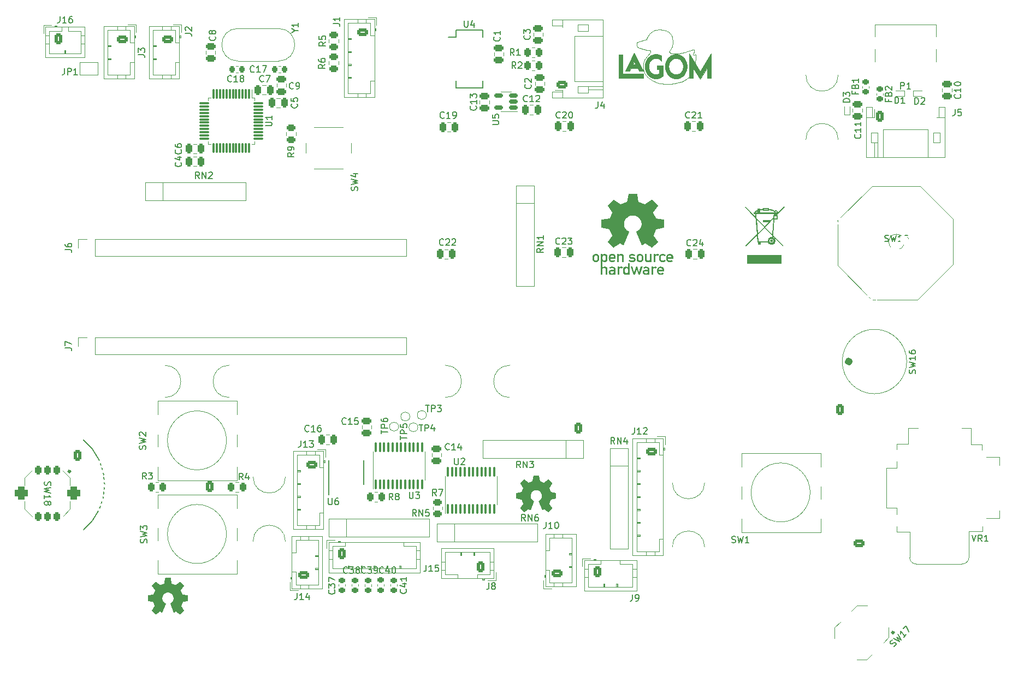
<source format=gto>
%TF.GenerationSoftware,KiCad,Pcbnew,(6.0.9)*%
%TF.CreationDate,2022-11-09T20:57:25+01:00*%
%TF.ProjectId,libre-MIG,6c696272-652d-44d4-9947-2e6b69636164,v0.1*%
%TF.SameCoordinates,Original*%
%TF.FileFunction,Legend,Top*%
%TF.FilePolarity,Positive*%
%FSLAX46Y46*%
G04 Gerber Fmt 4.6, Leading zero omitted, Abs format (unit mm)*
G04 Created by KiCad (PCBNEW (6.0.9)) date 2022-11-09 20:57:25*
%MOMM*%
%LPD*%
G01*
G04 APERTURE LIST*
G04 Aperture macros list*
%AMRoundRect*
0 Rectangle with rounded corners*
0 $1 Rounding radius*
0 $2 $3 $4 $5 $6 $7 $8 $9 X,Y pos of 4 corners*
0 Add a 4 corners polygon primitive as box body*
4,1,4,$2,$3,$4,$5,$6,$7,$8,$9,$2,$3,0*
0 Add four circle primitives for the rounded corners*
1,1,$1+$1,$2,$3*
1,1,$1+$1,$4,$5*
1,1,$1+$1,$6,$7*
1,1,$1+$1,$8,$9*
0 Add four rect primitives between the rounded corners*
20,1,$1+$1,$2,$3,$4,$5,0*
20,1,$1+$1,$4,$5,$6,$7,0*
20,1,$1+$1,$6,$7,$8,$9,0*
20,1,$1+$1,$8,$9,$2,$3,0*%
%AMHorizOval*
0 Thick line with rounded ends*
0 $1 width*
0 $2 $3 position (X,Y) of the first rounded end (center of the circle)*
0 $4 $5 position (X,Y) of the second rounded end (center of the circle)*
0 Add line between two ends*
20,1,$1,$2,$3,$4,$5,0*
0 Add two circle primitives to create the rounded ends*
1,1,$1,$2,$3*
1,1,$1,$4,$5*%
%AMFreePoly0*
4,1,6,0.500000,-0.750000,-0.650000,-0.750000,-0.150000,0.000000,-0.650000,0.750000,0.500000,0.750000,0.500000,-0.750000,0.500000,-0.750000,$1*%
%AMFreePoly1*
4,1,6,1.000000,0.000000,0.500000,-0.750000,-0.500000,-0.750000,-0.500000,0.750000,0.500000,0.750000,1.000000,0.000000,1.000000,0.000000,$1*%
G04 Aperture macros list end*
%ADD10C,0.000000*%
%ADD11C,0.100000*%
%ADD12C,0.200000*%
%ADD13C,0.150000*%
%ADD14C,0.120000*%
%ADD15C,1.000000*%
%ADD16C,0.310000*%
%ADD17C,0.500000*%
%ADD18RoundRect,0.250000X-0.262500X-0.450000X0.262500X-0.450000X0.262500X0.450000X-0.262500X0.450000X0*%
%ADD19C,3.200000*%
%ADD20RoundRect,0.250000X0.475000X-0.250000X0.475000X0.250000X-0.475000X0.250000X-0.475000X-0.250000X0*%
%ADD21RoundRect,0.250000X-0.475000X0.250000X-0.475000X-0.250000X0.475000X-0.250000X0.475000X0.250000X0*%
%ADD22O,3.000000X2.500000*%
%ADD23RoundRect,0.250000X-0.250000X-0.475000X0.250000X-0.475000X0.250000X0.475000X-0.250000X0.475000X0*%
%ADD24RoundRect,0.250000X-0.450000X0.262500X-0.450000X-0.262500X0.450000X-0.262500X0.450000X0.262500X0*%
%ADD25O,1.750000X1.200000*%
%ADD26RoundRect,0.250000X0.625000X-0.350000X0.625000X0.350000X-0.625000X0.350000X-0.625000X-0.350000X0*%
%ADD27C,1.000000*%
%ADD28RoundRect,0.150000X0.512500X0.150000X-0.512500X0.150000X-0.512500X-0.150000X0.512500X-0.150000X0*%
%ADD29RoundRect,0.250000X0.450000X-0.262500X0.450000X0.262500X-0.450000X0.262500X-0.450000X-0.262500X0*%
%ADD30O,1.000000X1.600000*%
%ADD31O,1.000000X2.100000*%
%ADD32R,0.600000X1.450000*%
%ADD33R,0.300000X1.450000*%
%ADD34C,0.650000*%
%ADD35RoundRect,0.250000X-0.625000X0.350000X-0.625000X-0.350000X0.625000X-0.350000X0.625000X0.350000X0*%
%ADD36R,0.360000X0.250000*%
%ADD37RoundRect,0.250000X0.262500X0.450000X-0.262500X0.450000X-0.262500X-0.450000X0.262500X-0.450000X0*%
%ADD38O,1.500000X3.000000*%
%ADD39O,1.600000X1.600000*%
%ADD40R,1.600000X1.600000*%
%ADD41RoundRect,0.225000X-0.250000X0.225000X-0.250000X-0.225000X0.250000X-0.225000X0.250000X0.225000X0*%
%ADD42RoundRect,0.250000X0.250000X0.475000X-0.250000X0.475000X-0.250000X-0.475000X0.250000X-0.475000X0*%
%ADD43C,2.000000*%
%ADD44R,0.410000X1.600000*%
%ADD45RoundRect,0.225000X-0.225000X-0.250000X0.225000X-0.250000X0.225000X0.250000X-0.225000X0.250000X0*%
%ADD46O,1.700000X1.700000*%
%ADD47R,1.700000X1.700000*%
%ADD48O,1.200000X1.750000*%
%ADD49RoundRect,0.250000X-0.350000X-0.625000X0.350000X-0.625000X0.350000X0.625000X-0.350000X0.625000X0*%
%ADD50R,1.200000X0.400000*%
%ADD51R,0.250000X0.360000*%
%ADD52C,1.500000*%
%ADD53RoundRect,0.500000X-0.500000X0.500000X-0.500000X-0.500000X0.500000X-0.500000X0.500000X0.500000X0*%
%ADD54C,0.750000*%
%ADD55RoundRect,0.250000X-0.250000X0.425000X-0.250000X-0.425000X0.250000X-0.425000X0.250000X0.425000X0*%
%ADD56RoundRect,0.100000X0.100000X-0.637500X0.100000X0.637500X-0.100000X0.637500X-0.100000X-0.637500X0*%
%ADD57RoundRect,0.075000X-0.662500X0.075000X-0.662500X-0.075000X0.662500X-0.075000X0.662500X0.075000X0*%
%ADD58RoundRect,0.075000X-0.075000X0.662500X-0.075000X-0.662500X0.075000X-0.662500X0.075000X0.662500X0*%
%ADD59FreePoly0,180.000000*%
%ADD60FreePoly1,180.000000*%
%ADD61RoundRect,0.250000X0.123744X0.477297X-0.477297X-0.123744X-0.123744X-0.477297X0.477297X0.123744X0*%
%ADD62RoundRect,0.500000X0.000000X0.707107X-0.707107X0.000000X0.000000X-0.707107X0.707107X0.000000X0*%
%ADD63C,1.524000*%
%ADD64C,1.600000*%
%ADD65R,2.200000X8.000000*%
%ADD66C,3.500000*%
%ADD67C,4.000000*%
%ADD68RoundRect,0.250000X0.350000X0.625000X-0.350000X0.625000X-0.350000X-0.625000X0.350000X-0.625000X0*%
%ADD69RoundRect,0.225000X0.225000X0.250000X-0.225000X0.250000X-0.225000X-0.250000X0.225000X-0.250000X0*%
%ADD70C,2.200000*%
%ADD71C,1.700000*%
%ADD72RoundRect,0.250000X0.194454X-0.689429X0.689429X-0.194454X-0.194454X0.689429X-0.689429X0.194454X0*%
%ADD73HorizOval,1.200000X-0.194454X0.194454X0.194454X-0.194454X0*%
G04 APERTURE END LIST*
D10*
G36*
X241478784Y-138673032D02*
G01*
X241479750Y-138661638D01*
X241481102Y-138650631D01*
X241482840Y-138640009D01*
X241484964Y-138629774D01*
X241487475Y-138619925D01*
X241490371Y-138610463D01*
X241493654Y-138601386D01*
X241497324Y-138592696D01*
X241501379Y-138584392D01*
X241505821Y-138576475D01*
X241510649Y-138568943D01*
X241515863Y-138561798D01*
X241521463Y-138555039D01*
X241527450Y-138548666D01*
X241533823Y-138542679D01*
X241540582Y-138537079D01*
X241547727Y-138531865D01*
X241555258Y-138527037D01*
X241563176Y-138522595D01*
X241571480Y-138518540D01*
X241580170Y-138514870D01*
X241589247Y-138511587D01*
X241598709Y-138508691D01*
X241608558Y-138506180D01*
X241618793Y-138504056D01*
X241629415Y-138502318D01*
X241640422Y-138500966D01*
X241651816Y-138500000D01*
X241663596Y-138499421D01*
X241675762Y-138499228D01*
X241700000Y-138500000D01*
X241711533Y-138500966D01*
X241722675Y-138502318D01*
X241733426Y-138504056D01*
X241743786Y-138506180D01*
X241753755Y-138508691D01*
X241763333Y-138511587D01*
X241772520Y-138514870D01*
X241781316Y-138518540D01*
X241789721Y-138522595D01*
X241797735Y-138527037D01*
X241805359Y-138531865D01*
X241812591Y-138537079D01*
X241819433Y-138542679D01*
X241825883Y-138548666D01*
X241831943Y-138555039D01*
X241837611Y-138561798D01*
X241842889Y-138568943D01*
X241847775Y-138576475D01*
X241852271Y-138584392D01*
X241856376Y-138592696D01*
X241860090Y-138601386D01*
X241863413Y-138610463D01*
X241866345Y-138619925D01*
X241868886Y-138629774D01*
X241871036Y-138640009D01*
X241872795Y-138650631D01*
X241874164Y-138661638D01*
X241875141Y-138673032D01*
X241875727Y-138684812D01*
X241875923Y-138696978D01*
X241875727Y-138709144D01*
X241875141Y-138720924D01*
X241874164Y-138732318D01*
X241872795Y-138743325D01*
X241871036Y-138753947D01*
X241868886Y-138764182D01*
X241866345Y-138774030D01*
X241863413Y-138783493D01*
X241860090Y-138792570D01*
X241856376Y-138801260D01*
X241852271Y-138809564D01*
X241847775Y-138817481D01*
X241842889Y-138825013D01*
X241837611Y-138832158D01*
X241831943Y-138838917D01*
X241825883Y-138845290D01*
X241819433Y-138851277D01*
X241812591Y-138856877D01*
X241805359Y-138862091D01*
X241797735Y-138866919D01*
X241789721Y-138871361D01*
X241781316Y-138875416D01*
X241772520Y-138879086D01*
X241763333Y-138882369D01*
X241753755Y-138885265D01*
X241743786Y-138887776D01*
X241733426Y-138889900D01*
X241722675Y-138891638D01*
X241711533Y-138892990D01*
X241700000Y-138893956D01*
X241688077Y-138894535D01*
X241675762Y-138894728D01*
X241663596Y-138894535D01*
X241651816Y-138893956D01*
X241640422Y-138892990D01*
X241629415Y-138891638D01*
X241618793Y-138889900D01*
X241608558Y-138887776D01*
X241598709Y-138885265D01*
X241589247Y-138882369D01*
X241580170Y-138879086D01*
X241571480Y-138875416D01*
X241563176Y-138871361D01*
X241555258Y-138866919D01*
X241547727Y-138862091D01*
X241540582Y-138856877D01*
X241533823Y-138851277D01*
X241527450Y-138845290D01*
X241521463Y-138838917D01*
X241515863Y-138832158D01*
X241510649Y-138825013D01*
X241505821Y-138817481D01*
X241501379Y-138809564D01*
X241497324Y-138801260D01*
X241493654Y-138792570D01*
X241490371Y-138783493D01*
X241487475Y-138774030D01*
X241484964Y-138764182D01*
X241482840Y-138753947D01*
X241481102Y-138743325D01*
X241479750Y-138732318D01*
X241478784Y-138720924D01*
X241478205Y-138709144D01*
X241478012Y-138696978D01*
X241646824Y-138696978D01*
X241646937Y-138700774D01*
X241647276Y-138704326D01*
X241647530Y-138706010D01*
X241647841Y-138707632D01*
X241648208Y-138709194D01*
X241648632Y-138710694D01*
X241649113Y-138712133D01*
X241649650Y-138713510D01*
X241650243Y-138714827D01*
X241650893Y-138716082D01*
X241651600Y-138717276D01*
X241652363Y-138718409D01*
X241653182Y-138719480D01*
X241654059Y-138720490D01*
X241654991Y-138721439D01*
X241655980Y-138722327D01*
X241657026Y-138723154D01*
X241658128Y-138723919D01*
X241659287Y-138724623D01*
X241660502Y-138725266D01*
X241661774Y-138725848D01*
X241663102Y-138726368D01*
X241664487Y-138726827D01*
X241665928Y-138727225D01*
X241667426Y-138727562D01*
X241668980Y-138727837D01*
X241670591Y-138728052D01*
X241672258Y-138728205D01*
X241673982Y-138728297D01*
X241675762Y-138728327D01*
X241677691Y-138728297D01*
X241679558Y-138728205D01*
X241681365Y-138728052D01*
X241683110Y-138727837D01*
X241684793Y-138727562D01*
X241686416Y-138727225D01*
X241687977Y-138726827D01*
X241689478Y-138726368D01*
X241690917Y-138725848D01*
X241692294Y-138725266D01*
X241693611Y-138724623D01*
X241694866Y-138723919D01*
X241696060Y-138723154D01*
X241697192Y-138722327D01*
X241698264Y-138721439D01*
X241699274Y-138720490D01*
X241700223Y-138719480D01*
X241701111Y-138718409D01*
X241701938Y-138717276D01*
X241702703Y-138716082D01*
X241703407Y-138714827D01*
X241704050Y-138713510D01*
X241704631Y-138712133D01*
X241705152Y-138710694D01*
X241705611Y-138709194D01*
X241706009Y-138707632D01*
X241706346Y-138706010D01*
X241706621Y-138704326D01*
X241706835Y-138702581D01*
X241706989Y-138700774D01*
X241707080Y-138698907D01*
X241707111Y-138696978D01*
X241707080Y-138695198D01*
X241706989Y-138693474D01*
X241706835Y-138691807D01*
X241706621Y-138690196D01*
X241706346Y-138688642D01*
X241706009Y-138687144D01*
X241705611Y-138685703D01*
X241705152Y-138684318D01*
X241704631Y-138682990D01*
X241704050Y-138681718D01*
X241703407Y-138680503D01*
X241702703Y-138679344D01*
X241701938Y-138678242D01*
X241701111Y-138677196D01*
X241700223Y-138676207D01*
X241699274Y-138675275D01*
X241698264Y-138674399D01*
X241697192Y-138673579D01*
X241696060Y-138672816D01*
X241694866Y-138672109D01*
X241693611Y-138671459D01*
X241692294Y-138670866D01*
X241690917Y-138670329D01*
X241689478Y-138669849D01*
X241687977Y-138669425D01*
X241686416Y-138669057D01*
X241684793Y-138668746D01*
X241683110Y-138668492D01*
X241681365Y-138668294D01*
X241679558Y-138668153D01*
X241677691Y-138668068D01*
X241675762Y-138668040D01*
X241673982Y-138668068D01*
X241672258Y-138668153D01*
X241670591Y-138668294D01*
X241668980Y-138668492D01*
X241667426Y-138668746D01*
X241665928Y-138669057D01*
X241664487Y-138669425D01*
X241663102Y-138669849D01*
X241661774Y-138670329D01*
X241660502Y-138670866D01*
X241659287Y-138671459D01*
X241658128Y-138672109D01*
X241657026Y-138672816D01*
X241655980Y-138673579D01*
X241654991Y-138674399D01*
X241654059Y-138675275D01*
X241653182Y-138676207D01*
X241652363Y-138677196D01*
X241651600Y-138678242D01*
X241650893Y-138679344D01*
X241650243Y-138680503D01*
X241649650Y-138681718D01*
X241649113Y-138682990D01*
X241648632Y-138684318D01*
X241648208Y-138685703D01*
X241647841Y-138687144D01*
X241647530Y-138688642D01*
X241647276Y-138690196D01*
X241647078Y-138691807D01*
X241646937Y-138693474D01*
X241646852Y-138695198D01*
X241646824Y-138696978D01*
X241478012Y-138696978D01*
X241478205Y-138684812D01*
X241478784Y-138673032D01*
G37*
G36*
X239886379Y-133707438D02*
G01*
X239886379Y-133787020D01*
X239954726Y-133774958D01*
X240510971Y-133774958D01*
X240513370Y-133873831D01*
X241111438Y-133873831D01*
X241111438Y-133774958D01*
X240510971Y-133774958D01*
X239954726Y-133774958D01*
X240009369Y-133765314D01*
X240139595Y-133748434D01*
X240260173Y-133736376D01*
X240334934Y-133733977D01*
X240334934Y-133606161D01*
X241280269Y-133606161D01*
X241280269Y-133753268D01*
X241398437Y-133770148D01*
X241543132Y-133794264D01*
X241680591Y-133823203D01*
X241818050Y-133864199D01*
X241945865Y-133912428D01*
X242037506Y-133958247D01*
X242112262Y-134004065D01*
X242155674Y-134045061D01*
X242179790Y-134016123D01*
X242230434Y-133987185D01*
X242288311Y-133960661D01*
X242358245Y-133951018D01*
X242425769Y-133963076D01*
X242490883Y-133992014D01*
X242539112Y-134037833D01*
X242582523Y-134102946D01*
X242599403Y-134141531D01*
X242606639Y-134201819D01*
X242601841Y-134252463D01*
X242589786Y-134293459D01*
X242572906Y-134334456D01*
X242543968Y-134370631D01*
X242512619Y-134401980D01*
X242483680Y-134418860D01*
X242457157Y-134440565D01*
X242457157Y-134522559D01*
X243585773Y-133362593D01*
X243708763Y-133480761D01*
X242512622Y-134710661D01*
X242638023Y-134710661D01*
X242638023Y-135373843D01*
X242162944Y-135373843D01*
X242076130Y-136408408D01*
X241948314Y-137831236D01*
X243527893Y-139468695D01*
X243404903Y-139589274D01*
X241933845Y-138062750D01*
X241921791Y-138151980D01*
X241991726Y-138185740D01*
X242064071Y-138236384D01*
X242134006Y-138299086D01*
X242184650Y-138369021D01*
X242230468Y-138451014D01*
X242257000Y-138525771D01*
X242273880Y-138607764D01*
X242281116Y-138709052D01*
X242271473Y-138791045D01*
X242244941Y-138894743D01*
X242194297Y-139005675D01*
X242124363Y-139104548D01*
X242054428Y-139172072D01*
X241967609Y-139227538D01*
X241866321Y-139268534D01*
X241777092Y-139292651D01*
X241651691Y-139299887D01*
X241535938Y-139285418D01*
X241412948Y-139244421D01*
X241302017Y-139172076D01*
X241217613Y-139082846D01*
X241164558Y-139005675D01*
X241123561Y-138923682D01*
X239966007Y-138923682D01*
X239966007Y-139326414D01*
X239589752Y-139326414D01*
X239589752Y-139160002D01*
X239760975Y-139160002D01*
X239799560Y-139160002D01*
X239799560Y-138921255D01*
X239760975Y-138921255D01*
X239760975Y-139160002D01*
X239589752Y-139160002D01*
X239589752Y-138923663D01*
X239539108Y-138923663D01*
X239437820Y-137867396D01*
X237761778Y-139591669D01*
X237638788Y-139473502D01*
X239357661Y-137708235D01*
X239594574Y-137708235D01*
X239693447Y-138750037D01*
X241082512Y-138750037D01*
X241078322Y-138696978D01*
X241379139Y-138696978D01*
X241380297Y-138733189D01*
X241381746Y-138750419D01*
X241383773Y-138767064D01*
X241386380Y-138783126D01*
X241389567Y-138798603D01*
X241393332Y-138813496D01*
X241397677Y-138827805D01*
X241402602Y-138841531D01*
X241408105Y-138854672D01*
X241414188Y-138867229D01*
X241420851Y-138879202D01*
X241428093Y-138890591D01*
X241435914Y-138901396D01*
X241444314Y-138911617D01*
X241453294Y-138921254D01*
X241462853Y-138930306D01*
X241472991Y-138938775D01*
X241483709Y-138946660D01*
X241495006Y-138953960D01*
X241506883Y-138960677D01*
X241519339Y-138966810D01*
X241532374Y-138972358D01*
X241545989Y-138977322D01*
X241560183Y-138981703D01*
X241574956Y-138985499D01*
X241590308Y-138988711D01*
X241606240Y-138991340D01*
X241622752Y-138993384D01*
X241639842Y-138994844D01*
X241657512Y-138995720D01*
X241675762Y-138996012D01*
X241694159Y-138995720D01*
X241711973Y-138994844D01*
X241729202Y-138993384D01*
X241745848Y-138991340D01*
X241761909Y-138988711D01*
X241777387Y-138985499D01*
X241792280Y-138981703D01*
X241806589Y-138977322D01*
X241820314Y-138972358D01*
X241833456Y-138966810D01*
X241846013Y-138960677D01*
X241857986Y-138953960D01*
X241869375Y-138946660D01*
X241880180Y-138938775D01*
X241890401Y-138930306D01*
X241900037Y-138921254D01*
X241909090Y-138911617D01*
X241917559Y-138901396D01*
X241925444Y-138890591D01*
X241932744Y-138879202D01*
X241939461Y-138867229D01*
X241945593Y-138854672D01*
X241951142Y-138841531D01*
X241956106Y-138827805D01*
X241960487Y-138813496D01*
X241964283Y-138798603D01*
X241967495Y-138783126D01*
X241970124Y-138767064D01*
X241972168Y-138750419D01*
X241973628Y-138733189D01*
X241974504Y-138715376D01*
X241974796Y-138696978D01*
X241974504Y-138678729D01*
X241973628Y-138661059D01*
X241972168Y-138643968D01*
X241970124Y-138627457D01*
X241967495Y-138611525D01*
X241964283Y-138596172D01*
X241960487Y-138581399D01*
X241956106Y-138567205D01*
X241951142Y-138553590D01*
X241945593Y-138540555D01*
X241939461Y-138528099D01*
X241932744Y-138516223D01*
X241925444Y-138504925D01*
X241917559Y-138494208D01*
X241909090Y-138484069D01*
X241900037Y-138474510D01*
X241890401Y-138465530D01*
X241880180Y-138457130D01*
X241869375Y-138449309D01*
X241857986Y-138442067D01*
X241846013Y-138435405D01*
X241833456Y-138429322D01*
X241820314Y-138423818D01*
X241806589Y-138418894D01*
X241792280Y-138414549D01*
X241777387Y-138410783D01*
X241761909Y-138407596D01*
X241745848Y-138404989D01*
X241729202Y-138402962D01*
X241711973Y-138401513D01*
X241694159Y-138400644D01*
X241675762Y-138400355D01*
X241657512Y-138400644D01*
X241639842Y-138401513D01*
X241622752Y-138402962D01*
X241606240Y-138404989D01*
X241590308Y-138407596D01*
X241574956Y-138410783D01*
X241560183Y-138414549D01*
X241545989Y-138418894D01*
X241532374Y-138423818D01*
X241519339Y-138429322D01*
X241506883Y-138435405D01*
X241495006Y-138442067D01*
X241483709Y-138449309D01*
X241472991Y-138457130D01*
X241462853Y-138465530D01*
X241453294Y-138474510D01*
X241444314Y-138484069D01*
X241435914Y-138494208D01*
X241428093Y-138504925D01*
X241420851Y-138516223D01*
X241414188Y-138528099D01*
X241408105Y-138540555D01*
X241402602Y-138553590D01*
X241397677Y-138567205D01*
X241393332Y-138581399D01*
X241389567Y-138596172D01*
X241386380Y-138611525D01*
X241383773Y-138627457D01*
X241381746Y-138643968D01*
X241380297Y-138661059D01*
X241379428Y-138678729D01*
X241379139Y-138696978D01*
X241078322Y-138696978D01*
X241075275Y-138658396D01*
X241104213Y-138525759D01*
X241154857Y-138407591D01*
X241219970Y-138313540D01*
X241292316Y-138243605D01*
X241374309Y-138188139D01*
X241478008Y-138135085D01*
X241584118Y-138106146D01*
X241670936Y-138098910D01*
X241752929Y-138103709D01*
X241772220Y-137893900D01*
X240600200Y-136676081D01*
X239594574Y-137708235D01*
X239357661Y-137708235D01*
X239425762Y-137638297D01*
X239341358Y-136818362D01*
X239235248Y-135684924D01*
X239208560Y-135412417D01*
X239379943Y-135412417D01*
X239575283Y-137483958D01*
X240479618Y-136555506D01*
X240718364Y-136555506D01*
X241791515Y-137667242D01*
X241986854Y-135373839D01*
X241967559Y-135373839D01*
X241967563Y-135270136D01*
X241555183Y-135699397D01*
X241555183Y-135841681D01*
X241412899Y-135841681D01*
X240718364Y-136555506D01*
X240479618Y-136555506D01*
X240479622Y-136555502D01*
X239379943Y-135412417D01*
X239208560Y-135412417D01*
X239189430Y-135217078D01*
X237518211Y-133480746D01*
X237641201Y-133362578D01*
X239170139Y-134949393D01*
X239129143Y-134563544D01*
X239300361Y-134563544D01*
X239353416Y-135139910D01*
X240600200Y-136432513D01*
X241169330Y-135841677D01*
X240315632Y-135841677D01*
X240315632Y-135675276D01*
X240486854Y-135675276D01*
X241371902Y-135675276D01*
X241371902Y-135619810D01*
X240486854Y-135619810D01*
X240486854Y-135675276D01*
X240315632Y-135675276D01*
X240315632Y-135448592D01*
X241555179Y-135448592D01*
X241795541Y-135202608D01*
X242136371Y-135202608D01*
X242466755Y-135202608D01*
X242466755Y-134877047D01*
X242136371Y-134877047D01*
X242136371Y-135202608D01*
X241795541Y-135202608D01*
X241967559Y-135026568D01*
X241967559Y-134710654D01*
X242042320Y-134710654D01*
X242056789Y-134563548D01*
X239300361Y-134563544D01*
X239129143Y-134563544D01*
X239129142Y-134563540D01*
X238866283Y-134563540D01*
X238866283Y-134259688D01*
X239886375Y-134259688D01*
X242080906Y-134259688D01*
X242080906Y-134216277D01*
X242072801Y-134209040D01*
X242264186Y-134209040D01*
X242264269Y-134214233D01*
X242264516Y-134219261D01*
X242264928Y-134224124D01*
X242265505Y-134228823D01*
X242266247Y-134233356D01*
X242267154Y-134237725D01*
X242268225Y-134241928D01*
X242269462Y-134245967D01*
X242270863Y-134249841D01*
X242272429Y-134253551D01*
X242274160Y-134257095D01*
X242276055Y-134260474D01*
X242278116Y-134263689D01*
X242280342Y-134266739D01*
X242282732Y-134269624D01*
X242285287Y-134272344D01*
X242288007Y-134274899D01*
X242290892Y-134277289D01*
X242293942Y-134279514D01*
X242297156Y-134281575D01*
X242300536Y-134283471D01*
X242304080Y-134285202D01*
X242307789Y-134286768D01*
X242311663Y-134288169D01*
X242315702Y-134289405D01*
X242319906Y-134290477D01*
X242324274Y-134291383D01*
X242328808Y-134292125D01*
X242333506Y-134292702D01*
X242338369Y-134293114D01*
X242343398Y-134293362D01*
X242348590Y-134293444D01*
X242353783Y-134293362D01*
X242358811Y-134293114D01*
X242363675Y-134292702D01*
X242368373Y-134292125D01*
X242372907Y-134291383D01*
X242377275Y-134290477D01*
X242381479Y-134289405D01*
X242385518Y-134288169D01*
X242389392Y-134286768D01*
X242393101Y-134285202D01*
X242396645Y-134283471D01*
X242400025Y-134281575D01*
X242403239Y-134279514D01*
X242406289Y-134277289D01*
X242409174Y-134274899D01*
X242411894Y-134272344D01*
X242414449Y-134269624D01*
X242416839Y-134266739D01*
X242419065Y-134263689D01*
X242421125Y-134260474D01*
X242423021Y-134257095D01*
X242424752Y-134253551D01*
X242426318Y-134249841D01*
X242427719Y-134245967D01*
X242428956Y-134241928D01*
X242430027Y-134237725D01*
X242430934Y-134233356D01*
X242431676Y-134228823D01*
X242432253Y-134224124D01*
X242432665Y-134219261D01*
X242432912Y-134214233D01*
X242432994Y-134209040D01*
X242432912Y-134203847D01*
X242432665Y-134198819D01*
X242432253Y-134193956D01*
X242431676Y-134189258D01*
X242430934Y-134184724D01*
X242430027Y-134180355D01*
X242428956Y-134176152D01*
X242427719Y-134172113D01*
X242426318Y-134168239D01*
X242424752Y-134164530D01*
X242423021Y-134160985D01*
X242421125Y-134157606D01*
X242419065Y-134154391D01*
X242416839Y-134151341D01*
X242414449Y-134148457D01*
X242411894Y-134145737D01*
X242409174Y-134143181D01*
X242406289Y-134140791D01*
X242403239Y-134138566D01*
X242400025Y-134136505D01*
X242396645Y-134134609D01*
X242393101Y-134132878D01*
X242389392Y-134131312D01*
X242385518Y-134129911D01*
X242381479Y-134128675D01*
X242377275Y-134127603D01*
X242372907Y-134126697D01*
X242368373Y-134125955D01*
X242363675Y-134125378D01*
X242358811Y-134124966D01*
X242353783Y-134124718D01*
X242348590Y-134124636D01*
X242343398Y-134124718D01*
X242338369Y-134124966D01*
X242333506Y-134125378D01*
X242328808Y-134125955D01*
X242324274Y-134126697D01*
X242319906Y-134127603D01*
X242315702Y-134128675D01*
X242311663Y-134129911D01*
X242307789Y-134131312D01*
X242304080Y-134132878D01*
X242300536Y-134134609D01*
X242297156Y-134136505D01*
X242293942Y-134138566D01*
X242290892Y-134140791D01*
X242288007Y-134143181D01*
X242285287Y-134145737D01*
X242282732Y-134148457D01*
X242280342Y-134151341D01*
X242278116Y-134154391D01*
X242276055Y-134157606D01*
X242274160Y-134160985D01*
X242272429Y-134164530D01*
X242270863Y-134168239D01*
X242269462Y-134172113D01*
X242268225Y-134176152D01*
X242267154Y-134180355D01*
X242266247Y-134184724D01*
X242265505Y-134189258D01*
X242264928Y-134193956D01*
X242264516Y-134198819D01*
X242264269Y-134203847D01*
X242264186Y-134209040D01*
X242072801Y-134209040D01*
X242013382Y-134155985D01*
X241916919Y-134098109D01*
X241801162Y-134047465D01*
X241654056Y-134004053D01*
X241478012Y-133963057D01*
X241280262Y-133934119D01*
X241280262Y-134047461D01*
X240334926Y-134047461D01*
X240334926Y-133914824D01*
X240168529Y-133929293D01*
X240021423Y-133946173D01*
X239886375Y-133970297D01*
X239886375Y-134259688D01*
X238866283Y-134259688D01*
X238866283Y-134259680D01*
X239102619Y-134259680D01*
X239099518Y-134230746D01*
X239271423Y-134230746D01*
X239276222Y-134259684D01*
X239476383Y-134259684D01*
X239476383Y-134093287D01*
X239384742Y-134141516D01*
X239322040Y-134184927D01*
X239271423Y-134230746D01*
X239099518Y-134230746D01*
X239095382Y-134192156D01*
X239112262Y-134153571D01*
X239141201Y-134119810D01*
X239177375Y-134086050D01*
X239230430Y-134037821D01*
X239293132Y-133996825D01*
X239363067Y-133951006D01*
X239428180Y-133922068D01*
X239476410Y-133900362D01*
X239476410Y-133873831D01*
X239647628Y-133873831D01*
X239650028Y-134098109D01*
X239715141Y-134098109D01*
X239715141Y-133873831D01*
X239647628Y-133873831D01*
X239476410Y-133873831D01*
X239476410Y-133707438D01*
X239886379Y-133707438D01*
G37*
G36*
X243257755Y-142292628D02*
G01*
X237879949Y-142292628D01*
X237879949Y-140942149D01*
X243257755Y-140942149D01*
X243257755Y-142292628D01*
G37*
G36*
X220787768Y-131419319D02*
G01*
X220791137Y-131419493D01*
X220794395Y-131419783D01*
X220797542Y-131420188D01*
X220800579Y-131420710D01*
X220803506Y-131421347D01*
X220806322Y-131422100D01*
X220809027Y-131422969D01*
X220811623Y-131423954D01*
X220814107Y-131425055D01*
X220816482Y-131426271D01*
X220818745Y-131427604D01*
X220820899Y-131429052D01*
X220822942Y-131430617D01*
X220824874Y-131432297D01*
X220826696Y-131434093D01*
X220828408Y-131436005D01*
X220830009Y-131438032D01*
X220831500Y-131440176D01*
X220832880Y-131442436D01*
X220834150Y-131444811D01*
X220835310Y-131447302D01*
X220836359Y-131449909D01*
X220837297Y-131452632D01*
X220838126Y-131455471D01*
X220838843Y-131458426D01*
X220839451Y-131461496D01*
X220839948Y-131464683D01*
X220840334Y-131467985D01*
X220840610Y-131471403D01*
X220840776Y-131474937D01*
X220840831Y-131478587D01*
X221078288Y-132654552D01*
X221078509Y-132661736D01*
X221078785Y-132665154D01*
X221079171Y-132668457D01*
X221079668Y-132671643D01*
X221080276Y-132674714D01*
X221080993Y-132677669D01*
X221081822Y-132680508D01*
X221082760Y-132683231D01*
X221083809Y-132685839D01*
X221084968Y-132688330D01*
X221086238Y-132690706D01*
X221087618Y-132692966D01*
X221089109Y-132695110D01*
X221090710Y-132697138D01*
X221092422Y-132699050D01*
X221094243Y-132700847D01*
X221096176Y-132702527D01*
X221098219Y-132704092D01*
X221100372Y-132705540D01*
X221102635Y-132706873D01*
X221105009Y-132708090D01*
X221107494Y-132709191D01*
X221110088Y-132710177D01*
X221112794Y-132711046D01*
X221115609Y-132711799D01*
X221118535Y-132712437D01*
X221121572Y-132712958D01*
X221124719Y-132713364D01*
X221127976Y-132713654D01*
X221131344Y-132713828D01*
X221134822Y-132713886D01*
X221960254Y-133048335D01*
X222045054Y-133048335D01*
X223079677Y-132347072D01*
X223086634Y-132347177D01*
X223093371Y-132347493D01*
X223099887Y-132348019D01*
X223106181Y-132348756D01*
X223112255Y-132349703D01*
X223118108Y-132350861D01*
X223123740Y-132352230D01*
X223129150Y-132353810D01*
X223134340Y-132355600D01*
X223139309Y-132357601D01*
X223144058Y-132359812D01*
X223148585Y-132362235D01*
X223152891Y-132364868D01*
X223156977Y-132367713D01*
X223160841Y-132370768D01*
X223164485Y-132374034D01*
X224046451Y-133188579D01*
X224046451Y-133274890D01*
X223339747Y-134256664D01*
X223339747Y-134342975D01*
X223724200Y-135157520D01*
X223724261Y-135160839D01*
X223724443Y-135164052D01*
X223724747Y-135167161D01*
X223725172Y-135170164D01*
X223725719Y-135173061D01*
X223726387Y-135175853D01*
X223727176Y-135178540D01*
X223728087Y-135181122D01*
X223729120Y-135183598D01*
X223730274Y-135185968D01*
X223731549Y-135188234D01*
X223732946Y-135190394D01*
X223734464Y-135192448D01*
X223736104Y-135194398D01*
X223737865Y-135196242D01*
X223739748Y-135197980D01*
X223741752Y-135199613D01*
X223743878Y-135201141D01*
X223746125Y-135202564D01*
X223748494Y-135203881D01*
X223750984Y-135205092D01*
X223753596Y-135206199D01*
X223756329Y-135207200D01*
X223759184Y-135208095D01*
X223762160Y-135208886D01*
X223765258Y-135209570D01*
X223768477Y-135210150D01*
X223771817Y-135210624D01*
X223775280Y-135210993D01*
X223778863Y-135211256D01*
X223782568Y-135211414D01*
X223786395Y-135211467D01*
X224962329Y-135405666D01*
X224965808Y-135405724D01*
X224969176Y-135405898D01*
X224972434Y-135406187D01*
X224975581Y-135406593D01*
X224978618Y-135407115D01*
X224981544Y-135407752D01*
X224984360Y-135408506D01*
X224987066Y-135409375D01*
X224989661Y-135410360D01*
X224992145Y-135411461D01*
X224994519Y-135412679D01*
X224996783Y-135414012D01*
X224998936Y-135415461D01*
X225000978Y-135417025D01*
X225002910Y-135418706D01*
X225004732Y-135420503D01*
X225006443Y-135422416D01*
X225008044Y-135424444D01*
X225009535Y-135426589D01*
X225010915Y-135428849D01*
X225012184Y-135431225D01*
X225013343Y-135433717D01*
X225014392Y-135436325D01*
X225015330Y-135439050D01*
X225016158Y-135441889D01*
X225016876Y-135444845D01*
X225017483Y-135447917D01*
X225017980Y-135451105D01*
X225018366Y-135454408D01*
X225018642Y-135457828D01*
X225018808Y-135461363D01*
X225018863Y-135465015D01*
X225018863Y-136640979D01*
X225018642Y-136648163D01*
X225018366Y-136651581D01*
X225017980Y-136654884D01*
X225017483Y-136658070D01*
X225016876Y-136661141D01*
X225016158Y-136664095D01*
X225015330Y-136666934D01*
X225014392Y-136669657D01*
X225013343Y-136672264D01*
X225012184Y-136674756D01*
X225010915Y-136677131D01*
X225009535Y-136679390D01*
X225008044Y-136681534D01*
X225006443Y-136683562D01*
X225004732Y-136685474D01*
X225002910Y-136687270D01*
X225000978Y-136688950D01*
X224998936Y-136690514D01*
X224996783Y-136691963D01*
X224994519Y-136693295D01*
X224992145Y-136694512D01*
X224989661Y-136695612D01*
X224987066Y-136696597D01*
X224984360Y-136697466D01*
X224981544Y-136698220D01*
X224978618Y-136698857D01*
X224975581Y-136699378D01*
X224972434Y-136699784D01*
X224969176Y-136700074D01*
X224965808Y-136700247D01*
X224962329Y-136700305D01*
X223814639Y-136926875D01*
X223807107Y-136927086D01*
X223800061Y-136927718D01*
X223793501Y-136928772D01*
X223790403Y-136929457D01*
X223787427Y-136930247D01*
X223784572Y-136931143D01*
X223781838Y-136932144D01*
X223779226Y-136933250D01*
X223776736Y-136934462D01*
X223774367Y-136935779D01*
X223772119Y-136937201D01*
X223769993Y-136938729D01*
X223767988Y-136940362D01*
X223766105Y-136942101D01*
X223764343Y-136943945D01*
X223762703Y-136945894D01*
X223761185Y-136947949D01*
X223759787Y-136950109D01*
X223758512Y-136952374D01*
X223757357Y-136954745D01*
X223756325Y-136957221D01*
X223755413Y-136959802D01*
X223754624Y-136962489D01*
X223753955Y-136965281D01*
X223753409Y-136968179D01*
X223752983Y-136971182D01*
X223752680Y-136974290D01*
X223752497Y-136977504D01*
X223752437Y-136980823D01*
X223373645Y-137849315D01*
X223373645Y-137935619D01*
X224046428Y-138863452D01*
X224046428Y-138917400D01*
X223164455Y-139758914D01*
X223161634Y-139761527D01*
X223158824Y-139763970D01*
X223156026Y-139766245D01*
X223153238Y-139768352D01*
X223150462Y-139770290D01*
X223147696Y-139772060D01*
X223144941Y-139773661D01*
X223142197Y-139775093D01*
X223139465Y-139776357D01*
X223136743Y-139777453D01*
X223134032Y-139778380D01*
X223131332Y-139779138D01*
X223128643Y-139779728D01*
X223125965Y-139780149D01*
X223123299Y-139780402D01*
X223120643Y-139780486D01*
X223117998Y-139780402D01*
X223115364Y-139780149D01*
X223112741Y-139779728D01*
X223110129Y-139779138D01*
X223107528Y-139778380D01*
X223104938Y-139777453D01*
X223102360Y-139776357D01*
X223099792Y-139775093D01*
X223097235Y-139773661D01*
X223094689Y-139772060D01*
X223092154Y-139770290D01*
X223089631Y-139768352D01*
X223087118Y-139766245D01*
X223084616Y-139763970D01*
X223082126Y-139761527D01*
X223079646Y-139758914D01*
X222135501Y-139143947D01*
X222045039Y-139143947D01*
X221637973Y-139365108D01*
X221630441Y-139365002D01*
X221623395Y-139364687D01*
X221616835Y-139364160D01*
X221610762Y-139363423D01*
X221605174Y-139362475D01*
X221600072Y-139361316D01*
X221595456Y-139359946D01*
X221591326Y-139358366D01*
X221587682Y-139356575D01*
X221584524Y-139354574D01*
X221581851Y-139352361D01*
X221580697Y-139351176D01*
X221579665Y-139349938D01*
X221578754Y-139348648D01*
X221577964Y-139347304D01*
X221577296Y-139345908D01*
X221576750Y-139344460D01*
X221576325Y-139342958D01*
X221576021Y-139341404D01*
X221575839Y-139339797D01*
X221575778Y-139338138D01*
X220693805Y-137347629D01*
X220693915Y-137340335D01*
X220694246Y-137333295D01*
X220694799Y-137326509D01*
X220695571Y-137319975D01*
X220696565Y-137313695D01*
X220697780Y-137307668D01*
X220699215Y-137301894D01*
X220700872Y-137296374D01*
X220702749Y-137291106D01*
X220704847Y-137286092D01*
X220707165Y-137281330D01*
X220709705Y-137276822D01*
X220712465Y-137272566D01*
X220715447Y-137268564D01*
X220718649Y-137264814D01*
X220722072Y-137261318D01*
X220840800Y-137207370D01*
X220857768Y-137191181D01*
X220862099Y-137185790D01*
X220866606Y-137180398D01*
X220871289Y-137175004D01*
X220876147Y-137169610D01*
X220881182Y-137164216D01*
X220886393Y-137158820D01*
X220891779Y-137153425D01*
X220897342Y-137148029D01*
X220972651Y-137102135D01*
X221008483Y-137078145D01*
X221043101Y-137053459D01*
X221076504Y-137028079D01*
X221108692Y-137002003D01*
X221139666Y-136975231D01*
X221169425Y-136947764D01*
X221197970Y-136919602D01*
X221225299Y-136890745D01*
X221251414Y-136861192D01*
X221276315Y-136830944D01*
X221300000Y-136800000D01*
X221322471Y-136768361D01*
X221343728Y-136736027D01*
X221363770Y-136702997D01*
X221382597Y-136669273D01*
X221400209Y-136634852D01*
X221416607Y-136599737D01*
X221431790Y-136563926D01*
X221445758Y-136527420D01*
X221458512Y-136490218D01*
X221470051Y-136452321D01*
X221480376Y-136413729D01*
X221489486Y-136374441D01*
X221497381Y-136334458D01*
X221504061Y-136293780D01*
X221509527Y-136252407D01*
X221513778Y-136210338D01*
X221516815Y-136167574D01*
X221519244Y-136079959D01*
X221517720Y-136012486D01*
X221513149Y-135946278D01*
X221505530Y-135881334D01*
X221494863Y-135817655D01*
X221481148Y-135755240D01*
X221464386Y-135694089D01*
X221444576Y-135634203D01*
X221421719Y-135575582D01*
X221395814Y-135518225D01*
X221366861Y-135462132D01*
X221334861Y-135407303D01*
X221299813Y-135353739D01*
X221261717Y-135301439D01*
X221220574Y-135250404D01*
X221176384Y-135200633D01*
X221129146Y-135152126D01*
X221079655Y-135105093D01*
X221028707Y-135061095D01*
X220976301Y-135020131D01*
X220922437Y-134982202D01*
X220867115Y-134947307D01*
X220810336Y-134915447D01*
X220752099Y-134886622D01*
X220692405Y-134860831D01*
X220631253Y-134838074D01*
X220568643Y-134818351D01*
X220504575Y-134801663D01*
X220439050Y-134788009D01*
X220372067Y-134777390D01*
X220303626Y-134769804D01*
X220233728Y-134765253D01*
X220162372Y-134763736D01*
X220093710Y-134765253D01*
X220026241Y-134769804D01*
X219959964Y-134777390D01*
X219894880Y-134788009D01*
X219830989Y-134801663D01*
X219768291Y-134818351D01*
X219706785Y-134838074D01*
X219646472Y-134860831D01*
X219587352Y-134886622D01*
X219529424Y-134915447D01*
X219472689Y-134947307D01*
X219417147Y-134982202D01*
X219362797Y-135020131D01*
X219309640Y-135061095D01*
X219257676Y-135105093D01*
X219206904Y-135152126D01*
X219158980Y-135200633D01*
X219114148Y-135250404D01*
X219072408Y-135301439D01*
X219033760Y-135353739D01*
X218998203Y-135407303D01*
X218965738Y-135462132D01*
X218936366Y-135518225D01*
X218910085Y-135575582D01*
X218886896Y-135634203D01*
X218866799Y-135694089D01*
X218849793Y-135755240D01*
X218835880Y-135817655D01*
X218825058Y-135881334D01*
X218817329Y-135946278D01*
X218812691Y-136012486D01*
X218811145Y-136079959D01*
X218813552Y-136167575D01*
X218820774Y-136252409D01*
X218832810Y-136334462D01*
X218849660Y-136413733D01*
X218871325Y-136490223D01*
X218897804Y-136563931D01*
X218929097Y-136634858D01*
X218965205Y-136703003D01*
X219006128Y-136768367D01*
X219051864Y-136830949D01*
X219102415Y-136890750D01*
X219157781Y-136947769D01*
X219217961Y-137002006D01*
X219282955Y-137053462D01*
X219352763Y-137102136D01*
X219427386Y-137148029D01*
X219431717Y-137153422D01*
X219436224Y-137158816D01*
X219440907Y-137164210D01*
X219445766Y-137169605D01*
X219450800Y-137174999D01*
X219456011Y-137180393D01*
X219461397Y-137185787D01*
X219466960Y-137191181D01*
X219489566Y-137207370D01*
X219602634Y-137261318D01*
X219606742Y-137264814D01*
X219610586Y-137268564D01*
X219614165Y-137272568D01*
X219617478Y-137276824D01*
X219620526Y-137281333D01*
X219623309Y-137286096D01*
X219625828Y-137291111D01*
X219628080Y-137296379D01*
X219630068Y-137301901D01*
X219631791Y-137307675D01*
X219633249Y-137313702D01*
X219634441Y-137319982D01*
X219635369Y-137326514D01*
X219636031Y-137333300D01*
X219636429Y-137340338D01*
X219636561Y-137347629D01*
X218782855Y-139338138D01*
X218779189Y-139341404D01*
X218775258Y-139344460D01*
X218771062Y-139347304D01*
X218766602Y-139349938D01*
X218761876Y-139352361D01*
X218756884Y-139354574D01*
X218751628Y-139356575D01*
X218746107Y-139358366D01*
X218740321Y-139359946D01*
X218734269Y-139361316D01*
X218727953Y-139362475D01*
X218721371Y-139363423D01*
X218714525Y-139364160D01*
X218707413Y-139364687D01*
X218700036Y-139365002D01*
X218692393Y-139365108D01*
X218279712Y-139143947D01*
X218194911Y-139143947D01*
X217250751Y-139758899D01*
X217247929Y-139761511D01*
X217245119Y-139763955D01*
X217242320Y-139766230D01*
X217239532Y-139768337D01*
X217236755Y-139770275D01*
X217233989Y-139772045D01*
X217231234Y-139773646D01*
X217228490Y-139775078D01*
X217225757Y-139776342D01*
X217223036Y-139777438D01*
X217220325Y-139778364D01*
X217217625Y-139779123D01*
X217214936Y-139779713D01*
X217212258Y-139780134D01*
X217209592Y-139780387D01*
X217206936Y-139780471D01*
X217204291Y-139780387D01*
X217201658Y-139780134D01*
X217199035Y-139779713D01*
X217196423Y-139779123D01*
X217193823Y-139778364D01*
X217191233Y-139777438D01*
X217188654Y-139776342D01*
X217186087Y-139775078D01*
X217183530Y-139773646D01*
X217180985Y-139772045D01*
X217178450Y-139770275D01*
X217175927Y-139768337D01*
X217173414Y-139766230D01*
X217170912Y-139763955D01*
X217168422Y-139761511D01*
X217165942Y-139758899D01*
X216278316Y-138917377D01*
X216278316Y-138863437D01*
X216956752Y-137935603D01*
X216956752Y-137849292D01*
X216572307Y-136980815D01*
X216572251Y-136977496D01*
X216572086Y-136974281D01*
X216571810Y-136971172D01*
X216571423Y-136968169D01*
X216570926Y-136965271D01*
X216570319Y-136962479D01*
X216569601Y-136959792D01*
X216568773Y-136957210D01*
X216567835Y-136954734D01*
X216566786Y-136952363D01*
X216565626Y-136950098D01*
X216564356Y-136947938D01*
X216562976Y-136945883D01*
X216561485Y-136943934D01*
X216559884Y-136942090D01*
X216558172Y-136940352D01*
X216556350Y-136938719D01*
X216554418Y-136937191D01*
X216552375Y-136935769D01*
X216550221Y-136934452D01*
X216547957Y-136933241D01*
X216545583Y-136932135D01*
X216543098Y-136931134D01*
X216540503Y-136930238D01*
X216537798Y-136929448D01*
X216534981Y-136928764D01*
X216532055Y-136928184D01*
X216529018Y-136927710D01*
X216525870Y-136927342D01*
X216522612Y-136927078D01*
X216519244Y-136926920D01*
X216515765Y-136926868D01*
X215368075Y-136700298D01*
X215364597Y-136700240D01*
X215361230Y-136700066D01*
X215357972Y-136699776D01*
X215354825Y-136699371D01*
X215351789Y-136698849D01*
X215348863Y-136698212D01*
X215346047Y-136697459D01*
X215343342Y-136696590D01*
X215340747Y-136695605D01*
X215338263Y-136694504D01*
X215335889Y-136693287D01*
X215333625Y-136691955D01*
X215331472Y-136690506D01*
X215329429Y-136688942D01*
X215327497Y-136687262D01*
X215325675Y-136685466D01*
X215323964Y-136683554D01*
X215322363Y-136681526D01*
X215320872Y-136679383D01*
X215319492Y-136677123D01*
X215318222Y-136674748D01*
X215317063Y-136672257D01*
X215316014Y-136669650D01*
X215315075Y-136666927D01*
X215314247Y-136664088D01*
X215313529Y-136661133D01*
X215312922Y-136658063D01*
X215312425Y-136654876D01*
X215312039Y-136651574D01*
X215311762Y-136648155D01*
X215311597Y-136644621D01*
X215311542Y-136640971D01*
X215311542Y-135465007D01*
X215311762Y-135457819D01*
X215312039Y-135454399D01*
X215312425Y-135451095D01*
X215312922Y-135447907D01*
X215313529Y-135444835D01*
X215314247Y-135441879D01*
X215315075Y-135439039D01*
X215316014Y-135436315D01*
X215317063Y-135433706D01*
X215318222Y-135431214D01*
X215319492Y-135428838D01*
X215320872Y-135426578D01*
X215322363Y-135424433D01*
X215323964Y-135422405D01*
X215325675Y-135420492D01*
X215327497Y-135418696D01*
X215329429Y-135417015D01*
X215331472Y-135415451D01*
X215333625Y-135414002D01*
X215335889Y-135412669D01*
X215338263Y-135411452D01*
X215340747Y-135410351D01*
X215343342Y-135409366D01*
X215346047Y-135408497D01*
X215348863Y-135407744D01*
X215351789Y-135407107D01*
X215354825Y-135406585D01*
X215357972Y-135406179D01*
X215361230Y-135405890D01*
X215364597Y-135405716D01*
X215368075Y-135405658D01*
X216544040Y-135211467D01*
X216548368Y-135211256D01*
X216552873Y-135210624D01*
X216557555Y-135209570D01*
X216562413Y-135208095D01*
X216567448Y-135206199D01*
X216572660Y-135203881D01*
X216578048Y-135201141D01*
X216583613Y-135197980D01*
X216589355Y-135194398D01*
X216595274Y-135190394D01*
X216601369Y-135185968D01*
X216607640Y-135181122D01*
X216614089Y-135175853D01*
X216620714Y-135170164D01*
X216627515Y-135164052D01*
X216634494Y-135157520D01*
X216985019Y-134342975D01*
X216985019Y-134256664D01*
X216278316Y-133274890D01*
X216278316Y-133188579D01*
X217165942Y-132374034D01*
X217169586Y-132370768D01*
X217173451Y-132367713D01*
X217177536Y-132364868D01*
X217181843Y-132362235D01*
X217186370Y-132359812D01*
X217191118Y-132357601D01*
X217196087Y-132355600D01*
X217201277Y-132353810D01*
X217206688Y-132352230D01*
X217212320Y-132350861D01*
X217218172Y-132349703D01*
X217224246Y-132348756D01*
X217230541Y-132348019D01*
X217237056Y-132347493D01*
X217243793Y-132347177D01*
X217250751Y-132347072D01*
X218279719Y-133048335D01*
X218370174Y-133048335D01*
X219195605Y-132713886D01*
X219199084Y-132713828D01*
X219202453Y-132713654D01*
X219205711Y-132713364D01*
X219208858Y-132712958D01*
X219211895Y-132712437D01*
X219214822Y-132711799D01*
X219217638Y-132711046D01*
X219220343Y-132710177D01*
X219222938Y-132709191D01*
X219225423Y-132708090D01*
X219227798Y-132706873D01*
X219230061Y-132705540D01*
X219232215Y-132704092D01*
X219234258Y-132702527D01*
X219236190Y-132700847D01*
X219238012Y-132699050D01*
X219239724Y-132697138D01*
X219241325Y-132695110D01*
X219242816Y-132692966D01*
X219244196Y-132690706D01*
X219245466Y-132688330D01*
X219246626Y-132685839D01*
X219247675Y-132683231D01*
X219248613Y-132680508D01*
X219249441Y-132677669D01*
X219250159Y-132674714D01*
X219250767Y-132671643D01*
X219251263Y-132668457D01*
X219251650Y-132665154D01*
X219251926Y-132661736D01*
X219252092Y-132658202D01*
X219252147Y-132654552D01*
X219489604Y-131478587D01*
X219489825Y-131471403D01*
X219490101Y-131467985D01*
X219490487Y-131464683D01*
X219490984Y-131461496D01*
X219491592Y-131458426D01*
X219492309Y-131455471D01*
X219493138Y-131452632D01*
X219494076Y-131449909D01*
X219495125Y-131447302D01*
X219496285Y-131444811D01*
X219497555Y-131442436D01*
X219498935Y-131440176D01*
X219500426Y-131438032D01*
X219502027Y-131436005D01*
X219503738Y-131434093D01*
X219505561Y-131432297D01*
X219507493Y-131430617D01*
X219509536Y-131429052D01*
X219511689Y-131427604D01*
X219513953Y-131426271D01*
X219516328Y-131425055D01*
X219518812Y-131423954D01*
X219521408Y-131422969D01*
X219524113Y-131422100D01*
X219526929Y-131421347D01*
X219529856Y-131420710D01*
X219532893Y-131420188D01*
X219536040Y-131419783D01*
X219539298Y-131419493D01*
X219542667Y-131419319D01*
X219546145Y-131419261D01*
X220784289Y-131419261D01*
X220787768Y-131419319D01*
G37*
G36*
X217985736Y-140880924D02*
G01*
X218000379Y-140863940D01*
X218016037Y-140848053D01*
X218032711Y-140833261D01*
X218050401Y-140819565D01*
X218069107Y-140806964D01*
X218088828Y-140795459D01*
X218109565Y-140785050D01*
X218131318Y-140775736D01*
X218154087Y-140767518D01*
X218177872Y-140760396D01*
X218202672Y-140754369D01*
X218228489Y-140749438D01*
X218255321Y-140745603D01*
X218283170Y-140742864D01*
X218312034Y-140741220D01*
X218341914Y-140740672D01*
X218395315Y-140742316D01*
X218420723Y-140744370D01*
X218445270Y-140747247D01*
X218468956Y-140750945D01*
X218491781Y-140755465D01*
X218513744Y-140760806D01*
X218534846Y-140766970D01*
X218555086Y-140773955D01*
X218574466Y-140781762D01*
X218592984Y-140790391D01*
X218610640Y-140799841D01*
X218627436Y-140810114D01*
X218643370Y-140821208D01*
X218658443Y-140833124D01*
X218672654Y-140845862D01*
X218686004Y-140859421D01*
X218698493Y-140873803D01*
X218710121Y-140889006D01*
X218720887Y-140905031D01*
X218730792Y-140921878D01*
X218739836Y-140939547D01*
X218748018Y-140958037D01*
X218755339Y-140977349D01*
X218761799Y-140997484D01*
X218767397Y-141018440D01*
X218772135Y-141040217D01*
X218776010Y-141062817D01*
X218779025Y-141086238D01*
X218781178Y-141110482D01*
X218782470Y-141135547D01*
X218782901Y-141161434D01*
X218782901Y-141975978D01*
X218517184Y-141975978D01*
X218517184Y-141247737D01*
X218516146Y-141213771D01*
X218514849Y-141197610D01*
X218513033Y-141181996D01*
X218510697Y-141166930D01*
X218507843Y-141152412D01*
X218504470Y-141138442D01*
X218500577Y-141125020D01*
X218496166Y-141112145D01*
X218491236Y-141099818D01*
X218485787Y-141088039D01*
X218479819Y-141076808D01*
X218473331Y-141066125D01*
X218466325Y-141055990D01*
X218458800Y-141046402D01*
X218450756Y-141037362D01*
X218442193Y-141028870D01*
X218433111Y-141020926D01*
X218423510Y-141013530D01*
X218413390Y-141006682D01*
X218402751Y-141000381D01*
X218391593Y-140994629D01*
X218379916Y-140989424D01*
X218367720Y-140984767D01*
X218355005Y-140980658D01*
X218341771Y-140977097D01*
X218328018Y-140974083D01*
X218313746Y-140971618D01*
X218298955Y-140969700D01*
X218283645Y-140968331D01*
X218267816Y-140967509D01*
X218251468Y-140967235D01*
X218235120Y-140967509D01*
X218219291Y-140968331D01*
X218203981Y-140969700D01*
X218189190Y-140971618D01*
X218174918Y-140974083D01*
X218161165Y-140977097D01*
X218147931Y-140980658D01*
X218135216Y-140984767D01*
X218123020Y-140989424D01*
X218111343Y-140994629D01*
X218100185Y-141000381D01*
X218089546Y-141006682D01*
X218079426Y-141013530D01*
X218069825Y-141020926D01*
X218060742Y-141028870D01*
X218052179Y-141037362D01*
X218044135Y-141046402D01*
X218036610Y-141055990D01*
X218029604Y-141066125D01*
X218023117Y-141076808D01*
X218017149Y-141088039D01*
X218011700Y-141099818D01*
X218006769Y-141112145D01*
X218002358Y-141125020D01*
X217998466Y-141138442D01*
X217995093Y-141152412D01*
X217992238Y-141166930D01*
X217989903Y-141181996D01*
X217988087Y-141197610D01*
X217986789Y-141213771D01*
X217986011Y-141230480D01*
X217985751Y-141247737D01*
X217985751Y-141975978D01*
X217720019Y-141975971D01*
X217720019Y-140740672D01*
X217985736Y-140740672D01*
X217985736Y-140880924D01*
G37*
G36*
X223639392Y-140880924D02*
G01*
X223646237Y-140872295D01*
X223653347Y-140863940D01*
X223660723Y-140855860D01*
X223668363Y-140848053D01*
X223676269Y-140840520D01*
X223684440Y-140833261D01*
X223692875Y-140826276D01*
X223701576Y-140819565D01*
X223719773Y-140806964D01*
X223739030Y-140795459D01*
X223759348Y-140785050D01*
X223780726Y-140775736D01*
X223803164Y-140767518D01*
X223826662Y-140760396D01*
X223851221Y-140754369D01*
X223876839Y-140749438D01*
X223903518Y-140745603D01*
X223931258Y-140742864D01*
X223960057Y-140741220D01*
X223989917Y-140740672D01*
X224004869Y-140741010D01*
X224020041Y-140742021D01*
X224035435Y-140743707D01*
X224051048Y-140746067D01*
X224066883Y-140749101D01*
X224082938Y-140752810D01*
X224099214Y-140757193D01*
X224115711Y-140762250D01*
X224132429Y-140767982D01*
X224149367Y-140774388D01*
X224166526Y-140781468D01*
X224183906Y-140789223D01*
X224201507Y-140797651D01*
X224219328Y-140806755D01*
X224237370Y-140816532D01*
X224255633Y-140826984D01*
X224046443Y-141053546D01*
X224035931Y-141043096D01*
X224025596Y-141033319D01*
X224015437Y-141024217D01*
X224005455Y-141015788D01*
X223995649Y-141008034D01*
X223986020Y-141000954D01*
X223976568Y-140994548D01*
X223967292Y-140988816D01*
X223958193Y-140983758D01*
X223949270Y-140979374D01*
X223940525Y-140975665D01*
X223931956Y-140972630D01*
X223923563Y-140970270D01*
X223915348Y-140968584D01*
X223907309Y-140967572D01*
X223899447Y-140967235D01*
X223883447Y-140967509D01*
X223867955Y-140968331D01*
X223852971Y-140969700D01*
X223838494Y-140971618D01*
X223824526Y-140974083D01*
X223811066Y-140977097D01*
X223798113Y-140980658D01*
X223785669Y-140984767D01*
X223773732Y-140989424D01*
X223762304Y-140994629D01*
X223751383Y-141000381D01*
X223740970Y-141006682D01*
X223731066Y-141013530D01*
X223721669Y-141020926D01*
X223712780Y-141028870D01*
X223704399Y-141037362D01*
X223696526Y-141046402D01*
X223689161Y-141055990D01*
X223682304Y-141066125D01*
X223675955Y-141076808D01*
X223670114Y-141088039D01*
X223664781Y-141099818D01*
X223659955Y-141112145D01*
X223655638Y-141125020D01*
X223651828Y-141138442D01*
X223648527Y-141152412D01*
X223645733Y-141166930D01*
X223643448Y-141181996D01*
X223641670Y-141197610D01*
X223640400Y-141213771D01*
X223639638Y-141230480D01*
X223639384Y-141247737D01*
X223639384Y-141975978D01*
X223373675Y-141975955D01*
X223373675Y-140740672D01*
X223639392Y-140740672D01*
X223639392Y-140880924D01*
G37*
G36*
X225359820Y-141150173D02*
G01*
X225366566Y-141119277D01*
X225374351Y-141089592D01*
X225383174Y-141061119D01*
X225393035Y-141033857D01*
X225403934Y-141007807D01*
X225415870Y-140982969D01*
X225428845Y-140959342D01*
X225442858Y-140936927D01*
X225457908Y-140915723D01*
X225473997Y-140895731D01*
X225491124Y-140876951D01*
X225509289Y-140859382D01*
X225528491Y-140843025D01*
X225548732Y-140827880D01*
X225570011Y-140813946D01*
X225592327Y-140801224D01*
X225615682Y-140789713D01*
X225640075Y-140779414D01*
X225665505Y-140770327D01*
X225691974Y-140762451D01*
X225719481Y-140755787D01*
X225748025Y-140750335D01*
X225777608Y-140746094D01*
X225808229Y-140743065D01*
X225839888Y-140741248D01*
X225872584Y-140740642D01*
X225940363Y-140742623D01*
X226003768Y-140748565D01*
X226033831Y-140753021D01*
X226062801Y-140758468D01*
X226090678Y-140764906D01*
X226117461Y-140772334D01*
X226143151Y-140780752D01*
X226167748Y-140790160D01*
X226191252Y-140800559D01*
X226213662Y-140811948D01*
X226234979Y-140824328D01*
X226255203Y-140837698D01*
X226274334Y-140852058D01*
X226292372Y-140867409D01*
X226309316Y-140883750D01*
X226325167Y-140901082D01*
X226339926Y-140919404D01*
X226353590Y-140938716D01*
X226366162Y-140959019D01*
X226377640Y-140980312D01*
X226388026Y-141002595D01*
X226397318Y-141025869D01*
X226405517Y-141050133D01*
X226412622Y-141075388D01*
X226418635Y-141101633D01*
X226423554Y-141128868D01*
X226427380Y-141157094D01*
X226430113Y-141186311D01*
X226431753Y-141216517D01*
X226432300Y-141247714D01*
X226432300Y-141474284D01*
X225606868Y-141474284D01*
X225607183Y-141493202D01*
X225608127Y-141511518D01*
X225609700Y-141529234D01*
X225611903Y-141546350D01*
X225614735Y-141562865D01*
X225618197Y-141578779D01*
X225622288Y-141594093D01*
X225627008Y-141608806D01*
X225632358Y-141622918D01*
X225638337Y-141636430D01*
X225644946Y-141649342D01*
X225652184Y-141661653D01*
X225660052Y-141673363D01*
X225668548Y-141684473D01*
X225677675Y-141694982D01*
X225687430Y-141704891D01*
X225697816Y-141714199D01*
X225708830Y-141722906D01*
X225720474Y-141731013D01*
X225732748Y-141738520D01*
X225745651Y-141745426D01*
X225759183Y-141751731D01*
X225773345Y-141757436D01*
X225788136Y-141762540D01*
X225803556Y-141767044D01*
X225819607Y-141770948D01*
X225836286Y-141774250D01*
X225853595Y-141776953D01*
X225871534Y-141779054D01*
X225890102Y-141780556D01*
X225909299Y-141781456D01*
X225929126Y-141781757D01*
X225950039Y-141781209D01*
X225970378Y-141779565D01*
X225990143Y-141776826D01*
X226009333Y-141772991D01*
X226027950Y-141768060D01*
X226045992Y-141762033D01*
X226063461Y-141754910D01*
X226080355Y-141746692D01*
X226096675Y-141737378D01*
X226112421Y-141726968D01*
X226127593Y-141715462D01*
X226142191Y-141702861D01*
X226156215Y-141689164D01*
X226169665Y-141674371D01*
X226182541Y-141658482D01*
X226194842Y-141641498D01*
X226404033Y-141808719D01*
X226377662Y-141832889D01*
X226350850Y-141855499D01*
X226323597Y-141876550D01*
X226295902Y-141896042D01*
X226267765Y-141913974D01*
X226239187Y-141930347D01*
X226210168Y-141945160D01*
X226180707Y-141958414D01*
X226150805Y-141970109D01*
X226120461Y-141980245D01*
X226089675Y-141988821D01*
X226058448Y-141995837D01*
X226026780Y-142001295D01*
X225994670Y-142005193D01*
X225962119Y-142007532D01*
X225929126Y-142008312D01*
X225892951Y-142007679D01*
X225857924Y-142005783D01*
X225824046Y-142002622D01*
X225791316Y-141998197D01*
X225759735Y-141992508D01*
X225729302Y-141985555D01*
X225700018Y-141977337D01*
X225671881Y-141967855D01*
X225644894Y-141957109D01*
X225619054Y-141945098D01*
X225594363Y-141931823D01*
X225570821Y-141917284D01*
X225548427Y-141901481D01*
X225527181Y-141884413D01*
X225507083Y-141866081D01*
X225488134Y-141846484D01*
X225470334Y-141825624D01*
X225453682Y-141803499D01*
X225438178Y-141780110D01*
X225423823Y-141755456D01*
X225410616Y-141729538D01*
X225398557Y-141702356D01*
X225387647Y-141673909D01*
X225377886Y-141644198D01*
X225369273Y-141613223D01*
X225361808Y-141580984D01*
X225355491Y-141547480D01*
X225350323Y-141512712D01*
X225346304Y-141476679D01*
X225343433Y-141439382D01*
X225341710Y-141400821D01*
X225341136Y-141360996D01*
X225343212Y-141285875D01*
X225346594Y-141247714D01*
X225606875Y-141247714D01*
X226166583Y-141247714D01*
X226160133Y-141213748D01*
X226152093Y-141181973D01*
X226142464Y-141152389D01*
X226137053Y-141138419D01*
X226131244Y-141124997D01*
X226125038Y-141112122D01*
X226118434Y-141099795D01*
X226111433Y-141088017D01*
X226104034Y-141076785D01*
X226096238Y-141066102D01*
X226088045Y-141055967D01*
X226079454Y-141046379D01*
X226070465Y-141037339D01*
X226061079Y-141028848D01*
X226051296Y-141020904D01*
X226041115Y-141013507D01*
X226030536Y-141006659D01*
X226019560Y-141000358D01*
X226008187Y-140994606D01*
X225996416Y-140989401D01*
X225984248Y-140984744D01*
X225971682Y-140980635D01*
X225958719Y-140977074D01*
X225945358Y-140974061D01*
X225931600Y-140971595D01*
X225917444Y-140969677D01*
X225902891Y-140968308D01*
X225887940Y-140967486D01*
X225872592Y-140967212D01*
X225856244Y-140967486D01*
X225840415Y-140968308D01*
X225825105Y-140969677D01*
X225810314Y-140971595D01*
X225796042Y-140974061D01*
X225782289Y-140977074D01*
X225769055Y-140980635D01*
X225756340Y-140984744D01*
X225744144Y-140989401D01*
X225732467Y-140994606D01*
X225721309Y-141000358D01*
X225710670Y-141006659D01*
X225700550Y-141013507D01*
X225690949Y-141020904D01*
X225681867Y-141028848D01*
X225673304Y-141037339D01*
X225665260Y-141046379D01*
X225657734Y-141055967D01*
X225650728Y-141066102D01*
X225644241Y-141076785D01*
X225638273Y-141088017D01*
X225632824Y-141099795D01*
X225627894Y-141112122D01*
X225623482Y-141124997D01*
X225619590Y-141138419D01*
X225616217Y-141152389D01*
X225613363Y-141166907D01*
X225611027Y-141181973D01*
X225609211Y-141197587D01*
X225607913Y-141213748D01*
X225607135Y-141230457D01*
X225606875Y-141247714D01*
X225346594Y-141247714D01*
X225349440Y-141215601D01*
X225359820Y-141150173D01*
G37*
G36*
X224847658Y-140741437D02*
G01*
X224879570Y-140743776D01*
X224911085Y-140747674D01*
X224942202Y-140753131D01*
X224972922Y-140760148D01*
X225003244Y-140768724D01*
X225033168Y-140778860D01*
X225062696Y-140790554D01*
X225091825Y-140803808D01*
X225120557Y-140818622D01*
X225148892Y-140834995D01*
X225176829Y-140852927D01*
X225204369Y-140872418D01*
X225231511Y-140893469D01*
X225258255Y-140916080D01*
X225284602Y-140940250D01*
X225081073Y-141107471D01*
X225068108Y-141090486D01*
X225054658Y-141074598D01*
X225040722Y-141059805D01*
X225026300Y-141046108D01*
X225011393Y-141033506D01*
X224995999Y-141022001D01*
X224980120Y-141011591D01*
X224963756Y-141002277D01*
X224946905Y-140994058D01*
X224929569Y-140986936D01*
X224911748Y-140980909D01*
X224893441Y-140975978D01*
X224874648Y-140972143D01*
X224855369Y-140969404D01*
X224835606Y-140967760D01*
X224815356Y-140967212D01*
X224795182Y-140967597D01*
X224775649Y-140968750D01*
X224756756Y-140970673D01*
X224738503Y-140973365D01*
X224720891Y-140976826D01*
X224703919Y-140981056D01*
X224687587Y-140986055D01*
X224671896Y-140991824D01*
X224656846Y-140998361D01*
X224642435Y-141005668D01*
X224628666Y-141013744D01*
X224615536Y-141022588D01*
X224603048Y-141032202D01*
X224591199Y-141042585D01*
X224579991Y-141053738D01*
X224569424Y-141065659D01*
X224559497Y-141078349D01*
X224550210Y-141091809D01*
X224541564Y-141106037D01*
X224533558Y-141121035D01*
X224526193Y-141136802D01*
X224519468Y-141153337D01*
X224513384Y-141170642D01*
X224507940Y-141188716D01*
X224503136Y-141207559D01*
X224498973Y-141227172D01*
X224495451Y-141247553D01*
X224492569Y-141268703D01*
X224490327Y-141290623D01*
X224488726Y-141313311D01*
X224487765Y-141336769D01*
X224487445Y-141360996D01*
X224488726Y-141408681D01*
X224492569Y-141453290D01*
X224498973Y-141494823D01*
X224503136Y-141514436D01*
X224507940Y-141533279D01*
X224513384Y-141551354D01*
X224519468Y-141568659D01*
X224526193Y-141585195D01*
X224533558Y-141600962D01*
X224541564Y-141615960D01*
X224550210Y-141630189D01*
X224559497Y-141643648D01*
X224569424Y-141656339D01*
X224579991Y-141668260D01*
X224591199Y-141679413D01*
X224603048Y-141689796D01*
X224615536Y-141699410D01*
X224628666Y-141708255D01*
X224642435Y-141716331D01*
X224656846Y-141723637D01*
X224671896Y-141730175D01*
X224687587Y-141735943D01*
X224703919Y-141740943D01*
X224720891Y-141745173D01*
X224738503Y-141748634D01*
X224756756Y-141751326D01*
X224775649Y-141753249D01*
X224795182Y-141754402D01*
X224815356Y-141754787D01*
X224834282Y-141754239D01*
X224852899Y-141752595D01*
X224871206Y-141749856D01*
X224889205Y-141746021D01*
X224906894Y-141741090D01*
X224924275Y-141735063D01*
X224941346Y-141727940D01*
X224958108Y-141719722D01*
X224974561Y-141710408D01*
X224990705Y-141699998D01*
X225006539Y-141688493D01*
X225022065Y-141675891D01*
X225037281Y-141662194D01*
X225052187Y-141647401D01*
X225066785Y-141631512D01*
X225081073Y-141614528D01*
X225081073Y-141614536D01*
X225284602Y-141781757D01*
X225260244Y-141809192D01*
X225235223Y-141834857D01*
X225209539Y-141858752D01*
X225183192Y-141880878D01*
X225156183Y-141901234D01*
X225128511Y-141919819D01*
X225100176Y-141936635D01*
X225071178Y-141951681D01*
X225041519Y-141964957D01*
X225011196Y-141976463D01*
X224980211Y-141986199D01*
X224948563Y-141994165D01*
X224916253Y-142000361D01*
X224883281Y-142004786D01*
X224849646Y-142007442D01*
X224815349Y-142008327D01*
X224779174Y-142007695D01*
X224744147Y-142005798D01*
X224710269Y-142002637D01*
X224677540Y-141998212D01*
X224645958Y-141992523D01*
X224615526Y-141985569D01*
X224586241Y-141977351D01*
X224558105Y-141967869D01*
X224531118Y-141957123D01*
X224505279Y-141945112D01*
X224480588Y-141931836D01*
X224457046Y-141917297D01*
X224434652Y-141901493D01*
X224413407Y-141884425D01*
X224393310Y-141866093D01*
X224374361Y-141846496D01*
X224356561Y-141825635D01*
X224339909Y-141803510D01*
X224324406Y-141780120D01*
X224310051Y-141755466D01*
X224296844Y-141729548D01*
X224284786Y-141702365D01*
X224273876Y-141673918D01*
X224264115Y-141644207D01*
X224255502Y-141613232D01*
X224248038Y-141580992D01*
X224241721Y-141547488D01*
X224236554Y-141512720D01*
X224232534Y-141476687D01*
X224229663Y-141439390D01*
X224227941Y-141400829D01*
X224227367Y-141361003D01*
X224229663Y-141285884D01*
X224232534Y-141250142D01*
X224236554Y-141215611D01*
X224241721Y-141182292D01*
X224248038Y-141150184D01*
X224255502Y-141119288D01*
X224264115Y-141089604D01*
X224273876Y-141061131D01*
X224284786Y-141033870D01*
X224296844Y-141007820D01*
X224310051Y-140982982D01*
X224324406Y-140959356D01*
X224339909Y-140936941D01*
X224356561Y-140915737D01*
X224374361Y-140895746D01*
X224393310Y-140876965D01*
X224413407Y-140859397D01*
X224434652Y-140843040D01*
X224457046Y-140827895D01*
X224480588Y-140813961D01*
X224505279Y-140801239D01*
X224531118Y-140789728D01*
X224558105Y-140779429D01*
X224586241Y-140770342D01*
X224615526Y-140762467D01*
X224645958Y-140755803D01*
X224677540Y-140750350D01*
X224710269Y-140746110D01*
X224744147Y-140743080D01*
X224779174Y-140741263D01*
X224815349Y-140740657D01*
X224847658Y-140741437D01*
G37*
G36*
X216444010Y-141150196D02*
G01*
X216450757Y-141119300D01*
X216458541Y-141089615D01*
X216467364Y-141061142D01*
X216477225Y-141033880D01*
X216488124Y-141007830D01*
X216500060Y-140982992D01*
X216513035Y-140959365D01*
X216527047Y-140936950D01*
X216542098Y-140915746D01*
X216558187Y-140895754D01*
X216575313Y-140876974D01*
X216593478Y-140859405D01*
X216612680Y-140843048D01*
X216632920Y-140827903D01*
X216654199Y-140813969D01*
X216676515Y-140801247D01*
X216699870Y-140789736D01*
X216724262Y-140779437D01*
X216749692Y-140770350D01*
X216776160Y-140762474D01*
X216803667Y-140755810D01*
X216832211Y-140750358D01*
X216861793Y-140746117D01*
X216892413Y-140743088D01*
X216924071Y-140741271D01*
X216956767Y-140740665D01*
X217024546Y-140742645D01*
X217087951Y-140748588D01*
X217118014Y-140753044D01*
X217146984Y-140758491D01*
X217174860Y-140764929D01*
X217201644Y-140772356D01*
X217227334Y-140780774D01*
X217251931Y-140790183D01*
X217275434Y-140800582D01*
X217297845Y-140811971D01*
X217319162Y-140824350D01*
X217339386Y-140837720D01*
X217358517Y-140852080D01*
X217376555Y-140867431D01*
X217393499Y-140883772D01*
X217409350Y-140901103D01*
X217424108Y-140919425D01*
X217437773Y-140938737D01*
X217450345Y-140959039D01*
X217461823Y-140980332D01*
X217472208Y-141002615D01*
X217481501Y-141025889D01*
X217489699Y-141050153D01*
X217496805Y-141075407D01*
X217502818Y-141101651D01*
X217507737Y-141128886D01*
X217511563Y-141157112D01*
X217514296Y-141186327D01*
X217515936Y-141216533D01*
X217516482Y-141247730D01*
X217516482Y-141474300D01*
X216691051Y-141474300D01*
X216692199Y-141511534D01*
X216693635Y-141529250D01*
X216695644Y-141546365D01*
X216698228Y-141562880D01*
X216701386Y-141578794D01*
X216705119Y-141594108D01*
X216709425Y-141608821D01*
X216714306Y-141622934D01*
X216719761Y-141636446D01*
X216725790Y-141649357D01*
X216732394Y-141661668D01*
X216739571Y-141673378D01*
X216747323Y-141684488D01*
X216755649Y-141694997D01*
X216764549Y-141704906D01*
X216774024Y-141714214D01*
X216784072Y-141722921D01*
X216794695Y-141731029D01*
X216805892Y-141738535D01*
X216817663Y-141745441D01*
X216830008Y-141751746D01*
X216842928Y-141757451D01*
X216856422Y-141762556D01*
X216870490Y-141767059D01*
X216885132Y-141770963D01*
X216900348Y-141774266D01*
X216916138Y-141776968D01*
X216932503Y-141779070D01*
X216949442Y-141780571D01*
X216966955Y-141781472D01*
X216985042Y-141781772D01*
X217009379Y-141781224D01*
X217032921Y-141779580D01*
X217055668Y-141776841D01*
X217077619Y-141773006D01*
X217098775Y-141768075D01*
X217119137Y-141762048D01*
X217138703Y-141754926D01*
X217157474Y-141746708D01*
X217175450Y-141737395D01*
X217192631Y-141726985D01*
X217209017Y-141715480D01*
X217224608Y-141702880D01*
X217239404Y-141689183D01*
X217253406Y-141674391D01*
X217266613Y-141658504D01*
X217279025Y-141641521D01*
X217488216Y-141808742D01*
X217461846Y-141832910D01*
X217435036Y-141855520D01*
X217407783Y-141876570D01*
X217380089Y-141896061D01*
X217351953Y-141913993D01*
X217323376Y-141930366D01*
X217294356Y-141945180D01*
X217264895Y-141958434D01*
X217234993Y-141970130D01*
X217204649Y-141980265D01*
X217173863Y-141988842D01*
X217142635Y-141995859D01*
X217110966Y-142001317D01*
X217078855Y-142005216D01*
X217046303Y-142007555D01*
X217013309Y-142008334D01*
X216977134Y-142007702D01*
X216942108Y-142005806D01*
X216908231Y-142002645D01*
X216875502Y-141998220D01*
X216843921Y-141992531D01*
X216813488Y-141985577D01*
X216784204Y-141977359D01*
X216756069Y-141967877D01*
X216729081Y-141957130D01*
X216703242Y-141945119D01*
X216678551Y-141931844D01*
X216655009Y-141917305D01*
X216632615Y-141901501D01*
X216611370Y-141884433D01*
X216591273Y-141866101D01*
X216572324Y-141846504D01*
X216554523Y-141825644D01*
X216537872Y-141803519D01*
X216522368Y-141780129D01*
X216508013Y-141755476D01*
X216494806Y-141729558D01*
X216482748Y-141702375D01*
X216471838Y-141673929D01*
X216462076Y-141644218D01*
X216453463Y-141613243D01*
X216445998Y-141581004D01*
X216439682Y-141547500D01*
X216434514Y-141512732D01*
X216430494Y-141476700D01*
X216427623Y-141439404D01*
X216425901Y-141400843D01*
X216425326Y-141361018D01*
X216427402Y-141285898D01*
X216430785Y-141247730D01*
X216691058Y-141247730D01*
X217250766Y-141247730D01*
X217244319Y-141213763D01*
X217236281Y-141181988D01*
X217226653Y-141152405D01*
X217221243Y-141138434D01*
X217215435Y-141125012D01*
X217209230Y-141112137D01*
X217202627Y-141099811D01*
X217195626Y-141088032D01*
X217188228Y-141076801D01*
X217180433Y-141066117D01*
X217172239Y-141055982D01*
X217163649Y-141046394D01*
X217154660Y-141037355D01*
X217145274Y-141028863D01*
X217135491Y-141020919D01*
X217125310Y-141013523D01*
X217114732Y-141006674D01*
X217103755Y-141000374D01*
X217092382Y-140994621D01*
X217080611Y-140989416D01*
X217068442Y-140984759D01*
X217055876Y-140980650D01*
X217042912Y-140977089D01*
X217029551Y-140974076D01*
X217015792Y-140971610D01*
X217001636Y-140969693D01*
X216987082Y-140968323D01*
X216972131Y-140967501D01*
X216956782Y-140967227D01*
X216940434Y-140967501D01*
X216924605Y-140968323D01*
X216909295Y-140969693D01*
X216894504Y-140971610D01*
X216880232Y-140974076D01*
X216866479Y-140977089D01*
X216853244Y-140980650D01*
X216840529Y-140984759D01*
X216828333Y-140989416D01*
X216816656Y-140994621D01*
X216805497Y-141000374D01*
X216794858Y-141006674D01*
X216784737Y-141013523D01*
X216775136Y-141020919D01*
X216766054Y-141028863D01*
X216757490Y-141037355D01*
X216749446Y-141046394D01*
X216741920Y-141055982D01*
X216734914Y-141066117D01*
X216728426Y-141076801D01*
X216722458Y-141088032D01*
X216717008Y-141099811D01*
X216712078Y-141112137D01*
X216707666Y-141125012D01*
X216703774Y-141138434D01*
X216700400Y-141152405D01*
X216697546Y-141166923D01*
X216695210Y-141181988D01*
X216693394Y-141197602D01*
X216692096Y-141213763D01*
X216691318Y-141230473D01*
X216691058Y-141247730D01*
X216430785Y-141247730D01*
X216433630Y-141215624D01*
X216444010Y-141150196D01*
G37*
G36*
X220752232Y-141283882D02*
G01*
X220754551Y-141247154D01*
X220757797Y-141211648D01*
X220761971Y-141177364D01*
X220767072Y-141144303D01*
X220773101Y-141112463D01*
X220780058Y-141081846D01*
X220787942Y-141052450D01*
X220796754Y-141024277D01*
X220806493Y-140997326D01*
X220817161Y-140971598D01*
X220828755Y-140947092D01*
X220841278Y-140923808D01*
X220854728Y-140901747D01*
X220869105Y-140880908D01*
X220888606Y-140863924D01*
X220908947Y-140848035D01*
X220930126Y-140833243D01*
X220952144Y-140819546D01*
X220975002Y-140806945D01*
X220998698Y-140795441D01*
X221023234Y-140785031D01*
X221048609Y-140775718D01*
X221074823Y-140767500D01*
X221101877Y-140760379D01*
X221129770Y-140754353D01*
X221158502Y-140749422D01*
X221188073Y-140745587D01*
X221218485Y-140742848D01*
X221249735Y-140741205D01*
X221281825Y-140740657D01*
X221315129Y-140741205D01*
X221347195Y-140742848D01*
X221378025Y-140745587D01*
X221407618Y-140749422D01*
X221435975Y-140754353D01*
X221463095Y-140760379D01*
X221488978Y-140767500D01*
X221513624Y-140775718D01*
X221537034Y-140785031D01*
X221559207Y-140795441D01*
X221580143Y-140806945D01*
X221599842Y-140819546D01*
X221618304Y-140833243D01*
X221635530Y-140848035D01*
X221651518Y-140863924D01*
X221666270Y-140880908D01*
X221684071Y-140899220D01*
X221700723Y-140919091D01*
X221716227Y-140940522D01*
X221730582Y-140963512D01*
X221743789Y-140988061D01*
X221755847Y-141014169D01*
X221766757Y-141041836D01*
X221776518Y-141071062D01*
X221785131Y-141101848D01*
X221792595Y-141134193D01*
X221798911Y-141168097D01*
X221804079Y-141203560D01*
X221808098Y-141240582D01*
X221810969Y-141279163D01*
X221812692Y-141319304D01*
X221813266Y-141361003D01*
X221812692Y-141403316D01*
X221810969Y-141443943D01*
X221808098Y-141482884D01*
X221804079Y-141520139D01*
X221798911Y-141555709D01*
X221792595Y-141589592D01*
X221785131Y-141621790D01*
X221776518Y-141652302D01*
X221766757Y-141681128D01*
X221755847Y-141708269D01*
X221743789Y-141733724D01*
X221730582Y-141757493D01*
X221716227Y-141779576D01*
X221700723Y-141799974D01*
X221684071Y-141818686D01*
X221666270Y-141835712D01*
X221650192Y-141856615D01*
X221633054Y-141876170D01*
X221624088Y-141885442D01*
X221614856Y-141894377D01*
X221605360Y-141902974D01*
X221595599Y-141911234D01*
X221585572Y-141919157D01*
X221575281Y-141926743D01*
X221564725Y-141933992D01*
X221553903Y-141940904D01*
X221542817Y-141947478D01*
X221531466Y-141953716D01*
X221507968Y-141965179D01*
X221483410Y-141975293D01*
X221457793Y-141984059D01*
X221431115Y-141991477D01*
X221403377Y-141997546D01*
X221374580Y-142002266D01*
X221344722Y-142005637D01*
X221313803Y-142007660D01*
X221281825Y-142008334D01*
X221253049Y-142007660D01*
X221224670Y-142005637D01*
X221196690Y-142002266D01*
X221169106Y-141997546D01*
X221141920Y-141991477D01*
X221115132Y-141984059D01*
X221088741Y-141975293D01*
X221062748Y-141965179D01*
X221037152Y-141953716D01*
X221011954Y-141940904D01*
X220987152Y-141926743D01*
X220962748Y-141911234D01*
X220938742Y-141894377D01*
X220915133Y-141876170D01*
X220891920Y-141856615D01*
X220869105Y-141835712D01*
X220854728Y-141816156D01*
X220841278Y-141795252D01*
X220828755Y-141773000D01*
X220817161Y-141749399D01*
X220806493Y-141724449D01*
X220796754Y-141698152D01*
X220787942Y-141670505D01*
X220780058Y-141641510D01*
X220773101Y-141611167D01*
X220767072Y-141579475D01*
X220761971Y-141546434D01*
X220757797Y-141512045D01*
X220754551Y-141476308D01*
X220752232Y-141439221D01*
X220750841Y-141400787D01*
X220750377Y-141361003D01*
X221016109Y-141361003D01*
X221016351Y-141388122D01*
X221017080Y-141414188D01*
X221018295Y-141439200D01*
X221019995Y-141463159D01*
X221022181Y-141486064D01*
X221024853Y-141507915D01*
X221028011Y-141528713D01*
X221031654Y-141548457D01*
X221035784Y-141567148D01*
X221040399Y-141584785D01*
X221045499Y-141601369D01*
X221051086Y-141616899D01*
X221057158Y-141631375D01*
X221063716Y-141644798D01*
X221070759Y-141657167D01*
X221078288Y-141668483D01*
X221080883Y-141673793D01*
X221083721Y-141678935D01*
X221086801Y-141683908D01*
X221090125Y-141688712D01*
X221093691Y-141693348D01*
X221097501Y-141697815D01*
X221101553Y-141702114D01*
X221105848Y-141706244D01*
X221110387Y-141710206D01*
X221115168Y-141713999D01*
X221120192Y-141717623D01*
X221125459Y-141721079D01*
X221130969Y-141724366D01*
X221136722Y-141727485D01*
X221142718Y-141730435D01*
X221148956Y-141733217D01*
X221155438Y-141735830D01*
X221162163Y-141738274D01*
X221169130Y-141740550D01*
X221176341Y-141742657D01*
X221183794Y-141744596D01*
X221191491Y-141746366D01*
X221199430Y-141747967D01*
X221207612Y-141749400D01*
X221216038Y-141750664D01*
X221224706Y-141751760D01*
X221233617Y-141752687D01*
X221242771Y-141753446D01*
X221261808Y-141754457D01*
X221281817Y-141754794D01*
X221301186Y-141754457D01*
X221319715Y-141753446D01*
X221337405Y-141751760D01*
X221354256Y-141749400D01*
X221370267Y-141746366D01*
X221385439Y-141742657D01*
X221399772Y-141738274D01*
X221413265Y-141733217D01*
X221425919Y-141727485D01*
X221437734Y-141721079D01*
X221448710Y-141713999D01*
X221458847Y-141706244D01*
X221468144Y-141697815D01*
X221476602Y-141688712D01*
X221484221Y-141678935D01*
X221491000Y-141668483D01*
X221497847Y-141657167D01*
X221504253Y-141644798D01*
X221510216Y-141631375D01*
X221515738Y-141616899D01*
X221520818Y-141601369D01*
X221525456Y-141584785D01*
X221529653Y-141567148D01*
X221533407Y-141548457D01*
X221536720Y-141528713D01*
X221539591Y-141507915D01*
X221542021Y-141486064D01*
X221544008Y-141463159D01*
X221545554Y-141439200D01*
X221546658Y-141414188D01*
X221547321Y-141388122D01*
X221547542Y-141361003D01*
X221546658Y-141307060D01*
X221545554Y-141282112D01*
X221544008Y-141258512D01*
X221542021Y-141236260D01*
X221539591Y-141215357D01*
X221536720Y-141195802D01*
X221533407Y-141177596D01*
X221529653Y-141160739D01*
X221525456Y-141145230D01*
X221520818Y-141131070D01*
X221515738Y-141118259D01*
X221510216Y-141106796D01*
X221504253Y-141096682D01*
X221497847Y-141087917D01*
X221491000Y-141080501D01*
X221486689Y-141073531D01*
X221482234Y-141066783D01*
X221477636Y-141060256D01*
X221472894Y-141053950D01*
X221468008Y-141047865D01*
X221462979Y-141042002D01*
X221457806Y-141036360D01*
X221452490Y-141030939D01*
X221447030Y-141025740D01*
X221441426Y-141020762D01*
X221435679Y-141016005D01*
X221429788Y-141011469D01*
X221423753Y-141007155D01*
X221417575Y-141003061D01*
X221411253Y-140999190D01*
X221404788Y-140995539D01*
X221398179Y-140992110D01*
X221391427Y-140988902D01*
X221384531Y-140985915D01*
X221377491Y-140983149D01*
X221370308Y-140980605D01*
X221362981Y-140978282D01*
X221355511Y-140976180D01*
X221347897Y-140974299D01*
X221340139Y-140972640D01*
X221332238Y-140971202D01*
X221324194Y-140969985D01*
X221316006Y-140968990D01*
X221307674Y-140968215D01*
X221299199Y-140967662D01*
X221281817Y-140967220D01*
X221263133Y-140967662D01*
X221245245Y-140968990D01*
X221228151Y-140971202D01*
X221211852Y-140974299D01*
X221196349Y-140978282D01*
X221181641Y-140983149D01*
X221167728Y-140988902D01*
X221154610Y-140995539D01*
X221142287Y-141003061D01*
X221130759Y-141011469D01*
X221120026Y-141020762D01*
X221110089Y-141030939D01*
X221100946Y-141042002D01*
X221092598Y-141053950D01*
X221085046Y-141066783D01*
X221078288Y-141080501D01*
X221074463Y-141084042D01*
X221070759Y-141087920D01*
X221067177Y-141092135D01*
X221063716Y-141096687D01*
X221060376Y-141101576D01*
X221057158Y-141106802D01*
X221054061Y-141112365D01*
X221051086Y-141118265D01*
X221045499Y-141131077D01*
X221040399Y-141145237D01*
X221035784Y-141160745D01*
X221031654Y-141177602D01*
X221028011Y-141195807D01*
X221024853Y-141215361D01*
X221022181Y-141236263D01*
X221019995Y-141258514D01*
X221018295Y-141282113D01*
X221017080Y-141307061D01*
X221016351Y-141333358D01*
X221016109Y-141361003D01*
X220750377Y-141361003D01*
X220750841Y-141321832D01*
X220752232Y-141283882D01*
G37*
G36*
X213906005Y-141287437D02*
G01*
X213908765Y-141252100D01*
X213912630Y-141217732D01*
X213917599Y-141184333D01*
X213923672Y-141151903D01*
X213930849Y-141120442D01*
X213939131Y-141089951D01*
X213948517Y-141060429D01*
X213959007Y-141031876D01*
X213970601Y-141004292D01*
X213983300Y-140977678D01*
X213997103Y-140952033D01*
X214012011Y-140927358D01*
X214028022Y-140903652D01*
X214045138Y-140880916D01*
X214063976Y-140863933D01*
X214083741Y-140848045D01*
X214104433Y-140833253D01*
X214126054Y-140819557D01*
X214148602Y-140806956D01*
X214172077Y-140795451D01*
X214196481Y-140785042D01*
X214221811Y-140775729D01*
X214248070Y-140767511D01*
X214275256Y-140760388D01*
X214303369Y-140754362D01*
X214332411Y-140749431D01*
X214362379Y-140745596D01*
X214393275Y-140742856D01*
X214425099Y-140741213D01*
X214457851Y-140740665D01*
X214491796Y-140741213D01*
X214524371Y-140742856D01*
X214555578Y-140745596D01*
X214585415Y-140749431D01*
X214613883Y-140754362D01*
X214640981Y-140760388D01*
X214666710Y-140767511D01*
X214691070Y-140775729D01*
X214714060Y-140785042D01*
X214735681Y-140795451D01*
X214755932Y-140806956D01*
X214774815Y-140819557D01*
X214792328Y-140833253D01*
X214808471Y-140848045D01*
X214823245Y-140863933D01*
X214836650Y-140880916D01*
X214854449Y-140899228D01*
X214871101Y-140919099D01*
X214886604Y-140940530D01*
X214900958Y-140963519D01*
X214914165Y-140988068D01*
X214926223Y-141014177D01*
X214937133Y-141041844D01*
X214946895Y-141071071D01*
X214955508Y-141101857D01*
X214962973Y-141134202D01*
X214969289Y-141168107D01*
X214974458Y-141203571D01*
X214978477Y-141240594D01*
X214981348Y-141279176D01*
X214983071Y-141319318D01*
X214983645Y-141361018D01*
X214983071Y-141403330D01*
X214981348Y-141443956D01*
X214978477Y-141482896D01*
X214974458Y-141520150D01*
X214969289Y-141555719D01*
X214962973Y-141589602D01*
X214955508Y-141621799D01*
X214946895Y-141652311D01*
X214937133Y-141681137D01*
X214926223Y-141708277D01*
X214914165Y-141733732D01*
X214900958Y-141757500D01*
X214886604Y-141779584D01*
X214871101Y-141799981D01*
X214854449Y-141818693D01*
X214836650Y-141835719D01*
X214829434Y-141846340D01*
X214821920Y-141856623D01*
X214814108Y-141866569D01*
X214805998Y-141876178D01*
X214797589Y-141885450D01*
X214788882Y-141894384D01*
X214779878Y-141902982D01*
X214770575Y-141911242D01*
X214760973Y-141919165D01*
X214751074Y-141926751D01*
X214740877Y-141934000D01*
X214730381Y-141940911D01*
X214719587Y-141947486D01*
X214708495Y-141953723D01*
X214697105Y-141959623D01*
X214685416Y-141965186D01*
X214673430Y-141970412D01*
X214661145Y-141975301D01*
X214648562Y-141979853D01*
X214635681Y-141984067D01*
X214622502Y-141987944D01*
X214609024Y-141991484D01*
X214581175Y-141997553D01*
X214552133Y-142002273D01*
X214521898Y-142005645D01*
X214490471Y-142007668D01*
X214457851Y-142008342D01*
X214427749Y-142007668D01*
X214398222Y-142005645D01*
X214369270Y-142002273D01*
X214340892Y-141997553D01*
X214313088Y-141991484D01*
X214285858Y-141984067D01*
X214259202Y-141975301D01*
X214233121Y-141965186D01*
X214207614Y-141953723D01*
X214182681Y-141940911D01*
X214158322Y-141926751D01*
X214134537Y-141911242D01*
X214111326Y-141894384D01*
X214088690Y-141876178D01*
X214066627Y-141856623D01*
X214045138Y-141835719D01*
X214028022Y-141814269D01*
X214012011Y-141791723D01*
X213997103Y-141768081D01*
X213983300Y-141743343D01*
X213970601Y-141717509D01*
X213959007Y-141690580D01*
X213948517Y-141662555D01*
X213939131Y-141633434D01*
X213930849Y-141603217D01*
X213923672Y-141571904D01*
X213917599Y-141539496D01*
X213912630Y-141505992D01*
X213908765Y-141471392D01*
X213906005Y-141435697D01*
X213904348Y-141398906D01*
X213903796Y-141361018D01*
X214163867Y-141361018D01*
X214164198Y-141383080D01*
X214165192Y-141404763D01*
X214166848Y-141426066D01*
X214169167Y-141446990D01*
X214172149Y-141467534D01*
X214175793Y-141487699D01*
X214180099Y-141507485D01*
X214185068Y-141526891D01*
X214190700Y-141545918D01*
X214196994Y-141564566D01*
X214203951Y-141582835D01*
X214211571Y-141600724D01*
X214219853Y-141618235D01*
X214228798Y-141635366D01*
X214238405Y-141652118D01*
X214248675Y-141668491D01*
X214251276Y-141673801D01*
X214254130Y-141678942D01*
X214257238Y-141683915D01*
X214260601Y-141688720D01*
X214264217Y-141693356D01*
X214268087Y-141697823D01*
X214272211Y-141702122D01*
X214276589Y-141706252D01*
X214281221Y-141710213D01*
X214286107Y-141714006D01*
X214291247Y-141717631D01*
X214296641Y-141721087D01*
X214302289Y-141724374D01*
X214308191Y-141727493D01*
X214314347Y-141730443D01*
X214320757Y-141733224D01*
X214327421Y-141735837D01*
X214334339Y-141738282D01*
X214341511Y-141740557D01*
X214348936Y-141742664D01*
X214356616Y-141744603D01*
X214364550Y-141746373D01*
X214372738Y-141747975D01*
X214381180Y-141749408D01*
X214389876Y-141750672D01*
X214398825Y-141751768D01*
X214417487Y-141753453D01*
X214437165Y-141754465D01*
X214457858Y-141754802D01*
X214477203Y-141754465D01*
X214495665Y-141753453D01*
X214513244Y-141751768D01*
X214529940Y-141749408D01*
X214545752Y-141746373D01*
X214560681Y-141742664D01*
X214574727Y-141738282D01*
X214587890Y-141733224D01*
X214600169Y-141727493D01*
X214611565Y-141721087D01*
X214622077Y-141714006D01*
X214631706Y-141706252D01*
X214640452Y-141697823D01*
X214648314Y-141688720D01*
X214655292Y-141678942D01*
X214661388Y-141668491D01*
X214668918Y-141657175D01*
X214675963Y-141644806D01*
X214682521Y-141631383D01*
X214688594Y-141616907D01*
X214694182Y-141601377D01*
X214699283Y-141584793D01*
X214703898Y-141567156D01*
X214708028Y-141548466D01*
X214711672Y-141528722D01*
X214714830Y-141507925D01*
X214717502Y-141486074D01*
X214719688Y-141463170D01*
X214721388Y-141439212D01*
X214722603Y-141414201D01*
X214723332Y-141388136D01*
X214723575Y-141361018D01*
X214723332Y-141333372D01*
X214722603Y-141307073D01*
X214721388Y-141282124D01*
X214719688Y-141258524D01*
X214717502Y-141236272D01*
X214714830Y-141215368D01*
X214711672Y-141195814D01*
X214708028Y-141177608D01*
X214703898Y-141160750D01*
X214699283Y-141145242D01*
X214694182Y-141131082D01*
X214688594Y-141118270D01*
X214682521Y-141106807D01*
X214675963Y-141096692D01*
X214668918Y-141087926D01*
X214661388Y-141080509D01*
X214657766Y-141073539D01*
X214653967Y-141066790D01*
X214649992Y-141060263D01*
X214645841Y-141053957D01*
X214641512Y-141047873D01*
X214637007Y-141042010D01*
X214632326Y-141036368D01*
X214627467Y-141030947D01*
X214622432Y-141025747D01*
X214617220Y-141020769D01*
X214611832Y-141016012D01*
X214606267Y-141011477D01*
X214600525Y-141007162D01*
X214594606Y-141003069D01*
X214588511Y-140999197D01*
X214582239Y-140995547D01*
X214575791Y-140992117D01*
X214569165Y-140988909D01*
X214562363Y-140985922D01*
X214555385Y-140983157D01*
X214548229Y-140980612D01*
X214540897Y-140978289D01*
X214533389Y-140976188D01*
X214525703Y-140974307D01*
X214517841Y-140972648D01*
X214509802Y-140971210D01*
X214501587Y-140969993D01*
X214493194Y-140968997D01*
X214484625Y-140968223D01*
X214475880Y-140967670D01*
X214457858Y-140967227D01*
X214438491Y-140967670D01*
X214419963Y-140968997D01*
X214402273Y-140971210D01*
X214385423Y-140974307D01*
X214369412Y-140978289D01*
X214354240Y-140983157D01*
X214339907Y-140988909D01*
X214326413Y-140995547D01*
X214313759Y-141003069D01*
X214301943Y-141011477D01*
X214290967Y-141020769D01*
X214280830Y-141030947D01*
X214271533Y-141042010D01*
X214263074Y-141053957D01*
X214255455Y-141066790D01*
X214248675Y-141080509D01*
X214238405Y-141091087D01*
X214228798Y-141102593D01*
X214219853Y-141115026D01*
X214211571Y-141128386D01*
X214203951Y-141142673D01*
X214196994Y-141157888D01*
X214190700Y-141174029D01*
X214185068Y-141191098D01*
X214180099Y-141209093D01*
X214175793Y-141228016D01*
X214172149Y-141247865D01*
X214169167Y-141268642D01*
X214166848Y-141290346D01*
X214165192Y-141312976D01*
X214164198Y-141336534D01*
X214163867Y-141361018D01*
X213903796Y-141361018D01*
X213904348Y-141323743D01*
X213906005Y-141287437D01*
G37*
G36*
X220088364Y-140741339D02*
G01*
X220126350Y-140743362D01*
X220163275Y-140746733D01*
X220199140Y-140751453D01*
X220233945Y-140757521D01*
X220267690Y-140764938D01*
X220300375Y-140773703D01*
X220332000Y-140783818D01*
X220362565Y-140795280D01*
X220392070Y-140808092D01*
X220420515Y-140822253D01*
X220447900Y-140837762D01*
X220474225Y-140854620D01*
X220499490Y-140872827D01*
X220523695Y-140892383D01*
X220546840Y-140913287D01*
X220399844Y-141080509D01*
X220343663Y-141053957D01*
X220291015Y-141030947D01*
X220241900Y-141011477D01*
X220218667Y-141003069D01*
X220196318Y-140995547D01*
X220174851Y-140988909D01*
X220154268Y-140983157D01*
X220134569Y-140978289D01*
X220115752Y-140974307D01*
X220097819Y-140971210D01*
X220080769Y-140968997D01*
X220064603Y-140967670D01*
X220049319Y-140967227D01*
X220020565Y-140967775D01*
X219993666Y-140969419D01*
X219968622Y-140972158D01*
X219945433Y-140975993D01*
X219924099Y-140980924D01*
X219904620Y-140986951D01*
X219886996Y-140994074D01*
X219871227Y-141002292D01*
X219864039Y-141006812D01*
X219857314Y-141011606D01*
X219851053Y-141016674D01*
X219845255Y-141022016D01*
X219839922Y-141027632D01*
X219835052Y-141033521D01*
X219830646Y-141039685D01*
X219826703Y-141046123D01*
X219823225Y-141052834D01*
X219820210Y-141059820D01*
X219817660Y-141067079D01*
X219815572Y-141074613D01*
X219813949Y-141082420D01*
X219812790Y-141090502D01*
X219812094Y-141098857D01*
X219811862Y-141107486D01*
X219812033Y-141114456D01*
X219812547Y-141121204D01*
X219813403Y-141127731D01*
X219814601Y-141134037D01*
X219816141Y-141140122D01*
X219818024Y-141145985D01*
X219820249Y-141151627D01*
X219822817Y-141157048D01*
X219825726Y-141162247D01*
X219828979Y-141167225D01*
X219832573Y-141171982D01*
X219836510Y-141176518D01*
X219840789Y-141180832D01*
X219845410Y-141184925D01*
X219850374Y-141188797D01*
X219855680Y-141192448D01*
X219861328Y-141195877D01*
X219867318Y-141199085D01*
X219873651Y-141202072D01*
X219880326Y-141204838D01*
X219887344Y-141207382D01*
X219894703Y-141209705D01*
X219902405Y-141211807D01*
X219910449Y-141213688D01*
X219918836Y-141215347D01*
X219927565Y-141216785D01*
X219936636Y-141218002D01*
X219946049Y-141218997D01*
X219955804Y-141219772D01*
X219965902Y-141220325D01*
X219976342Y-141220657D01*
X219987125Y-141220767D01*
X220224589Y-141247737D01*
X220270458Y-141254227D01*
X220313368Y-141262909D01*
X220353319Y-141273782D01*
X220372184Y-141280041D01*
X220390310Y-141286847D01*
X220407696Y-141294201D01*
X220424342Y-141302103D01*
X220440248Y-141310553D01*
X220455415Y-141319551D01*
X220469841Y-141329097D01*
X220483528Y-141339190D01*
X220496475Y-141349831D01*
X220508682Y-141361020D01*
X220520150Y-141372757D01*
X220530877Y-141385042D01*
X220540865Y-141397875D01*
X220550113Y-141411255D01*
X220558621Y-141425184D01*
X220566389Y-141439660D01*
X220573418Y-141454684D01*
X220579706Y-141470255D01*
X220585255Y-141486375D01*
X220590064Y-141503042D01*
X220594133Y-141520258D01*
X220597462Y-141538021D01*
X220600052Y-141556332D01*
X220601902Y-141575190D01*
X220603011Y-141594597D01*
X220603381Y-141614551D01*
X220602840Y-141638778D01*
X220601217Y-141662237D01*
X220598512Y-141684926D01*
X220594724Y-141706846D01*
X220589854Y-141727997D01*
X220583903Y-141748378D01*
X220576869Y-141767991D01*
X220568753Y-141786835D01*
X220559554Y-141804909D01*
X220549274Y-141822214D01*
X220537912Y-141838750D01*
X220525467Y-141854517D01*
X220511940Y-141869515D01*
X220497331Y-141883744D01*
X220481640Y-141897204D01*
X220464867Y-141909894D01*
X220447011Y-141921816D01*
X220428074Y-141932968D01*
X220408054Y-141943351D01*
X220386952Y-141952965D01*
X220364768Y-141961810D01*
X220341502Y-141969886D01*
X220317153Y-141977193D01*
X220291722Y-141983730D01*
X220265210Y-141989499D01*
X220237615Y-141994498D01*
X220208938Y-141998728D01*
X220179178Y-142002189D01*
X220148337Y-142004881D01*
X220116413Y-142006804D01*
X220083407Y-142007958D01*
X220049319Y-142008342D01*
X220009367Y-142007457D01*
X219970078Y-142004802D01*
X219931452Y-142000377D01*
X219893488Y-141994181D01*
X219856187Y-141986216D01*
X219819548Y-141976481D01*
X219783572Y-141964975D01*
X219748259Y-141951700D01*
X219713608Y-141936654D01*
X219679620Y-141919838D01*
X219646294Y-141901252D01*
X219613631Y-141880896D01*
X219581630Y-141858770D01*
X219550292Y-141834874D01*
X219519617Y-141809208D01*
X219489604Y-141781772D01*
X219489612Y-141781764D01*
X219664874Y-141614543D01*
X219687024Y-141634794D01*
X219709660Y-141653738D01*
X219732782Y-141671375D01*
X219756390Y-141687706D01*
X219780483Y-141702730D01*
X219805063Y-141716447D01*
X219830129Y-141728858D01*
X219855681Y-141739962D01*
X219881718Y-141749760D01*
X219908242Y-141758251D01*
X219935251Y-141765436D01*
X219962746Y-141771314D01*
X219990728Y-141775886D01*
X220019195Y-141779152D01*
X220048147Y-141781111D01*
X220077586Y-141781764D01*
X220109763Y-141781111D01*
X220139864Y-141779152D01*
X220167889Y-141775886D01*
X220193838Y-141771314D01*
X220217711Y-141765436D01*
X220239508Y-141758251D01*
X220259229Y-141749760D01*
X220268312Y-141745024D01*
X220276875Y-141739962D01*
X220284919Y-141734573D01*
X220292444Y-141728858D01*
X220299450Y-141722816D01*
X220305937Y-141716447D01*
X220311905Y-141709752D01*
X220317354Y-141702730D01*
X220322285Y-141695381D01*
X220326696Y-141687706D01*
X220330588Y-141679704D01*
X220333961Y-141671375D01*
X220336816Y-141662720D01*
X220339151Y-141653738D01*
X220340967Y-141644429D01*
X220342265Y-141634794D01*
X220343043Y-141624832D01*
X220343303Y-141614543D01*
X220343126Y-141609181D01*
X220342596Y-141603882D01*
X220341713Y-141598646D01*
X220340476Y-141593474D01*
X220338886Y-141588364D01*
X220336943Y-141583318D01*
X220334646Y-141578335D01*
X220331996Y-141573415D01*
X220328993Y-141568558D01*
X220325636Y-141563764D01*
X220321926Y-141559034D01*
X220317862Y-141554367D01*
X220313445Y-141549763D01*
X220308675Y-141545222D01*
X220303552Y-141540744D01*
X220298075Y-141536330D01*
X220292245Y-141531978D01*
X220286061Y-141527690D01*
X220279524Y-141523465D01*
X220272634Y-141519303D01*
X220265390Y-141515205D01*
X220257793Y-141511170D01*
X220249842Y-141507197D01*
X220241539Y-141503288D01*
X220223871Y-141495660D01*
X220204790Y-141488285D01*
X220184295Y-141481162D01*
X220162387Y-141474292D01*
X219930591Y-141474292D01*
X219887460Y-141466537D01*
X219847112Y-141456760D01*
X219809547Y-141444959D01*
X219791807Y-141438301D01*
X219774764Y-141431136D01*
X219758416Y-141423466D01*
X219742763Y-141415290D01*
X219727807Y-141406609D01*
X219713546Y-141397422D01*
X219699980Y-141387729D01*
X219687111Y-141377530D01*
X219674936Y-141366826D01*
X219663458Y-141355616D01*
X219652675Y-141343900D01*
X219642588Y-141331679D01*
X219633196Y-141318952D01*
X219624501Y-141305719D01*
X219616500Y-141291980D01*
X219609196Y-141277736D01*
X219602587Y-141262986D01*
X219596674Y-141247730D01*
X219591456Y-141231969D01*
X219586935Y-141215702D01*
X219583108Y-141198929D01*
X219579978Y-141181650D01*
X219577543Y-141163866D01*
X219575804Y-141145576D01*
X219574760Y-141126780D01*
X219574412Y-141107478D01*
X219574876Y-141084911D01*
X219576268Y-141063059D01*
X219578586Y-141041924D01*
X219581833Y-141021506D01*
X219586007Y-141001804D01*
X219591108Y-140982818D01*
X219597137Y-140964549D01*
X219604094Y-140946996D01*
X219611978Y-140930160D01*
X219620790Y-140914040D01*
X219630529Y-140898637D01*
X219641196Y-140883950D01*
X219652791Y-140869980D01*
X219665313Y-140856726D01*
X219678762Y-140844188D01*
X219693139Y-140832367D01*
X219708444Y-140821263D01*
X219724676Y-140810874D01*
X219741836Y-140801203D01*
X219759923Y-140792247D01*
X219778938Y-140784008D01*
X219798880Y-140776486D01*
X219819750Y-140769680D01*
X219841548Y-140763590D01*
X219864273Y-140758217D01*
X219887925Y-140753560D01*
X219912505Y-140749620D01*
X219938013Y-140746396D01*
X219964448Y-140743889D01*
X219991811Y-140742098D01*
X220020101Y-140741023D01*
X220049319Y-140740665D01*
X220088364Y-140741339D01*
G37*
G36*
X222310779Y-141474300D02*
G01*
X222311817Y-141508266D01*
X222313114Y-141524427D01*
X222314931Y-141540041D01*
X222317266Y-141555107D01*
X222320121Y-141569625D01*
X222323494Y-141583595D01*
X222327387Y-141597017D01*
X222331798Y-141609892D01*
X222336729Y-141622219D01*
X222342178Y-141633998D01*
X222348147Y-141645229D01*
X222354634Y-141655912D01*
X222361641Y-141666047D01*
X222369166Y-141675635D01*
X222377211Y-141684675D01*
X222385774Y-141693166D01*
X222394857Y-141701110D01*
X222404458Y-141708507D01*
X222414578Y-141715355D01*
X222425218Y-141721656D01*
X222436376Y-141727408D01*
X222448053Y-141732613D01*
X222460250Y-141737270D01*
X222472965Y-141741379D01*
X222486199Y-141744940D01*
X222499952Y-141747954D01*
X222514224Y-141750419D01*
X222529016Y-141752337D01*
X222544326Y-141753706D01*
X222560155Y-141754528D01*
X222576503Y-141754802D01*
X222591112Y-141754528D01*
X222605257Y-141753706D01*
X222618938Y-141752337D01*
X222632156Y-141750419D01*
X222644910Y-141747954D01*
X222657200Y-141744940D01*
X222669027Y-141741379D01*
X222680389Y-141737270D01*
X222691288Y-141732613D01*
X222701723Y-141727408D01*
X222711695Y-141721656D01*
X222721202Y-141715355D01*
X222730246Y-141708507D01*
X222738826Y-141701110D01*
X222746942Y-141693166D01*
X222754595Y-141684675D01*
X222761784Y-141675635D01*
X222768509Y-141666047D01*
X222774770Y-141655912D01*
X222780567Y-141645229D01*
X222785901Y-141633998D01*
X222790770Y-141622219D01*
X222795176Y-141609892D01*
X222799119Y-141597017D01*
X222802597Y-141583595D01*
X222805612Y-141569625D01*
X222808163Y-141555107D01*
X222810250Y-141540041D01*
X222811873Y-141524427D01*
X222813033Y-141508266D01*
X222813728Y-141491557D01*
X222813960Y-141474300D01*
X222813960Y-140740672D01*
X223079677Y-140740672D01*
X223079677Y-141975978D01*
X222813960Y-141975978D01*
X222813960Y-141868091D01*
X222794150Y-141885075D01*
X222774295Y-141900964D01*
X222754397Y-141915757D01*
X222734454Y-141929454D01*
X222714467Y-141942055D01*
X222694436Y-141953561D01*
X222674361Y-141963971D01*
X222654242Y-141973285D01*
X222634078Y-141981503D01*
X222613871Y-141988626D01*
X222593620Y-141994653D01*
X222573324Y-141999584D01*
X222552985Y-142003419D01*
X222532601Y-142006158D01*
X222512174Y-142007802D01*
X222491702Y-142008350D01*
X222437617Y-142006685D01*
X222411883Y-142004604D01*
X222387021Y-142001691D01*
X222363031Y-141997946D01*
X222339914Y-141993368D01*
X222317670Y-141987958D01*
X222296297Y-141981715D01*
X222275797Y-141974640D01*
X222256169Y-141966733D01*
X222237414Y-141957993D01*
X222219531Y-141948422D01*
X222202520Y-141938017D01*
X222186382Y-141926781D01*
X222171116Y-141914712D01*
X222156722Y-141901811D01*
X222143201Y-141888077D01*
X222130552Y-141873512D01*
X222118775Y-141858113D01*
X222107871Y-141841883D01*
X222097839Y-141824820D01*
X222088679Y-141806925D01*
X222080392Y-141788197D01*
X222072977Y-141768637D01*
X222066435Y-141748245D01*
X222060764Y-141727021D01*
X222055966Y-141704964D01*
X222052041Y-141682075D01*
X222048988Y-141658353D01*
X222046807Y-141633799D01*
X222045498Y-141608413D01*
X222045062Y-141582195D01*
X222045062Y-140740672D01*
X222310779Y-140740672D01*
X222310779Y-141474300D01*
G37*
G36*
X223311473Y-142849864D02*
G01*
X223318324Y-142841236D01*
X223325452Y-142832881D01*
X223332856Y-142824800D01*
X223340535Y-142816994D01*
X223348491Y-142809461D01*
X223356723Y-142802202D01*
X223365231Y-142795217D01*
X223374015Y-142788505D01*
X223383075Y-142782068D01*
X223392411Y-142775905D01*
X223411912Y-142764400D01*
X223432516Y-142753991D01*
X223454226Y-142744677D01*
X223477039Y-142736459D01*
X223500957Y-142729337D01*
X223525979Y-142723310D01*
X223552105Y-142718379D01*
X223579335Y-142714544D01*
X223607670Y-142711805D01*
X223637108Y-142710161D01*
X223667651Y-142709613D01*
X223683927Y-142709929D01*
X223700247Y-142710877D01*
X223716610Y-142712458D01*
X223733019Y-142714670D01*
X223749471Y-142717515D01*
X223765967Y-142720991D01*
X223782508Y-142725100D01*
X223799093Y-142729842D01*
X223815723Y-142735215D01*
X223832396Y-142741220D01*
X223849114Y-142747858D01*
X223865876Y-142755128D01*
X223882683Y-142763030D01*
X223899533Y-142771565D01*
X223916428Y-142780731D01*
X223933368Y-142790530D01*
X223724177Y-143017093D01*
X223712893Y-143006642D01*
X223701652Y-142996866D01*
X223690455Y-142987763D01*
X223679303Y-142979335D01*
X223668194Y-142971581D01*
X223657130Y-142964500D01*
X223646110Y-142958094D01*
X223635134Y-142952362D01*
X223624202Y-142947305D01*
X223613315Y-142942921D01*
X223602472Y-142939212D01*
X223591673Y-142936177D01*
X223580919Y-142933817D01*
X223570209Y-142932131D01*
X223559544Y-142931119D01*
X223548923Y-142930782D01*
X223534314Y-142931056D01*
X223520168Y-142931877D01*
X223506487Y-142933247D01*
X223493269Y-142935165D01*
X223480515Y-142937630D01*
X223468225Y-142940644D01*
X223456399Y-142944205D01*
X223445036Y-142948314D01*
X223434137Y-142952971D01*
X223423702Y-142958176D01*
X223413731Y-142963928D01*
X223404223Y-142970229D01*
X223395179Y-142977077D01*
X223386599Y-142984474D01*
X223378483Y-142992418D01*
X223370831Y-143000910D01*
X223363642Y-143009950D01*
X223356917Y-143019538D01*
X223350656Y-143029673D01*
X223344858Y-143040357D01*
X223339525Y-143051588D01*
X223334655Y-143063368D01*
X223330249Y-143075695D01*
X223326307Y-143088570D01*
X223322828Y-143101992D01*
X223319814Y-143115963D01*
X223317263Y-143130481D01*
X223315176Y-143145548D01*
X223313552Y-143161162D01*
X223312393Y-143177324D01*
X223311697Y-143194034D01*
X223311465Y-143211292D01*
X223311465Y-143944919D01*
X223045756Y-143944919D01*
X223045756Y-142709613D01*
X223311473Y-142709613D01*
X223311473Y-142849864D01*
G37*
G36*
X215458560Y-140740672D02*
G01*
X215458560Y-140880924D01*
X215477154Y-140863940D01*
X215496191Y-140848053D01*
X215515669Y-140833261D01*
X215535589Y-140819565D01*
X215555950Y-140806964D01*
X215576754Y-140795459D01*
X215597999Y-140785050D01*
X215619686Y-140775736D01*
X215641815Y-140767518D01*
X215664386Y-140760396D01*
X215687398Y-140754369D01*
X215710852Y-140749438D01*
X215734748Y-140745603D01*
X215759085Y-140742864D01*
X215783864Y-140741220D01*
X215809085Y-140740672D01*
X215833665Y-140741220D01*
X215857937Y-140742864D01*
X215881899Y-140745603D01*
X215905551Y-140749438D01*
X215928895Y-140754369D01*
X215951929Y-140760396D01*
X215974654Y-140767518D01*
X215997070Y-140775736D01*
X216019177Y-140785050D01*
X216040974Y-140795459D01*
X216062462Y-140806964D01*
X216083641Y-140819565D01*
X216104511Y-140833261D01*
X216125071Y-140848053D01*
X216145322Y-140863940D01*
X216165263Y-140880924D01*
X216175533Y-140897971D01*
X216185141Y-140916746D01*
X216194086Y-140937248D01*
X216202368Y-140959479D01*
X216209988Y-140983437D01*
X216216944Y-141009124D01*
X216223239Y-141036538D01*
X216228870Y-141065680D01*
X216233840Y-141096550D01*
X216238146Y-141129148D01*
X216241790Y-141163474D01*
X216244771Y-141199528D01*
X216247090Y-141237310D01*
X216248747Y-141276821D01*
X216249740Y-141318059D01*
X216250072Y-141361026D01*
X216248747Y-141446324D01*
X216244771Y-141524205D01*
X216241790Y-141560363D01*
X216238146Y-141594668D01*
X216233840Y-141627118D01*
X216228870Y-141657714D01*
X216223239Y-141686456D01*
X216216944Y-141713343D01*
X216209988Y-141738376D01*
X216202368Y-141761555D01*
X216194086Y-141782879D01*
X216185141Y-141802350D01*
X216175533Y-141819965D01*
X216165263Y-141835727D01*
X216142670Y-141856631D01*
X216120122Y-141876185D01*
X216097617Y-141894392D01*
X216075157Y-141911249D01*
X216052741Y-141926759D01*
X216030369Y-141940919D01*
X216008041Y-141953731D01*
X215985758Y-141965194D01*
X215963519Y-141975309D01*
X215941324Y-141984075D01*
X215919173Y-141991492D01*
X215897067Y-141997561D01*
X215875005Y-142002281D01*
X215852987Y-142005652D01*
X215831014Y-142007675D01*
X215809085Y-142008350D01*
X215789164Y-142007802D01*
X215768979Y-142006158D01*
X215748528Y-142003419D01*
X215727813Y-141999584D01*
X215706833Y-141994653D01*
X215685588Y-141988626D01*
X215664078Y-141981503D01*
X215642303Y-141973285D01*
X215620262Y-141963971D01*
X215597957Y-141953561D01*
X215575387Y-141942055D01*
X215552552Y-141929454D01*
X215529452Y-141915757D01*
X215506086Y-141900964D01*
X215482456Y-141885075D01*
X215458560Y-141868091D01*
X215458560Y-142849864D01*
X215465064Y-142841236D01*
X215471854Y-142832881D01*
X215478932Y-142824800D01*
X215486297Y-142816994D01*
X215493949Y-142809461D01*
X215501889Y-142802202D01*
X215510115Y-142795217D01*
X215518629Y-142788505D01*
X215527429Y-142782068D01*
X215536517Y-142775905D01*
X215545892Y-142770015D01*
X215555554Y-142764400D01*
X215565503Y-142759058D01*
X215575739Y-142753991D01*
X215597073Y-142744677D01*
X215619555Y-142736459D01*
X215643185Y-142729337D01*
X215667964Y-142723310D01*
X215693892Y-142718379D01*
X215720967Y-142714544D01*
X215749192Y-142711805D01*
X215778564Y-142710161D01*
X215809085Y-142709613D01*
X215862486Y-142711257D01*
X215887894Y-142713311D01*
X215912441Y-142716187D01*
X215936126Y-142719885D01*
X215958951Y-142724405D01*
X215980914Y-142729747D01*
X216002015Y-142735910D01*
X216022256Y-142742896D01*
X216041635Y-142750703D01*
X216060152Y-142759331D01*
X216077809Y-142768782D01*
X216094604Y-142779054D01*
X216110538Y-142790149D01*
X216125610Y-142802065D01*
X216139821Y-142814802D01*
X216153171Y-142828362D01*
X216165659Y-142842744D01*
X216177287Y-142857947D01*
X216188053Y-142873972D01*
X216197957Y-142890819D01*
X216207001Y-142908487D01*
X216215183Y-142926978D01*
X216222503Y-142946290D01*
X216228963Y-142966424D01*
X216234561Y-142987380D01*
X216239298Y-143009158D01*
X216243174Y-143031758D01*
X216246188Y-143055179D01*
X216248341Y-143079422D01*
X216249633Y-143104487D01*
X216250064Y-143130374D01*
X216250064Y-143944919D01*
X215984347Y-143944919D01*
X215984347Y-143211292D01*
X215983309Y-143177324D01*
X215982012Y-143161162D01*
X215980195Y-143145548D01*
X215977860Y-143130481D01*
X215975005Y-143115963D01*
X215971632Y-143101992D01*
X215967739Y-143088570D01*
X215963328Y-143075695D01*
X215958397Y-143063368D01*
X215952948Y-143051588D01*
X215946979Y-143040357D01*
X215940492Y-143029673D01*
X215933485Y-143019538D01*
X215925960Y-143009950D01*
X215917915Y-143000910D01*
X215909352Y-142992418D01*
X215900270Y-142984474D01*
X215890668Y-142977077D01*
X215880548Y-142970229D01*
X215869908Y-142963928D01*
X215858750Y-142958176D01*
X215847073Y-142952971D01*
X215834876Y-142948314D01*
X215822161Y-142944205D01*
X215808927Y-142940644D01*
X215795174Y-142937630D01*
X215780902Y-142935165D01*
X215766110Y-142933247D01*
X215750800Y-142931877D01*
X215734971Y-142931056D01*
X215718623Y-142930782D01*
X215702623Y-142931056D01*
X215687131Y-142931877D01*
X215672146Y-142933247D01*
X215657670Y-142935165D01*
X215643701Y-142937630D01*
X215630241Y-142940644D01*
X215617288Y-142944205D01*
X215604843Y-142948314D01*
X215592907Y-142952971D01*
X215581478Y-142958176D01*
X215570557Y-142963928D01*
X215560144Y-142970229D01*
X215550239Y-142977077D01*
X215540842Y-142984474D01*
X215531952Y-142992418D01*
X215523571Y-143000910D01*
X215515698Y-143009950D01*
X215508332Y-143019538D01*
X215501475Y-143029673D01*
X215495126Y-143040357D01*
X215489284Y-143051588D01*
X215483950Y-143063368D01*
X215479125Y-143075695D01*
X215474807Y-143088570D01*
X215470998Y-143101992D01*
X215467696Y-143115963D01*
X215464902Y-143130481D01*
X215462616Y-143145548D01*
X215460838Y-143161162D01*
X215459568Y-143177324D01*
X215458806Y-143194034D01*
X215458552Y-143211292D01*
X215458552Y-143944919D01*
X215221103Y-143944888D01*
X215221103Y-141360996D01*
X215458560Y-141360996D01*
X215459576Y-141408681D01*
X215462623Y-141453290D01*
X215467703Y-141494823D01*
X215474814Y-141533279D01*
X215483957Y-141568659D01*
X215495131Y-141600962D01*
X215508338Y-141630189D01*
X215515703Y-141643648D01*
X215523576Y-141656339D01*
X215531957Y-141668260D01*
X215540846Y-141679413D01*
X215550243Y-141689796D01*
X215560148Y-141699410D01*
X215570561Y-141708255D01*
X215581482Y-141716331D01*
X215592911Y-141723637D01*
X215604848Y-141730175D01*
X215617293Y-141735943D01*
X215630246Y-141740943D01*
X215643706Y-141745173D01*
X215657675Y-141748634D01*
X215672152Y-141751326D01*
X215687137Y-141753249D01*
X215702630Y-141754402D01*
X215718631Y-141754787D01*
X215734979Y-141754402D01*
X215750808Y-141753249D01*
X215766118Y-141751326D01*
X215780909Y-141748634D01*
X215795181Y-141745173D01*
X215808934Y-141740943D01*
X215822168Y-141735943D01*
X215834883Y-141730175D01*
X215847079Y-141723637D01*
X215858756Y-141716331D01*
X215869914Y-141708255D01*
X215880553Y-141699410D01*
X215890673Y-141689796D01*
X215900274Y-141679413D01*
X215909356Y-141668260D01*
X215917919Y-141656339D01*
X215925963Y-141643648D01*
X215933488Y-141630189D01*
X215940495Y-141615960D01*
X215946982Y-141600962D01*
X215952950Y-141585195D01*
X215958399Y-141568659D01*
X215963329Y-141551354D01*
X215967740Y-141533279D01*
X215971633Y-141514436D01*
X215975006Y-141494823D01*
X215977860Y-141474441D01*
X215980196Y-141453290D01*
X215982012Y-141431370D01*
X215983309Y-141408681D01*
X215984088Y-141385223D01*
X215984347Y-141360996D01*
X215983309Y-141313311D01*
X215980196Y-141268703D01*
X215975006Y-141227172D01*
X215967740Y-141188716D01*
X215958399Y-141153337D01*
X215946982Y-141121035D01*
X215940495Y-141106037D01*
X215933488Y-141091809D01*
X215925963Y-141078349D01*
X215917919Y-141065659D01*
X215909356Y-141053738D01*
X215900274Y-141042585D01*
X215890673Y-141032202D01*
X215880553Y-141022588D01*
X215869914Y-141013744D01*
X215858756Y-141005668D01*
X215847079Y-140998361D01*
X215834883Y-140991824D01*
X215822168Y-140986055D01*
X215808934Y-140981056D01*
X215795181Y-140976826D01*
X215780909Y-140973365D01*
X215766118Y-140970673D01*
X215750808Y-140968750D01*
X215734979Y-140967597D01*
X215718631Y-140967212D01*
X215702630Y-140967597D01*
X215687137Y-140968750D01*
X215672152Y-140970673D01*
X215657675Y-140973365D01*
X215643706Y-140976826D01*
X215630246Y-140981056D01*
X215617293Y-140986055D01*
X215604848Y-140991824D01*
X215592911Y-140998361D01*
X215581482Y-141005668D01*
X215570561Y-141013744D01*
X215560148Y-141022588D01*
X215550243Y-141032202D01*
X215540846Y-141042585D01*
X215531957Y-141053738D01*
X215523576Y-141065659D01*
X215515703Y-141078349D01*
X215508338Y-141091809D01*
X215501480Y-141106037D01*
X215495131Y-141121035D01*
X215489290Y-141136802D01*
X215483957Y-141153337D01*
X215479131Y-141170642D01*
X215474814Y-141188716D01*
X215471004Y-141207559D01*
X215467703Y-141227172D01*
X215464909Y-141247553D01*
X215462623Y-141268703D01*
X215460846Y-141290623D01*
X215459576Y-141313311D01*
X215458814Y-141336769D01*
X215458560Y-141360996D01*
X215221103Y-141360996D01*
X215221103Y-140740672D01*
X215458560Y-140740672D01*
G37*
G36*
X218047908Y-142849864D02*
G01*
X218054385Y-142841236D01*
X218061094Y-142832881D01*
X218068035Y-142824800D01*
X218075208Y-142816994D01*
X218082613Y-142809461D01*
X218090249Y-142802202D01*
X218098117Y-142795217D01*
X218106217Y-142788505D01*
X218114549Y-142782068D01*
X218123113Y-142775905D01*
X218131908Y-142770015D01*
X218140935Y-142764400D01*
X218150194Y-142759058D01*
X218159685Y-142753991D01*
X218179362Y-142744677D01*
X218199967Y-142736459D01*
X218221499Y-142729337D01*
X218243958Y-142723310D01*
X218267345Y-142718379D01*
X218291659Y-142714544D01*
X218316900Y-142711805D01*
X218343069Y-142710161D01*
X218370166Y-142709613D01*
X218389866Y-142709929D01*
X218409389Y-142710877D01*
X218428735Y-142712458D01*
X218447904Y-142714670D01*
X218466897Y-142717515D01*
X218485713Y-142720991D01*
X218504352Y-142725100D01*
X218522815Y-142729842D01*
X218541101Y-142735215D01*
X218559210Y-142741220D01*
X218577143Y-142747858D01*
X218594899Y-142755128D01*
X218612478Y-142763030D01*
X218629881Y-142771565D01*
X218647107Y-142780731D01*
X218664157Y-142790530D01*
X218460628Y-143017093D01*
X218447994Y-143006642D01*
X218435538Y-142996866D01*
X218423258Y-142987763D01*
X218411155Y-142979335D01*
X218399229Y-142971581D01*
X218387479Y-142964500D01*
X218375906Y-142958094D01*
X218364511Y-142952362D01*
X218353292Y-142947305D01*
X218342249Y-142942921D01*
X218331384Y-142939212D01*
X218320696Y-142936177D01*
X218310184Y-142933817D01*
X218299850Y-142932131D01*
X218289692Y-142931119D01*
X218279712Y-142930782D01*
X218265451Y-142931056D01*
X218251642Y-142931877D01*
X218238286Y-142933247D01*
X218225383Y-142935165D01*
X218212933Y-142937630D01*
X218200936Y-142940644D01*
X218189391Y-142944205D01*
X218178299Y-142948314D01*
X218167659Y-142952971D01*
X218157473Y-142958176D01*
X218147739Y-142963928D01*
X218138457Y-142970229D01*
X218129629Y-142977077D01*
X218121253Y-142984474D01*
X218113330Y-142992418D01*
X218105860Y-143000910D01*
X218098842Y-143009950D01*
X218092277Y-143019538D01*
X218086165Y-143029673D01*
X218080506Y-143040357D01*
X218075299Y-143051588D01*
X218070546Y-143063368D01*
X218066244Y-143075695D01*
X218062396Y-143088570D01*
X218059000Y-143101992D01*
X218056057Y-143115963D01*
X218053567Y-143130481D01*
X218051530Y-143145548D01*
X218049945Y-143161162D01*
X218048813Y-143177324D01*
X218048134Y-143194034D01*
X218047908Y-143211292D01*
X218047908Y-143944919D01*
X217782191Y-143944919D01*
X217782191Y-142709613D01*
X218047908Y-142709613D01*
X218047908Y-142849864D01*
G37*
G36*
X220371554Y-143578105D02*
G01*
X220665546Y-142709613D01*
X220869075Y-142709613D01*
X221163058Y-143578105D01*
X221400516Y-142709613D01*
X221694507Y-142709613D01*
X221281787Y-143944919D01*
X221050006Y-143944919D01*
X220750362Y-143071033D01*
X220490298Y-143944919D01*
X220252833Y-143944919D01*
X219840121Y-142709613D01*
X220105838Y-142709613D01*
X220371554Y-143578105D01*
G37*
G36*
X223951853Y-143115586D02*
G01*
X223958528Y-143084959D01*
X223966231Y-143055532D01*
X223974960Y-143027307D01*
X223984716Y-143000283D01*
X223995499Y-142974460D01*
X224007309Y-142949838D01*
X224020146Y-142926416D01*
X224034010Y-142904196D01*
X224048901Y-142883178D01*
X224064818Y-142863360D01*
X224081763Y-142844743D01*
X224099735Y-142827327D01*
X224118733Y-142811113D01*
X224138759Y-142796099D01*
X224159811Y-142782287D01*
X224181890Y-142769675D01*
X224204997Y-142758265D01*
X224229130Y-142748056D01*
X224254290Y-142739047D01*
X224280477Y-142731240D01*
X224307690Y-142724634D01*
X224335931Y-142719229D01*
X224365199Y-142715026D01*
X224395493Y-142712023D01*
X224426815Y-142710221D01*
X224459163Y-142709621D01*
X224526940Y-142711580D01*
X224590345Y-142717460D01*
X224620407Y-142721869D01*
X224649377Y-142727258D01*
X224677253Y-142733627D01*
X224704036Y-142740976D01*
X224729726Y-142749305D01*
X224754323Y-142758613D01*
X224777827Y-142768902D01*
X224800237Y-142780170D01*
X224821554Y-142792418D01*
X224841779Y-142805646D01*
X224860910Y-142819854D01*
X224878947Y-142835041D01*
X224895892Y-142851209D01*
X224911743Y-142868356D01*
X224926502Y-142886483D01*
X224940167Y-142905590D01*
X224952739Y-142925677D01*
X224964217Y-142946743D01*
X224974603Y-142968790D01*
X224983895Y-142991816D01*
X224992094Y-143015822D01*
X224999200Y-143040808D01*
X225005213Y-143066774D01*
X225010132Y-143093719D01*
X225013959Y-143121644D01*
X225016692Y-143150550D01*
X225018331Y-143180434D01*
X225018878Y-143211299D01*
X225018878Y-143437846D01*
X224193446Y-143437846D01*
X224194595Y-143475080D01*
X224196030Y-143492796D01*
X224198040Y-143509912D01*
X224200623Y-143526427D01*
X224203781Y-143542341D01*
X224207514Y-143557655D01*
X224211820Y-143572368D01*
X224216700Y-143586480D01*
X224222155Y-143599992D01*
X224228184Y-143612904D01*
X224234787Y-143625215D01*
X224241964Y-143636925D01*
X224249716Y-143648035D01*
X224258041Y-143658544D01*
X224266941Y-143668453D01*
X224276415Y-143677761D01*
X224286463Y-143686468D01*
X224297086Y-143694575D01*
X224308282Y-143702082D01*
X224320053Y-143708988D01*
X224332398Y-143715293D01*
X224345317Y-143720998D01*
X224358811Y-143726102D01*
X224372878Y-143730606D01*
X224387520Y-143734510D01*
X224402736Y-143737812D01*
X224418527Y-143740515D01*
X224434891Y-143742616D01*
X224451830Y-143744118D01*
X224469343Y-143745018D01*
X224487430Y-143745319D01*
X224511767Y-143744771D01*
X224535309Y-143743127D01*
X224558056Y-143740388D01*
X224580008Y-143736554D01*
X224601165Y-143731623D01*
X224621527Y-143725597D01*
X224641093Y-143718475D01*
X224659864Y-143710258D01*
X224677841Y-143700944D01*
X224695022Y-143690535D01*
X224711408Y-143679030D01*
X224726999Y-143666430D01*
X224741795Y-143652733D01*
X224755796Y-143637940D01*
X224769002Y-143622052D01*
X224781413Y-143605068D01*
X224990604Y-143772296D01*
X224964256Y-143796466D01*
X224937512Y-143819076D01*
X224910370Y-143840127D01*
X224882830Y-143859619D01*
X224854893Y-143877551D01*
X224826559Y-143893924D01*
X224797826Y-143908738D01*
X224768697Y-143921992D01*
X224739170Y-143933686D01*
X224709245Y-143943822D01*
X224678923Y-143952398D01*
X224648203Y-143959415D01*
X224617086Y-143964872D01*
X224585572Y-143968770D01*
X224553660Y-143971109D01*
X224521350Y-143971889D01*
X224485176Y-143971257D01*
X224450150Y-143969360D01*
X224416272Y-143966199D01*
X224383543Y-143961774D01*
X224351962Y-143956085D01*
X224321530Y-143949131D01*
X224292246Y-143940913D01*
X224264110Y-143931431D01*
X224237123Y-143920685D01*
X224211284Y-143908674D01*
X224186593Y-143895399D01*
X224163051Y-143880859D01*
X224140657Y-143865056D01*
X224119411Y-143847988D01*
X224099314Y-143829655D01*
X224080365Y-143810059D01*
X224062565Y-143789198D01*
X224045913Y-143767073D01*
X224030409Y-143743684D01*
X224016054Y-143719030D01*
X224002847Y-143693112D01*
X223990789Y-143665930D01*
X223979879Y-143637483D01*
X223970117Y-143607773D01*
X223961504Y-143576797D01*
X223954039Y-143544558D01*
X223947723Y-143511055D01*
X223942555Y-143476287D01*
X223938536Y-143440255D01*
X223935665Y-143402958D01*
X223933942Y-143364398D01*
X223933368Y-143324573D01*
X223935422Y-143250106D01*
X223938856Y-143211276D01*
X224193454Y-143211276D01*
X224753154Y-143211276D01*
X224746043Y-143177310D01*
X224737430Y-143145535D01*
X224727315Y-143115951D01*
X224715699Y-143088559D01*
X224709328Y-143075684D01*
X224702581Y-143063357D01*
X224695459Y-143051579D01*
X224687961Y-143040347D01*
X224680088Y-143029664D01*
X224671839Y-143019529D01*
X224663215Y-143009941D01*
X224654216Y-143000902D01*
X224644841Y-142992410D01*
X224635091Y-142984466D01*
X224624965Y-142977069D01*
X224614464Y-142970221D01*
X224603588Y-142963920D01*
X224592336Y-142958168D01*
X224580709Y-142952963D01*
X224568706Y-142948306D01*
X224556328Y-142944197D01*
X224543574Y-142940636D01*
X224530445Y-142937623D01*
X224516941Y-142935157D01*
X224503062Y-142933239D01*
X224488807Y-142931870D01*
X224474176Y-142931048D01*
X224459170Y-142930774D01*
X224442822Y-142931048D01*
X224426993Y-142931870D01*
X224411683Y-142933239D01*
X224396892Y-142935157D01*
X224382620Y-142937623D01*
X224368867Y-142940636D01*
X224355633Y-142944197D01*
X224342918Y-142948306D01*
X224330722Y-142952963D01*
X224319045Y-142958168D01*
X224307887Y-142963920D01*
X224297248Y-142970221D01*
X224287128Y-142977069D01*
X224277527Y-142984466D01*
X224268445Y-142992410D01*
X224259882Y-143000902D01*
X224251838Y-143009941D01*
X224244313Y-143019529D01*
X224237307Y-143029664D01*
X224230820Y-143040347D01*
X224224851Y-143051579D01*
X224219402Y-143063357D01*
X224214472Y-143075684D01*
X224210061Y-143088559D01*
X224206169Y-143101981D01*
X224202795Y-143115951D01*
X224199941Y-143130469D01*
X224197606Y-143145535D01*
X224195789Y-143161149D01*
X224194492Y-143177310D01*
X224193713Y-143194019D01*
X224193454Y-143211276D01*
X223938856Y-143211276D01*
X223941584Y-143180444D01*
X223951853Y-143115586D01*
G37*
G36*
X216427041Y-143533686D02*
G01*
X216429195Y-143512551D01*
X216432209Y-143492133D01*
X216436085Y-143472431D01*
X216440822Y-143453445D01*
X216446421Y-143435176D01*
X216452880Y-143417623D01*
X216460202Y-143400787D01*
X216468384Y-143384667D01*
X216477428Y-143369264D01*
X216487333Y-143354577D01*
X216498099Y-143340607D01*
X216509726Y-143327353D01*
X216522215Y-143314815D01*
X216535565Y-143302994D01*
X216549777Y-143291889D01*
X216564850Y-143281501D01*
X216580784Y-143271829D01*
X216597579Y-143262874D01*
X216615236Y-143254635D01*
X216633754Y-143247113D01*
X216653133Y-143240307D01*
X216673374Y-143234217D01*
X216694476Y-143228844D01*
X216716439Y-143224187D01*
X216739263Y-143220247D01*
X216762949Y-143217023D01*
X216787496Y-143214515D01*
X216812905Y-143212724D01*
X216839174Y-143211650D01*
X216866305Y-143211292D01*
X217222476Y-143211292D01*
X217222476Y-143103404D01*
X217222217Y-143092784D01*
X217221438Y-143082501D01*
X217220141Y-143072555D01*
X217218324Y-143062946D01*
X217215989Y-143053674D01*
X217213135Y-143044740D01*
X217209761Y-143036142D01*
X217205869Y-143027882D01*
X217201458Y-143019959D01*
X217196528Y-143012373D01*
X217191079Y-143005124D01*
X217185110Y-142998212D01*
X217178623Y-142991638D01*
X217171617Y-142985401D01*
X217164092Y-142979500D01*
X217156048Y-142973937D01*
X217147485Y-142968711D01*
X217138403Y-142963823D01*
X217128802Y-142959271D01*
X217118682Y-142955057D01*
X217108043Y-142951179D01*
X217096885Y-142947639D01*
X217085208Y-142944436D01*
X217073012Y-142941571D01*
X217060297Y-142939042D01*
X217047063Y-142936850D01*
X217033310Y-142934996D01*
X217019038Y-142933479D01*
X217004247Y-142932299D01*
X216988937Y-142931456D01*
X216973108Y-142930950D01*
X216956760Y-142930782D01*
X216935846Y-142931119D01*
X216915507Y-142932131D01*
X216895743Y-142933817D01*
X216876552Y-142936177D01*
X216857936Y-142939212D01*
X216839893Y-142942921D01*
X216822425Y-142947305D01*
X216805531Y-142952362D01*
X216789210Y-142958094D01*
X216773464Y-142964500D01*
X216758292Y-142971581D01*
X216743694Y-142979335D01*
X216729671Y-142987763D01*
X216716221Y-142996866D01*
X216703345Y-143006642D01*
X216691043Y-143017093D01*
X216487514Y-142876842D01*
X216505801Y-142856592D01*
X216525326Y-142837649D01*
X216546086Y-142820012D01*
X216568083Y-142803681D01*
X216591317Y-142788657D01*
X216615787Y-142774939D01*
X216641493Y-142762527D01*
X216668436Y-142751422D01*
X216696616Y-142741623D01*
X216726032Y-142733131D01*
X216756685Y-142725945D01*
X216788574Y-142720066D01*
X216821701Y-142715493D01*
X216856064Y-142712226D01*
X216891664Y-142710266D01*
X216928500Y-142709613D01*
X216996279Y-142711151D01*
X217059684Y-142715766D01*
X217118717Y-142723457D01*
X217173377Y-142734225D01*
X217223664Y-142748069D01*
X217269578Y-142764990D01*
X217290895Y-142774604D01*
X217311119Y-142784987D01*
X217330250Y-142796139D01*
X217348288Y-142808060D01*
X217365232Y-142820750D01*
X217381083Y-142834210D01*
X217395841Y-142848438D01*
X217409506Y-142863436D01*
X217422078Y-142879203D01*
X217433556Y-142895739D01*
X217443942Y-142913043D01*
X217453234Y-142931117D01*
X217461433Y-142949961D01*
X217468538Y-142969573D01*
X217474551Y-142989954D01*
X217479470Y-143011104D01*
X217483296Y-143033024D01*
X217486029Y-143055712D01*
X217487669Y-143079170D01*
X217488216Y-143103397D01*
X217488216Y-143944919D01*
X217222476Y-143944919D01*
X217222476Y-143831630D01*
X217217712Y-143840259D01*
X217212605Y-143848615D01*
X217207156Y-143856696D01*
X217201364Y-143864503D01*
X217195230Y-143872037D01*
X217188754Y-143879296D01*
X217181936Y-143886282D01*
X217174776Y-143892993D01*
X217167273Y-143899431D01*
X217159427Y-143905595D01*
X217151240Y-143911484D01*
X217142710Y-143917100D01*
X217133838Y-143922442D01*
X217124623Y-143927510D01*
X217115067Y-143932304D01*
X217105167Y-143936824D01*
X217094926Y-143941070D01*
X217084342Y-143945042D01*
X217073416Y-143948741D01*
X217062148Y-143952165D01*
X217050537Y-143955315D01*
X217038584Y-143958192D01*
X217026289Y-143960794D01*
X217013651Y-143963123D01*
X217000671Y-143965177D01*
X216987349Y-143966958D01*
X216959677Y-143969697D01*
X216930636Y-143971341D01*
X216900226Y-143971889D01*
X216842717Y-143970351D01*
X216788919Y-143965736D01*
X216738832Y-143958045D01*
X216715179Y-143953045D01*
X216692454Y-143947277D01*
X216670656Y-143940739D01*
X216649787Y-143933433D01*
X216629844Y-143925357D01*
X216610829Y-143916512D01*
X216592742Y-143906898D01*
X216575582Y-143896515D01*
X216559350Y-143885363D01*
X216544046Y-143873442D01*
X216529668Y-143860752D01*
X216516219Y-143847292D01*
X216503697Y-143833064D01*
X216492103Y-143818066D01*
X216481436Y-143802299D01*
X216471696Y-143785763D01*
X216462885Y-143768459D01*
X216455000Y-143750384D01*
X216448044Y-143731541D01*
X216442015Y-143711929D01*
X216436913Y-143691548D01*
X216432739Y-143670398D01*
X216429493Y-143648478D01*
X216427174Y-143625790D01*
X216425783Y-143602332D01*
X216425319Y-143578105D01*
X216691035Y-143578105D01*
X216691267Y-143588393D01*
X216691963Y-143598355D01*
X216693122Y-143607990D01*
X216694746Y-143617298D01*
X216696833Y-143626280D01*
X216699384Y-143634935D01*
X216702398Y-143643264D01*
X216705877Y-143651266D01*
X216709819Y-143658941D01*
X216714225Y-143666290D01*
X216719095Y-143673312D01*
X216724428Y-143680008D01*
X216730226Y-143686377D01*
X216736487Y-143692420D01*
X216743212Y-143698136D01*
X216750401Y-143703525D01*
X216758053Y-143708588D01*
X216766169Y-143713324D01*
X216774749Y-143717733D01*
X216783793Y-143721816D01*
X216793301Y-143725572D01*
X216803272Y-143729002D01*
X216813707Y-143732105D01*
X216824606Y-143734881D01*
X216835969Y-143737331D01*
X216847795Y-143739454D01*
X216860085Y-143741251D01*
X216872839Y-143742721D01*
X216886057Y-143743864D01*
X216899738Y-143744681D01*
X216913884Y-143745171D01*
X216928493Y-143745334D01*
X216964093Y-143744470D01*
X216997396Y-143741878D01*
X217028402Y-143737558D01*
X217057111Y-143731510D01*
X217083524Y-143723734D01*
X217095869Y-143719198D01*
X217107640Y-143714230D01*
X217118837Y-143708830D01*
X217129459Y-143702998D01*
X217139507Y-143696735D01*
X217148981Y-143690039D01*
X217157881Y-143682911D01*
X217166207Y-143675352D01*
X217173958Y-143667360D01*
X217181135Y-143658937D01*
X217187738Y-143650081D01*
X217193767Y-143640794D01*
X217199222Y-143631075D01*
X217204102Y-143620923D01*
X217208409Y-143610340D01*
X217212141Y-143599325D01*
X217215299Y-143587878D01*
X217217883Y-143576000D01*
X217219892Y-143563689D01*
X217221328Y-143550946D01*
X217222189Y-143537772D01*
X217222476Y-143524165D01*
X217222476Y-143437846D01*
X216900226Y-143437846D01*
X216874894Y-143438394D01*
X216851197Y-143440038D01*
X216829135Y-143442777D01*
X216808706Y-143446613D01*
X216789912Y-143451544D01*
X216772751Y-143457570D01*
X216764784Y-143460995D01*
X216757226Y-143464693D01*
X216750075Y-143468665D01*
X216743334Y-143472911D01*
X216737001Y-143477431D01*
X216731076Y-143482225D01*
X216725561Y-143487293D01*
X216720453Y-143492635D01*
X216715755Y-143498251D01*
X216711465Y-143504141D01*
X216707583Y-143510304D01*
X216704110Y-143516742D01*
X216701046Y-143523454D01*
X216698390Y-143530439D01*
X216696143Y-143537699D01*
X216694304Y-143545232D01*
X216692874Y-143553039D01*
X216691853Y-143561121D01*
X216691240Y-143569476D01*
X216691035Y-143578105D01*
X216425319Y-143578105D01*
X216425749Y-143555537D01*
X216427041Y-143533686D01*
G37*
G36*
X218669819Y-143147232D02*
G01*
X218673000Y-143109008D01*
X218676887Y-143073228D01*
X218681481Y-143039892D01*
X218686782Y-143009001D01*
X218692789Y-142980554D01*
X218699503Y-142954551D01*
X218706924Y-142930993D01*
X218715051Y-142909879D01*
X218723885Y-142891209D01*
X218733426Y-142874983D01*
X218743673Y-142861202D01*
X218754626Y-142849864D01*
X218760445Y-142841236D01*
X218766596Y-142832881D01*
X218773077Y-142824800D01*
X218779890Y-142816994D01*
X218787034Y-142809461D01*
X218794509Y-142802202D01*
X218802316Y-142795217D01*
X218810454Y-142788505D01*
X218818923Y-142782068D01*
X218827723Y-142775905D01*
X218836855Y-142770015D01*
X218846318Y-142764400D01*
X218856112Y-142759058D01*
X218866238Y-142753991D01*
X218876695Y-142749197D01*
X218887483Y-142744677D01*
X218898602Y-142740431D01*
X218910053Y-142736459D01*
X218921835Y-142732761D01*
X218933948Y-142729337D01*
X218959169Y-142723310D01*
X218985715Y-142718379D01*
X219013586Y-142714544D01*
X219042782Y-142711805D01*
X219073304Y-142710161D01*
X219105151Y-142709613D01*
X219127612Y-142710161D01*
X219149762Y-142711805D01*
X219171604Y-142714544D01*
X219193136Y-142718379D01*
X219214359Y-142723310D01*
X219235273Y-142729337D01*
X219255878Y-142736459D01*
X219276173Y-142744677D01*
X219296159Y-142753991D01*
X219315835Y-142764400D01*
X219335203Y-142775905D01*
X219354261Y-142788505D01*
X219373010Y-142802202D01*
X219391450Y-142816994D01*
X219409580Y-142832881D01*
X219427402Y-142849864D01*
X219427402Y-142202548D01*
X219693126Y-142202548D01*
X219693126Y-143944927D01*
X219427402Y-143944919D01*
X219427402Y-143831630D01*
X219408918Y-143848615D01*
X219390213Y-143864503D01*
X219371287Y-143879296D01*
X219352140Y-143892993D01*
X219332772Y-143905595D01*
X219313183Y-143917100D01*
X219293374Y-143927510D01*
X219273343Y-143936824D01*
X219253092Y-143945042D01*
X219232620Y-143952165D01*
X219211927Y-143958192D01*
X219191013Y-143963123D01*
X219169879Y-143966958D01*
X219148524Y-143969697D01*
X219126948Y-143971341D01*
X219105151Y-143971889D01*
X219075955Y-143971236D01*
X219047731Y-143969276D01*
X219020479Y-143966010D01*
X218994198Y-143961438D01*
X218968889Y-143955559D01*
X218944552Y-143948373D01*
X218921186Y-143939882D01*
X218898792Y-143930084D01*
X218877370Y-143918979D01*
X218856920Y-143906568D01*
X218837442Y-143892851D01*
X218818935Y-143877827D01*
X218801400Y-143861497D01*
X218784837Y-143843860D01*
X218769246Y-143824917D01*
X218754626Y-143804668D01*
X218749061Y-143798974D01*
X218743673Y-143792679D01*
X218738461Y-143785784D01*
X218733426Y-143778288D01*
X218728567Y-143770191D01*
X218723885Y-143761494D01*
X218715051Y-143742298D01*
X218706924Y-143720699D01*
X218699503Y-143696699D01*
X218692789Y-143670296D01*
X218686782Y-143641490D01*
X218681481Y-143610283D01*
X218676887Y-143576673D01*
X218673000Y-143540661D01*
X218669819Y-143502248D01*
X218667345Y-143461432D01*
X218665578Y-143418214D01*
X218664518Y-143372594D01*
X218664165Y-143324573D01*
X218664165Y-143324565D01*
X218929889Y-143324565D01*
X218930927Y-143372250D01*
X218934041Y-143416858D01*
X218939231Y-143458389D01*
X218946497Y-143496844D01*
X218955839Y-143532223D01*
X218967257Y-143564526D01*
X218973744Y-143579524D01*
X218980750Y-143593752D01*
X218988276Y-143607212D01*
X218996320Y-143619902D01*
X219004883Y-143631823D01*
X219013965Y-143642975D01*
X219023566Y-143653358D01*
X219033687Y-143662972D01*
X219044326Y-143671817D01*
X219055484Y-143679893D01*
X219067161Y-143687199D01*
X219079356Y-143693737D01*
X219092071Y-143699505D01*
X219105305Y-143704505D01*
X219119058Y-143708735D01*
X219133329Y-143712196D01*
X219148120Y-143714888D01*
X219163430Y-143716811D01*
X219179258Y-143717964D01*
X219195605Y-143718349D01*
X219209866Y-143717964D01*
X219223675Y-143716811D01*
X219237030Y-143714888D01*
X219249933Y-143712196D01*
X219262383Y-143708735D01*
X219274381Y-143704505D01*
X219285925Y-143699505D01*
X219297017Y-143693737D01*
X219307656Y-143687199D01*
X219317843Y-143679893D01*
X219327576Y-143671817D01*
X219336857Y-143662972D01*
X219345685Y-143653358D01*
X219354061Y-143642975D01*
X219361984Y-143631823D01*
X219369453Y-143619902D01*
X219376471Y-143607212D01*
X219383035Y-143593752D01*
X219389147Y-143579524D01*
X219394806Y-143564526D01*
X219400012Y-143548759D01*
X219404766Y-143532223D01*
X219409067Y-143514918D01*
X219412915Y-143496844D01*
X219416310Y-143478001D01*
X219419253Y-143458389D01*
X219421743Y-143438008D01*
X219423780Y-143416858D01*
X219425364Y-143394938D01*
X219426496Y-143372250D01*
X219427175Y-143348792D01*
X219427402Y-143324565D01*
X219426496Y-143276880D01*
X219423780Y-143232270D01*
X219419253Y-143190738D01*
X219412915Y-143152282D01*
X219404766Y-143116902D01*
X219394806Y-143084599D01*
X219383035Y-143055372D01*
X219369453Y-143029222D01*
X219361984Y-143017300D01*
X219354061Y-143006148D01*
X219345685Y-142995765D01*
X219336857Y-142986151D01*
X219327576Y-142977306D01*
X219317843Y-142969230D01*
X219307656Y-142961924D01*
X219297017Y-142955386D01*
X219285925Y-142949618D01*
X219274381Y-142944618D01*
X219262383Y-142940388D01*
X219249933Y-142936927D01*
X219237030Y-142934235D01*
X219223675Y-142932312D01*
X219209866Y-142931159D01*
X219195605Y-142930774D01*
X219179258Y-142931159D01*
X219163430Y-142932312D01*
X219148120Y-142934235D01*
X219133329Y-142936927D01*
X219119058Y-142940388D01*
X219105305Y-142944618D01*
X219092071Y-142949618D01*
X219079356Y-142955386D01*
X219067161Y-142961924D01*
X219055484Y-142969230D01*
X219044326Y-142977306D01*
X219033687Y-142986151D01*
X219023566Y-142995765D01*
X219013965Y-143006148D01*
X219004883Y-143017300D01*
X218996320Y-143029222D01*
X218988276Y-143041912D01*
X218980750Y-143055372D01*
X218973744Y-143069601D01*
X218967257Y-143084599D01*
X218961288Y-143100366D01*
X218955839Y-143116902D01*
X218950908Y-143134207D01*
X218946497Y-143152282D01*
X218942604Y-143171125D01*
X218939231Y-143190738D01*
X218936376Y-143211120D01*
X218934041Y-143232270D01*
X218932224Y-143254190D01*
X218930927Y-143276880D01*
X218930148Y-143300338D01*
X218929889Y-143324565D01*
X218664165Y-143324565D01*
X218665578Y-143231014D01*
X218669819Y-143147232D01*
G37*
G36*
X221696252Y-143533686D02*
G01*
X221698405Y-143512551D01*
X221701420Y-143492133D01*
X221705296Y-143472431D01*
X221710033Y-143453445D01*
X221715631Y-143435176D01*
X221722091Y-143417623D01*
X221729412Y-143400787D01*
X221737595Y-143384667D01*
X221746638Y-143369264D01*
X221756543Y-143354577D01*
X221767310Y-143340607D01*
X221778937Y-143327353D01*
X221791426Y-143314815D01*
X221804776Y-143302994D01*
X221818988Y-143291889D01*
X221834061Y-143281501D01*
X221849995Y-143271829D01*
X221866790Y-143262874D01*
X221884447Y-143254635D01*
X221902965Y-143247113D01*
X221922344Y-143240307D01*
X221942585Y-143234217D01*
X221963686Y-143228844D01*
X221985650Y-143224187D01*
X222008474Y-143220247D01*
X222032160Y-143217023D01*
X222056707Y-143214515D01*
X222082116Y-143212724D01*
X222108385Y-143211650D01*
X222135516Y-143211292D01*
X222491695Y-143211292D01*
X222491695Y-143103404D01*
X222491435Y-143092784D01*
X222490657Y-143082501D01*
X222489359Y-143072555D01*
X222487542Y-143062946D01*
X222485207Y-143053674D01*
X222482352Y-143044740D01*
X222478979Y-143036142D01*
X222475087Y-143027882D01*
X222470675Y-143019959D01*
X222465745Y-143012373D01*
X222460295Y-143005124D01*
X222454327Y-142998212D01*
X222447839Y-142991638D01*
X222440833Y-142985401D01*
X222433308Y-142979500D01*
X222425263Y-142973937D01*
X222416700Y-142968711D01*
X222407618Y-142963823D01*
X222398017Y-142959271D01*
X222387897Y-142955057D01*
X222377258Y-142951179D01*
X222366100Y-142947639D01*
X222354423Y-142944436D01*
X222342227Y-142941571D01*
X222329512Y-142939042D01*
X222316278Y-142936850D01*
X222302525Y-142934996D01*
X222288254Y-142933479D01*
X222273463Y-142932299D01*
X222258154Y-142931456D01*
X222242325Y-142930950D01*
X222225978Y-142930782D01*
X222202524Y-142931119D01*
X222180218Y-142932131D01*
X222159061Y-142933817D01*
X222139052Y-142936177D01*
X222120191Y-142939212D01*
X222102479Y-142942921D01*
X222085915Y-142947305D01*
X222070499Y-142952362D01*
X222056232Y-142958094D01*
X222043114Y-142964500D01*
X222031144Y-142971581D01*
X222020322Y-142979335D01*
X222010649Y-142987763D01*
X222002124Y-142996866D01*
X221994748Y-143006642D01*
X221988521Y-143017093D01*
X221784968Y-142876834D01*
X221791219Y-142866545D01*
X221797955Y-142856583D01*
X221805177Y-142846948D01*
X221812885Y-142837639D01*
X221821078Y-142828657D01*
X221829757Y-142820002D01*
X221838923Y-142811673D01*
X221848574Y-142803671D01*
X221858710Y-142795995D01*
X221869333Y-142788646D01*
X221880442Y-142781624D01*
X221892036Y-142774928D01*
X221904116Y-142768559D01*
X221916682Y-142762517D01*
X221929734Y-142756801D01*
X221943272Y-142751412D01*
X221957295Y-142746349D01*
X221971805Y-142741613D01*
X221986800Y-142737204D01*
X222002281Y-142733121D01*
X222018248Y-142729365D01*
X222034701Y-142725936D01*
X222069065Y-142720057D01*
X222105372Y-142715484D01*
X222143623Y-142712218D01*
X222183817Y-142710259D01*
X222225955Y-142709605D01*
X222289625Y-142711144D01*
X222349187Y-142715758D01*
X222404641Y-142723449D01*
X222455988Y-142734216D01*
X222503228Y-142748060D01*
X222525307Y-142756135D01*
X222546359Y-142764980D01*
X222566385Y-142774594D01*
X222585383Y-142784976D01*
X222603355Y-142796128D01*
X222620299Y-142808049D01*
X222636217Y-142820740D01*
X222651108Y-142834199D01*
X222664972Y-142848427D01*
X222677809Y-142863425D01*
X222689619Y-142879192D01*
X222700402Y-142895728D01*
X222710158Y-142913032D01*
X222718887Y-142931107D01*
X222726589Y-142949950D01*
X222733265Y-142969562D01*
X222738913Y-142989944D01*
X222743534Y-143011095D01*
X222747129Y-143033014D01*
X222749696Y-143055704D01*
X222751237Y-143079162D01*
X222751750Y-143103389D01*
X222751750Y-143944911D01*
X222491695Y-143944919D01*
X222491695Y-143831630D01*
X222486582Y-143840259D01*
X222481139Y-143848615D01*
X222475364Y-143856696D01*
X222469257Y-143864503D01*
X222462820Y-143872037D01*
X222456051Y-143879296D01*
X222448951Y-143886282D01*
X222441519Y-143892993D01*
X222433757Y-143899431D01*
X222425663Y-143905595D01*
X222417238Y-143911484D01*
X222408481Y-143917100D01*
X222399393Y-143922442D01*
X222389974Y-143927510D01*
X222380224Y-143932304D01*
X222370142Y-143936824D01*
X222359729Y-143941070D01*
X222348985Y-143945042D01*
X222337909Y-143948741D01*
X222326503Y-143952165D01*
X222314765Y-143955315D01*
X222302695Y-143958192D01*
X222290295Y-143960794D01*
X222277563Y-143963123D01*
X222251106Y-143966958D01*
X222223323Y-143969697D01*
X222194216Y-143971341D01*
X222163783Y-143971889D01*
X222106959Y-143970351D01*
X222053802Y-143965736D01*
X222004310Y-143958045D01*
X221980939Y-143953045D01*
X221958485Y-143947277D01*
X221936947Y-143940739D01*
X221916325Y-143933433D01*
X221896620Y-143925357D01*
X221877832Y-143916512D01*
X221859960Y-143906898D01*
X221843004Y-143896515D01*
X221826965Y-143885363D01*
X221811843Y-143873442D01*
X221797637Y-143860752D01*
X221784348Y-143847292D01*
X221771975Y-143833064D01*
X221760518Y-143818066D01*
X221749978Y-143802299D01*
X221740355Y-143785763D01*
X221731648Y-143768459D01*
X221723858Y-143750384D01*
X221716984Y-143731541D01*
X221711027Y-143711929D01*
X221705986Y-143691548D01*
X221701862Y-143670398D01*
X221698654Y-143648478D01*
X221696363Y-143625790D01*
X221694988Y-143602332D01*
X221694530Y-143578105D01*
X221960246Y-143578105D01*
X221960473Y-143588393D01*
X221961152Y-143598355D01*
X221962284Y-143607990D01*
X221963868Y-143617298D01*
X221965906Y-143626280D01*
X221968396Y-143634935D01*
X221971339Y-143643264D01*
X221974734Y-143651266D01*
X221978582Y-143658941D01*
X221982884Y-143666290D01*
X221987637Y-143673312D01*
X221992844Y-143680008D01*
X221998503Y-143686377D01*
X222004615Y-143692420D01*
X222011180Y-143698136D01*
X222018197Y-143703525D01*
X222025667Y-143708588D01*
X222033590Y-143713324D01*
X222041966Y-143717733D01*
X222050794Y-143721816D01*
X222060075Y-143725572D01*
X222069808Y-143729002D01*
X222079995Y-143732105D01*
X222090634Y-143734881D01*
X222101725Y-143737331D01*
X222113270Y-143739454D01*
X222125267Y-143741251D01*
X222137717Y-143742721D01*
X222150619Y-143743864D01*
X222163974Y-143744681D01*
X222177782Y-143745171D01*
X222192042Y-143745334D01*
X222228328Y-143744470D01*
X222262273Y-143741878D01*
X222293877Y-143737558D01*
X222323140Y-143731510D01*
X222350062Y-143723734D01*
X222362645Y-143719198D01*
X222374643Y-143714230D01*
X222386055Y-143708830D01*
X222396883Y-143702998D01*
X222407125Y-143696735D01*
X222416781Y-143690039D01*
X222425853Y-143682911D01*
X222434339Y-143675352D01*
X222442240Y-143667360D01*
X222449556Y-143658937D01*
X222456286Y-143650081D01*
X222462432Y-143640794D01*
X222467992Y-143631075D01*
X222472966Y-143620923D01*
X222477356Y-143610340D01*
X222481160Y-143599325D01*
X222484379Y-143587878D01*
X222487012Y-143576000D01*
X222489061Y-143563689D01*
X222490524Y-143550946D01*
X222491402Y-143537772D01*
X222491695Y-143524165D01*
X222491695Y-143437846D01*
X222192042Y-143437846D01*
X222163974Y-143438394D01*
X222137717Y-143440038D01*
X222113270Y-143442777D01*
X222090634Y-143446613D01*
X222069808Y-143451544D01*
X222050794Y-143457570D01*
X222033590Y-143464693D01*
X222018197Y-143472911D01*
X222011180Y-143477431D01*
X222004615Y-143482225D01*
X221998503Y-143487293D01*
X221992844Y-143492635D01*
X221987637Y-143498251D01*
X221982884Y-143504141D01*
X221978582Y-143510304D01*
X221974734Y-143516742D01*
X221971339Y-143523454D01*
X221968396Y-143530439D01*
X221965906Y-143537699D01*
X221963868Y-143545232D01*
X221962284Y-143553039D01*
X221961152Y-143561121D01*
X221960473Y-143569476D01*
X221960246Y-143578105D01*
X221694530Y-143578105D01*
X221694960Y-143555537D01*
X221696252Y-143533686D01*
G37*
G36*
X148499214Y-190968014D02*
G01*
X148501360Y-190968132D01*
X148503435Y-190968328D01*
X148505439Y-190968603D01*
X148507374Y-190968956D01*
X148509238Y-190969388D01*
X148511031Y-190969898D01*
X148512754Y-190970486D01*
X148514407Y-190971154D01*
X148515990Y-190971899D01*
X148517502Y-190972724D01*
X148518944Y-190973626D01*
X148520315Y-190974607D01*
X148521616Y-190975667D01*
X148522847Y-190976805D01*
X148524008Y-190978022D01*
X148525098Y-190979317D01*
X148526117Y-190980690D01*
X148527067Y-190982142D01*
X148527946Y-190983673D01*
X148528755Y-190985282D01*
X148529493Y-190986969D01*
X148530161Y-190988735D01*
X148530759Y-190990579D01*
X148531286Y-190992502D01*
X148531744Y-190994503D01*
X148532130Y-190996583D01*
X148532447Y-190998741D01*
X148532693Y-191000978D01*
X148532869Y-191003293D01*
X148532974Y-191005687D01*
X148533009Y-191008159D01*
X148684251Y-191804656D01*
X148684391Y-191809522D01*
X148684813Y-191814073D01*
X148685130Y-191816232D01*
X148685516Y-191818311D01*
X148685974Y-191820313D01*
X148686501Y-191822235D01*
X148687099Y-191824080D01*
X148687767Y-191825846D01*
X148688505Y-191827533D01*
X148689314Y-191829142D01*
X148690193Y-191830672D01*
X148691143Y-191832124D01*
X148692162Y-191833498D01*
X148693252Y-191834793D01*
X148694413Y-191836010D01*
X148695644Y-191837148D01*
X148696945Y-191838207D01*
X148698316Y-191839188D01*
X148699758Y-191840091D01*
X148701270Y-191840915D01*
X148702853Y-191841661D01*
X148704506Y-191842328D01*
X148706229Y-191842917D01*
X148708022Y-191843427D01*
X148709886Y-191843859D01*
X148711821Y-191844212D01*
X148713825Y-191844487D01*
X148715900Y-191844683D01*
X148718046Y-191844801D01*
X148720261Y-191844840D01*
X149246003Y-192071368D01*
X149300011Y-192071368D01*
X149958989Y-191596393D01*
X149963420Y-191596464D01*
X149967711Y-191596678D01*
X149971861Y-191597035D01*
X149975870Y-191597534D01*
X149979739Y-191598176D01*
X149983467Y-191598961D01*
X149987054Y-191599889D01*
X149990500Y-191600959D01*
X149993806Y-191602172D01*
X149996971Y-191603527D01*
X149999995Y-191605026D01*
X150002878Y-191606667D01*
X150005621Y-191608450D01*
X150008223Y-191610377D01*
X150010685Y-191612446D01*
X150013005Y-191614657D01*
X150574754Y-192166358D01*
X150574754Y-192224818D01*
X150124635Y-192889785D01*
X150124635Y-192948245D01*
X150369500Y-193499946D01*
X150369539Y-193502194D01*
X150369655Y-193504370D01*
X150369848Y-193506476D01*
X150370119Y-193508510D01*
X150370467Y-193510472D01*
X150370892Y-193512363D01*
X150371395Y-193514183D01*
X150371976Y-193515932D01*
X150372633Y-193517609D01*
X150373368Y-193519214D01*
X150374181Y-193520749D01*
X150375070Y-193522212D01*
X150376037Y-193523603D01*
X150377082Y-193524923D01*
X150378204Y-193526172D01*
X150379403Y-193527349D01*
X150380680Y-193528455D01*
X150382034Y-193529490D01*
X150383465Y-193530453D01*
X150384974Y-193531345D01*
X150386560Y-193532166D01*
X150388223Y-193532915D01*
X150389964Y-193533593D01*
X150391783Y-193534200D01*
X150393678Y-193534735D01*
X150395652Y-193535198D01*
X150397702Y-193535591D01*
X150399830Y-193535912D01*
X150402035Y-193536162D01*
X150404318Y-193536340D01*
X150406678Y-193536447D01*
X150409116Y-193536483D01*
X151158097Y-193668017D01*
X151160313Y-193668057D01*
X151162458Y-193668174D01*
X151164533Y-193668371D01*
X151166538Y-193668645D01*
X151168472Y-193668999D01*
X151170336Y-193669430D01*
X151172130Y-193669941D01*
X151173853Y-193670529D01*
X151175506Y-193671197D01*
X151177088Y-193671943D01*
X151178600Y-193672767D01*
X151180042Y-193673670D01*
X151181414Y-193674651D01*
X151182715Y-193675711D01*
X151183946Y-193676849D01*
X151185106Y-193678066D01*
X151186196Y-193679362D01*
X151187216Y-193680736D01*
X151188165Y-193682188D01*
X151189044Y-193683719D01*
X151189853Y-193685329D01*
X151190592Y-193687017D01*
X151191260Y-193688783D01*
X151191858Y-193690628D01*
X151192385Y-193692552D01*
X151192842Y-193694554D01*
X151193229Y-193696635D01*
X151193545Y-193698794D01*
X151193791Y-193701032D01*
X151193967Y-193703348D01*
X151194073Y-193705743D01*
X151194108Y-193708217D01*
X151194108Y-194504710D01*
X151193967Y-194509576D01*
X151193545Y-194514129D01*
X151193229Y-194516287D01*
X151192842Y-194518367D01*
X151192385Y-194520368D01*
X151191858Y-194522291D01*
X151191260Y-194524136D01*
X151190592Y-194525902D01*
X151189853Y-194527589D01*
X151189044Y-194529198D01*
X151188165Y-194530728D01*
X151187216Y-194532180D01*
X151186196Y-194533554D01*
X151185106Y-194534849D01*
X151183946Y-194536065D01*
X151182715Y-194537203D01*
X151181414Y-194538263D01*
X151180042Y-194539244D01*
X151178600Y-194540146D01*
X151177088Y-194540970D01*
X151175506Y-194541716D01*
X151173853Y-194542383D01*
X151172130Y-194542971D01*
X151170336Y-194543482D01*
X151168472Y-194543913D01*
X151166538Y-194544266D01*
X151164533Y-194544541D01*
X151162458Y-194544737D01*
X151160313Y-194544855D01*
X151158097Y-194544894D01*
X150427106Y-194698352D01*
X150422308Y-194698495D01*
X150417820Y-194698923D01*
X150415692Y-194699244D01*
X150413642Y-194699636D01*
X150411669Y-194700100D01*
X150409773Y-194700635D01*
X150407954Y-194701242D01*
X150406214Y-194701919D01*
X150404550Y-194702669D01*
X150402964Y-194703489D01*
X150401455Y-194704381D01*
X150400024Y-194705344D01*
X150398670Y-194706379D01*
X150397393Y-194707485D01*
X150396194Y-194708663D01*
X150395072Y-194709911D01*
X150394027Y-194711232D01*
X150393060Y-194712623D01*
X150392171Y-194714086D01*
X150391358Y-194715620D01*
X150390623Y-194717226D01*
X150389966Y-194718903D01*
X150389385Y-194720651D01*
X150388883Y-194722471D01*
X150388457Y-194724362D01*
X150388109Y-194726325D01*
X150387838Y-194728359D01*
X150387645Y-194730464D01*
X150387529Y-194732641D01*
X150387490Y-194734889D01*
X150146226Y-195323131D01*
X150146226Y-195381587D01*
X150574735Y-196010020D01*
X150574735Y-196046557D01*
X150012986Y-196616527D01*
X150011190Y-196618296D01*
X150009400Y-196619951D01*
X150007618Y-196621492D01*
X150005842Y-196622919D01*
X150004074Y-196624232D01*
X150002312Y-196625430D01*
X150000558Y-196626515D01*
X149998810Y-196627485D01*
X149997070Y-196628341D01*
X149995336Y-196629083D01*
X149993610Y-196629711D01*
X149991890Y-196630225D01*
X149990178Y-196630624D01*
X149988472Y-196630910D01*
X149986774Y-196631081D01*
X149985082Y-196631138D01*
X149983398Y-196631081D01*
X149981720Y-196630910D01*
X149980050Y-196630624D01*
X149978386Y-196630225D01*
X149976730Y-196629711D01*
X149975080Y-196629083D01*
X149973438Y-196628341D01*
X149971802Y-196627485D01*
X149970174Y-196626515D01*
X149968552Y-196625430D01*
X149966938Y-196624232D01*
X149965330Y-196622919D01*
X149963730Y-196621492D01*
X149962136Y-196619951D01*
X149960549Y-196618296D01*
X149958970Y-196616527D01*
X149357617Y-196200000D01*
X149300000Y-196200000D01*
X149040730Y-196349799D01*
X149035933Y-196349728D01*
X149031445Y-196349514D01*
X149027266Y-196349157D01*
X149023397Y-196348657D01*
X149019838Y-196348015D01*
X149016588Y-196347229D01*
X149013648Y-196346302D01*
X149011018Y-196345231D01*
X149008697Y-196344018D01*
X149006685Y-196342662D01*
X149004983Y-196341163D01*
X149004248Y-196340360D01*
X149003590Y-196339522D01*
X149003010Y-196338648D01*
X149002507Y-196337738D01*
X149002082Y-196336793D01*
X149001734Y-196335812D01*
X149001463Y-196334795D01*
X149001269Y-196333742D01*
X149001153Y-196332654D01*
X149001115Y-196331531D01*
X148439366Y-194983333D01*
X148439437Y-194978394D01*
X148439648Y-194973626D01*
X148439999Y-194969030D01*
X148440492Y-194964605D01*
X148441125Y-194960352D01*
X148441899Y-194956269D01*
X148442813Y-194952359D01*
X148443868Y-194948619D01*
X148445064Y-194945051D01*
X148446401Y-194941655D01*
X148447878Y-194938429D01*
X148449495Y-194935375D01*
X148451253Y-194932493D01*
X148453152Y-194929781D01*
X148455192Y-194927241D01*
X148457372Y-194924872D01*
X148532990Y-194888335D01*
X148543797Y-194877372D01*
X148546556Y-194873719D01*
X148549426Y-194870067D01*
X148552408Y-194866414D01*
X148555502Y-194862761D01*
X148558709Y-194859107D01*
X148562027Y-194855453D01*
X148565458Y-194851798D01*
X148569001Y-194848144D01*
X148593371Y-194832837D01*
X148616967Y-194817059D01*
X148639790Y-194800811D01*
X148661839Y-194784091D01*
X148683114Y-194766900D01*
X148703616Y-194749239D01*
X148723344Y-194731106D01*
X148742298Y-194712503D01*
X148760479Y-194693428D01*
X148777886Y-194673882D01*
X148794519Y-194653866D01*
X148810379Y-194633378D01*
X148825465Y-194612420D01*
X148839778Y-194590990D01*
X148853316Y-194569090D01*
X148866082Y-194546719D01*
X148878073Y-194523876D01*
X148889291Y-194500563D01*
X148899735Y-194476778D01*
X148909406Y-194452523D01*
X148918302Y-194427797D01*
X148926426Y-194402600D01*
X148933775Y-194376931D01*
X148940351Y-194350792D01*
X148946154Y-194324182D01*
X148951182Y-194297101D01*
X148955437Y-194269549D01*
X148958919Y-194241526D01*
X148961626Y-194213032D01*
X148963560Y-194184067D01*
X148965108Y-194124724D01*
X148964137Y-194079025D01*
X148961225Y-194034182D01*
X148956373Y-193990195D01*
X148949579Y-193947065D01*
X148940844Y-193904791D01*
X148930168Y-193863373D01*
X148917550Y-193822812D01*
X148902992Y-193783107D01*
X148886493Y-193744258D01*
X148868052Y-193706266D01*
X148847670Y-193669130D01*
X148825347Y-193632850D01*
X148801084Y-193597427D01*
X148774878Y-193562860D01*
X148746732Y-193529149D01*
X148716645Y-193496295D01*
X148685123Y-193464439D01*
X148652673Y-193434638D01*
X148619294Y-193406892D01*
X148584986Y-193381202D01*
X148549751Y-193357567D01*
X148513587Y-193335988D01*
X148476494Y-193316464D01*
X148438473Y-193298995D01*
X148399524Y-193283581D01*
X148359646Y-193270222D01*
X148318839Y-193258919D01*
X148277104Y-193249671D01*
X148234441Y-193242478D01*
X148190849Y-193237340D01*
X148146329Y-193234257D01*
X148100880Y-193233230D01*
X148057148Y-193234257D01*
X148014175Y-193237340D01*
X147971962Y-193242478D01*
X147930508Y-193249671D01*
X147889815Y-193258919D01*
X147849881Y-193270222D01*
X147810707Y-193283581D01*
X147772292Y-193298995D01*
X147734638Y-193316464D01*
X147697742Y-193335988D01*
X147661607Y-193357567D01*
X147626231Y-193381202D01*
X147591614Y-193406892D01*
X147557757Y-193434638D01*
X147524660Y-193464439D01*
X147492322Y-193496295D01*
X147461797Y-193529149D01*
X147433242Y-193562860D01*
X147406656Y-193597427D01*
X147382040Y-193632850D01*
X147359393Y-193669130D01*
X147338715Y-193706266D01*
X147320007Y-193744258D01*
X147303268Y-193783107D01*
X147288498Y-193822812D01*
X147275698Y-193863373D01*
X147264866Y-193904791D01*
X147256005Y-193947065D01*
X147249112Y-193990195D01*
X147244189Y-194034182D01*
X147241235Y-194079025D01*
X147240250Y-194124724D01*
X147241784Y-194184068D01*
X147246383Y-194241527D01*
X147254049Y-194297103D01*
X147264782Y-194350794D01*
X147278580Y-194402602D01*
X147295446Y-194452526D01*
X147315377Y-194500566D01*
X147338375Y-194546721D01*
X147364440Y-194590993D01*
X147393571Y-194633381D01*
X147425768Y-194673885D01*
X147461032Y-194712505D01*
X147499362Y-194749240D01*
X147540759Y-194784092D01*
X147585223Y-194817060D01*
X147632752Y-194848144D01*
X147635510Y-194851796D01*
X147638381Y-194855448D01*
X147641363Y-194859101D01*
X147644457Y-194862755D01*
X147647664Y-194866408D01*
X147650982Y-194870063D01*
X147654413Y-194873717D01*
X147657956Y-194877372D01*
X147672356Y-194888335D01*
X147744374Y-194924872D01*
X147746990Y-194927241D01*
X147749438Y-194929781D01*
X147751717Y-194932493D01*
X147753826Y-194935376D01*
X147755767Y-194938430D01*
X147757539Y-194941656D01*
X147759143Y-194945053D01*
X147760577Y-194948621D01*
X147761843Y-194952360D01*
X147762940Y-194956271D01*
X147763868Y-194960353D01*
X147764627Y-194964607D01*
X147765217Y-194969031D01*
X147765639Y-194973627D01*
X147765892Y-194978394D01*
X147765977Y-194983333D01*
X147222234Y-196331531D01*
X147219899Y-196333742D01*
X147217395Y-196335812D01*
X147214723Y-196337738D01*
X147211882Y-196339522D01*
X147208872Y-196341163D01*
X147205693Y-196342662D01*
X147202345Y-196344018D01*
X147198828Y-196345231D01*
X147195142Y-196346302D01*
X147191288Y-196347229D01*
X147187265Y-196348015D01*
X147183073Y-196348657D01*
X147178712Y-196349157D01*
X147174182Y-196349514D01*
X147169484Y-196349728D01*
X147164616Y-196349799D01*
X146901765Y-196200000D01*
X146847756Y-196200000D01*
X146246396Y-196616515D01*
X146244599Y-196618284D01*
X146242809Y-196619940D01*
X146241027Y-196621481D01*
X146239251Y-196622908D01*
X146237482Y-196624220D01*
X146235720Y-196625419D01*
X146233966Y-196626503D01*
X146232218Y-196627474D01*
X146230477Y-196628330D01*
X146228744Y-196629072D01*
X146227017Y-196629699D01*
X146225298Y-196630213D01*
X146223585Y-196630613D01*
X146221880Y-196630898D01*
X146220181Y-196631069D01*
X146218489Y-196631126D01*
X146216805Y-196631069D01*
X146215127Y-196630898D01*
X146213457Y-196630613D01*
X146211794Y-196630213D01*
X146210137Y-196629699D01*
X146208488Y-196629072D01*
X146206845Y-196628330D01*
X146205210Y-196627474D01*
X146203582Y-196626503D01*
X146201960Y-196625419D01*
X146200346Y-196624220D01*
X146198739Y-196622908D01*
X146197138Y-196621481D01*
X146195545Y-196619940D01*
X146193959Y-196618284D01*
X146192380Y-196616515D01*
X145627030Y-196046546D01*
X145627030Y-196010009D01*
X146059140Y-195381576D01*
X146059140Y-195323119D01*
X145814278Y-194734885D01*
X145814138Y-194730460D01*
X145813962Y-194728355D01*
X145813716Y-194726321D01*
X145813399Y-194724358D01*
X145813013Y-194722467D01*
X145812556Y-194720648D01*
X145812028Y-194718899D01*
X145811430Y-194717222D01*
X145810762Y-194715616D01*
X145810024Y-194714082D01*
X145809215Y-194712619D01*
X145808336Y-194711228D01*
X145807387Y-194709908D01*
X145806367Y-194708659D01*
X145805277Y-194707481D01*
X145804116Y-194706375D01*
X145802885Y-194705341D01*
X145801584Y-194704377D01*
X145800213Y-194703485D01*
X145798771Y-194702665D01*
X145797259Y-194701916D01*
X145795676Y-194701238D01*
X145794023Y-194700631D01*
X145792300Y-194700096D01*
X145790507Y-194699632D01*
X145788643Y-194699240D01*
X145786708Y-194698919D01*
X145784704Y-194698669D01*
X145782629Y-194698491D01*
X145780483Y-194698384D01*
X145778268Y-194698348D01*
X145047272Y-194544890D01*
X145045057Y-194544851D01*
X145042912Y-194544733D01*
X145040837Y-194544537D01*
X145038833Y-194544262D01*
X145036899Y-194543909D01*
X145035035Y-194543477D01*
X145033242Y-194542967D01*
X145031519Y-194542379D01*
X145029866Y-194541711D01*
X145028284Y-194540966D01*
X145026772Y-194540141D01*
X145025330Y-194539239D01*
X145023959Y-194538258D01*
X145022658Y-194537198D01*
X145021427Y-194536060D01*
X145020267Y-194534843D01*
X145019177Y-194533548D01*
X145018157Y-194532175D01*
X145017208Y-194530723D01*
X145016329Y-194529192D01*
X145015520Y-194527583D01*
X145014782Y-194525896D01*
X145014114Y-194524130D01*
X145013516Y-194522286D01*
X145012988Y-194520363D01*
X145012531Y-194518362D01*
X145012145Y-194516282D01*
X145011828Y-194514124D01*
X145011582Y-194511887D01*
X145011406Y-194509572D01*
X145011301Y-194507178D01*
X145011266Y-194504706D01*
X145011266Y-193708209D01*
X145011406Y-193703341D01*
X145011828Y-193698788D01*
X145012145Y-193696629D01*
X145012531Y-193694548D01*
X145012988Y-193692546D01*
X145013516Y-193690623D01*
X145014114Y-193688778D01*
X145014782Y-193687012D01*
X145015520Y-193685324D01*
X145016329Y-193683714D01*
X145017208Y-193682183D01*
X145018157Y-193680731D01*
X145019177Y-193679357D01*
X145020267Y-193678062D01*
X145021427Y-193676845D01*
X145022658Y-193675707D01*
X145023959Y-193674647D01*
X145025330Y-193673666D01*
X145026772Y-193672763D01*
X145028284Y-193671939D01*
X145029866Y-193671193D01*
X145031519Y-193670526D01*
X145033242Y-193669937D01*
X145035035Y-193669427D01*
X145036899Y-193668995D01*
X145038833Y-193668642D01*
X145040837Y-193668367D01*
X145042912Y-193668171D01*
X145045057Y-193668053D01*
X145047272Y-193668014D01*
X145796273Y-193536483D01*
X145797638Y-193536447D01*
X145799030Y-193536340D01*
X145801900Y-193535912D01*
X145804882Y-193535198D01*
X145807976Y-193534200D01*
X145811183Y-193532915D01*
X145814503Y-193531345D01*
X145817935Y-193529490D01*
X145821479Y-193527349D01*
X145825136Y-193524923D01*
X145828906Y-193522212D01*
X145832788Y-193519214D01*
X145836782Y-193515932D01*
X145840890Y-193512363D01*
X145845109Y-193508510D01*
X145849442Y-193504370D01*
X145853886Y-193499946D01*
X146077145Y-192948245D01*
X146077145Y-192889785D01*
X145627026Y-192224818D01*
X145627026Y-192166358D01*
X146192380Y-191614657D01*
X146194700Y-191612446D01*
X146197162Y-191610377D01*
X146199764Y-191608450D01*
X146202506Y-191606667D01*
X146205390Y-191605026D01*
X146208414Y-191603527D01*
X146211579Y-191602172D01*
X146214885Y-191600959D01*
X146218331Y-191599889D01*
X146221918Y-191598961D01*
X146225646Y-191598176D01*
X146229514Y-191597534D01*
X146233524Y-191597035D01*
X146237674Y-191596678D01*
X146241964Y-191596464D01*
X146246396Y-191596393D01*
X146901772Y-192071368D01*
X146959386Y-192071368D01*
X147485127Y-191844840D01*
X147487343Y-191844801D01*
X147489488Y-191844683D01*
X147491562Y-191844487D01*
X147493567Y-191844212D01*
X147495501Y-191843859D01*
X147497365Y-191843427D01*
X147499158Y-191842917D01*
X147500881Y-191842328D01*
X147502534Y-191841661D01*
X147504117Y-191840915D01*
X147505629Y-191840091D01*
X147507071Y-191839188D01*
X147508442Y-191838207D01*
X147509743Y-191837148D01*
X147510974Y-191836010D01*
X147512135Y-191834793D01*
X147513225Y-191833498D01*
X147514245Y-191832124D01*
X147515194Y-191830672D01*
X147516074Y-191829142D01*
X147516883Y-191827533D01*
X147517621Y-191825846D01*
X147518289Y-191824080D01*
X147518887Y-191822235D01*
X147519415Y-191820313D01*
X147519872Y-191818311D01*
X147520259Y-191816232D01*
X147520575Y-191814073D01*
X147520821Y-191811837D01*
X147520997Y-191809522D01*
X147521103Y-191807128D01*
X147521138Y-191804656D01*
X147672379Y-191008159D01*
X147672520Y-191003293D01*
X147672942Y-190998741D01*
X147673258Y-190996583D01*
X147673645Y-190994503D01*
X147674102Y-190992502D01*
X147674630Y-190990579D01*
X147675227Y-190988735D01*
X147675895Y-190986969D01*
X147676634Y-190985282D01*
X147677443Y-190983673D01*
X147678322Y-190982142D01*
X147679271Y-190980690D01*
X147680291Y-190979317D01*
X147681381Y-190978022D01*
X147682541Y-190976805D01*
X147683772Y-190975667D01*
X147685073Y-190974607D01*
X147686445Y-190973626D01*
X147687887Y-190972724D01*
X147689399Y-190971899D01*
X147690981Y-190971154D01*
X147692634Y-190970486D01*
X147694357Y-190969898D01*
X147696151Y-190969388D01*
X147698015Y-190968956D01*
X147699949Y-190968603D01*
X147701954Y-190968328D01*
X147704029Y-190968132D01*
X147706174Y-190968014D01*
X147708390Y-190967975D01*
X148496999Y-190967975D01*
X148499214Y-190968014D01*
G37*
G36*
X205599479Y-175091236D02*
G01*
X205601625Y-175091354D01*
X205603700Y-175091550D01*
X205605704Y-175091825D01*
X205607639Y-175092178D01*
X205609503Y-175092610D01*
X205611296Y-175093120D01*
X205613019Y-175093708D01*
X205614672Y-175094376D01*
X205616255Y-175095121D01*
X205617767Y-175095946D01*
X205619209Y-175096848D01*
X205620580Y-175097829D01*
X205621881Y-175098889D01*
X205623112Y-175100027D01*
X205624273Y-175101244D01*
X205625363Y-175102539D01*
X205626382Y-175103912D01*
X205627332Y-175105364D01*
X205628211Y-175106895D01*
X205629020Y-175108504D01*
X205629758Y-175110191D01*
X205630426Y-175111957D01*
X205631024Y-175113801D01*
X205631551Y-175115724D01*
X205632009Y-175117725D01*
X205632395Y-175119805D01*
X205632712Y-175121963D01*
X205632958Y-175124200D01*
X205633134Y-175126515D01*
X205633239Y-175128909D01*
X205633274Y-175131381D01*
X205784516Y-175927878D01*
X205784656Y-175932744D01*
X205785078Y-175937295D01*
X205785395Y-175939454D01*
X205785781Y-175941533D01*
X205786239Y-175943535D01*
X205786766Y-175945457D01*
X205787364Y-175947302D01*
X205788032Y-175949068D01*
X205788770Y-175950755D01*
X205789579Y-175952364D01*
X205790458Y-175953894D01*
X205791408Y-175955346D01*
X205792427Y-175956720D01*
X205793517Y-175958015D01*
X205794678Y-175959232D01*
X205795909Y-175960370D01*
X205797210Y-175961429D01*
X205798581Y-175962410D01*
X205800023Y-175963313D01*
X205801535Y-175964137D01*
X205803118Y-175964883D01*
X205804771Y-175965550D01*
X205806494Y-175966139D01*
X205808287Y-175966649D01*
X205810151Y-175967081D01*
X205812086Y-175967434D01*
X205814090Y-175967709D01*
X205816165Y-175967905D01*
X205818311Y-175968023D01*
X205820526Y-175968062D01*
X206346268Y-176194590D01*
X206400276Y-176194590D01*
X207059254Y-175719615D01*
X207063685Y-175719686D01*
X207067976Y-175719900D01*
X207072126Y-175720257D01*
X207076135Y-175720756D01*
X207080004Y-175721398D01*
X207083732Y-175722183D01*
X207087319Y-175723111D01*
X207090765Y-175724181D01*
X207094071Y-175725394D01*
X207097236Y-175726749D01*
X207100260Y-175728248D01*
X207103143Y-175729889D01*
X207105886Y-175731672D01*
X207108488Y-175733599D01*
X207110950Y-175735668D01*
X207113270Y-175737879D01*
X207675019Y-176289580D01*
X207675019Y-176348040D01*
X207224900Y-177013007D01*
X207224900Y-177071467D01*
X207469765Y-177623168D01*
X207469804Y-177625416D01*
X207469920Y-177627592D01*
X207470113Y-177629698D01*
X207470384Y-177631732D01*
X207470732Y-177633694D01*
X207471157Y-177635585D01*
X207471660Y-177637405D01*
X207472241Y-177639154D01*
X207472898Y-177640831D01*
X207473633Y-177642436D01*
X207474446Y-177643971D01*
X207475335Y-177645434D01*
X207476302Y-177646825D01*
X207477347Y-177648145D01*
X207478469Y-177649394D01*
X207479668Y-177650571D01*
X207480945Y-177651677D01*
X207482299Y-177652712D01*
X207483730Y-177653675D01*
X207485239Y-177654567D01*
X207486825Y-177655388D01*
X207488488Y-177656137D01*
X207490229Y-177656815D01*
X207492048Y-177657422D01*
X207493943Y-177657957D01*
X207495917Y-177658420D01*
X207497967Y-177658813D01*
X207500095Y-177659134D01*
X207502300Y-177659384D01*
X207504583Y-177659562D01*
X207506943Y-177659669D01*
X207509381Y-177659705D01*
X208258362Y-177791239D01*
X208260578Y-177791279D01*
X208262723Y-177791396D01*
X208264798Y-177791593D01*
X208266803Y-177791867D01*
X208268737Y-177792221D01*
X208270601Y-177792652D01*
X208272395Y-177793163D01*
X208274118Y-177793751D01*
X208275771Y-177794419D01*
X208277353Y-177795165D01*
X208278865Y-177795989D01*
X208280307Y-177796892D01*
X208281679Y-177797873D01*
X208282980Y-177798933D01*
X208284211Y-177800071D01*
X208285371Y-177801288D01*
X208286461Y-177802584D01*
X208287481Y-177803958D01*
X208288430Y-177805410D01*
X208289309Y-177806941D01*
X208290118Y-177808551D01*
X208290857Y-177810239D01*
X208291525Y-177812005D01*
X208292123Y-177813850D01*
X208292650Y-177815774D01*
X208293107Y-177817776D01*
X208293494Y-177819857D01*
X208293810Y-177822016D01*
X208294056Y-177824254D01*
X208294232Y-177826570D01*
X208294338Y-177828965D01*
X208294373Y-177831439D01*
X208294373Y-178627932D01*
X208294232Y-178632798D01*
X208293810Y-178637351D01*
X208293494Y-178639509D01*
X208293107Y-178641589D01*
X208292650Y-178643590D01*
X208292123Y-178645513D01*
X208291525Y-178647358D01*
X208290857Y-178649124D01*
X208290118Y-178650811D01*
X208289309Y-178652420D01*
X208288430Y-178653950D01*
X208287481Y-178655402D01*
X208286461Y-178656776D01*
X208285371Y-178658071D01*
X208284211Y-178659287D01*
X208282980Y-178660425D01*
X208281679Y-178661485D01*
X208280307Y-178662466D01*
X208278865Y-178663368D01*
X208277353Y-178664192D01*
X208275771Y-178664938D01*
X208274118Y-178665605D01*
X208272395Y-178666193D01*
X208270601Y-178666704D01*
X208268737Y-178667135D01*
X208266803Y-178667488D01*
X208264798Y-178667763D01*
X208262723Y-178667959D01*
X208260578Y-178668077D01*
X208258362Y-178668116D01*
X207527371Y-178821574D01*
X207522573Y-178821717D01*
X207518085Y-178822145D01*
X207515957Y-178822466D01*
X207513907Y-178822858D01*
X207511934Y-178823322D01*
X207510038Y-178823857D01*
X207508219Y-178824464D01*
X207506479Y-178825141D01*
X207504815Y-178825891D01*
X207503229Y-178826711D01*
X207501720Y-178827603D01*
X207500289Y-178828566D01*
X207498935Y-178829601D01*
X207497658Y-178830707D01*
X207496459Y-178831885D01*
X207495337Y-178833133D01*
X207494292Y-178834454D01*
X207493325Y-178835845D01*
X207492436Y-178837308D01*
X207491623Y-178838842D01*
X207490888Y-178840448D01*
X207490231Y-178842125D01*
X207489650Y-178843873D01*
X207489148Y-178845693D01*
X207488722Y-178847584D01*
X207488374Y-178849547D01*
X207488103Y-178851581D01*
X207487910Y-178853686D01*
X207487794Y-178855863D01*
X207487755Y-178858111D01*
X207246491Y-179446353D01*
X207246491Y-179504809D01*
X207675000Y-180133242D01*
X207675000Y-180169779D01*
X207113251Y-180739749D01*
X207111455Y-180741518D01*
X207109665Y-180743173D01*
X207107883Y-180744714D01*
X207106107Y-180746141D01*
X207104339Y-180747454D01*
X207102577Y-180748652D01*
X207100823Y-180749737D01*
X207099075Y-180750707D01*
X207097335Y-180751563D01*
X207095601Y-180752305D01*
X207093875Y-180752933D01*
X207092155Y-180753447D01*
X207090443Y-180753846D01*
X207088737Y-180754132D01*
X207087039Y-180754303D01*
X207085347Y-180754360D01*
X207083663Y-180754303D01*
X207081985Y-180754132D01*
X207080315Y-180753846D01*
X207078651Y-180753447D01*
X207076995Y-180752933D01*
X207075345Y-180752305D01*
X207073703Y-180751563D01*
X207072067Y-180750707D01*
X207070439Y-180749737D01*
X207068817Y-180748652D01*
X207067203Y-180747454D01*
X207065595Y-180746141D01*
X207063995Y-180744714D01*
X207062401Y-180743173D01*
X207060814Y-180741518D01*
X207059235Y-180739749D01*
X206457882Y-180323222D01*
X206400265Y-180323222D01*
X206140995Y-180473021D01*
X206136198Y-180472950D01*
X206131710Y-180472736D01*
X206127531Y-180472379D01*
X206123662Y-180471879D01*
X206120103Y-180471237D01*
X206116853Y-180470451D01*
X206113913Y-180469524D01*
X206111283Y-180468453D01*
X206108962Y-180467240D01*
X206106950Y-180465884D01*
X206105248Y-180464385D01*
X206104513Y-180463582D01*
X206103855Y-180462744D01*
X206103275Y-180461870D01*
X206102772Y-180460960D01*
X206102347Y-180460015D01*
X206101999Y-180459034D01*
X206101728Y-180458017D01*
X206101534Y-180456964D01*
X206101418Y-180455876D01*
X206101380Y-180454753D01*
X205539631Y-179106555D01*
X205539702Y-179101616D01*
X205539913Y-179096848D01*
X205540264Y-179092252D01*
X205540757Y-179087827D01*
X205541390Y-179083574D01*
X205542164Y-179079491D01*
X205543078Y-179075581D01*
X205544133Y-179071841D01*
X205545329Y-179068273D01*
X205546666Y-179064877D01*
X205548143Y-179061651D01*
X205549760Y-179058597D01*
X205551518Y-179055715D01*
X205553417Y-179053003D01*
X205555457Y-179050463D01*
X205557637Y-179048094D01*
X205633255Y-179011557D01*
X205644062Y-179000594D01*
X205646821Y-178996941D01*
X205649691Y-178993289D01*
X205652673Y-178989636D01*
X205655767Y-178985983D01*
X205658974Y-178982329D01*
X205662292Y-178978675D01*
X205665723Y-178975020D01*
X205669266Y-178971366D01*
X205693636Y-178956059D01*
X205717232Y-178940281D01*
X205740055Y-178924033D01*
X205762104Y-178907313D01*
X205783379Y-178890122D01*
X205803881Y-178872461D01*
X205823609Y-178854328D01*
X205842563Y-178835725D01*
X205860744Y-178816650D01*
X205878151Y-178797104D01*
X205894784Y-178777088D01*
X205910644Y-178756600D01*
X205925730Y-178735642D01*
X205940043Y-178714212D01*
X205953581Y-178692312D01*
X205966347Y-178669941D01*
X205978338Y-178647098D01*
X205989556Y-178623785D01*
X206000000Y-178600000D01*
X206009671Y-178575745D01*
X206018567Y-178551019D01*
X206026691Y-178525822D01*
X206034040Y-178500153D01*
X206040616Y-178474014D01*
X206046419Y-178447404D01*
X206051447Y-178420323D01*
X206055702Y-178392771D01*
X206059184Y-178364748D01*
X206061891Y-178336254D01*
X206063825Y-178307289D01*
X206065373Y-178247946D01*
X206064402Y-178202247D01*
X206061490Y-178157404D01*
X206056638Y-178113417D01*
X206049844Y-178070287D01*
X206041109Y-178028013D01*
X206030433Y-177986595D01*
X206017815Y-177946034D01*
X206003257Y-177906329D01*
X205986758Y-177867480D01*
X205968317Y-177829488D01*
X205947935Y-177792352D01*
X205925612Y-177756072D01*
X205901349Y-177720649D01*
X205875143Y-177686082D01*
X205846997Y-177652371D01*
X205816910Y-177619517D01*
X205785388Y-177587661D01*
X205752938Y-177557860D01*
X205719559Y-177530114D01*
X205685251Y-177504424D01*
X205650016Y-177480789D01*
X205613852Y-177459210D01*
X205576759Y-177439686D01*
X205538738Y-177422217D01*
X205499789Y-177406803D01*
X205459911Y-177393444D01*
X205419104Y-177382141D01*
X205377369Y-177372893D01*
X205334706Y-177365700D01*
X205291114Y-177360562D01*
X205246594Y-177357479D01*
X205201145Y-177356452D01*
X205157413Y-177357479D01*
X205114440Y-177360562D01*
X205072227Y-177365700D01*
X205030773Y-177372893D01*
X204990080Y-177382141D01*
X204950146Y-177393444D01*
X204910972Y-177406803D01*
X204872557Y-177422217D01*
X204834903Y-177439686D01*
X204798007Y-177459210D01*
X204761872Y-177480789D01*
X204726496Y-177504424D01*
X204691879Y-177530114D01*
X204658022Y-177557860D01*
X204624925Y-177587661D01*
X204592587Y-177619517D01*
X204562062Y-177652371D01*
X204533507Y-177686082D01*
X204506921Y-177720649D01*
X204482305Y-177756072D01*
X204459658Y-177792352D01*
X204438980Y-177829488D01*
X204420272Y-177867480D01*
X204403533Y-177906329D01*
X204388763Y-177946034D01*
X204375963Y-177986595D01*
X204365131Y-178028013D01*
X204356270Y-178070287D01*
X204349377Y-178113417D01*
X204344454Y-178157404D01*
X204341500Y-178202247D01*
X204340515Y-178247946D01*
X204342049Y-178307290D01*
X204346648Y-178364749D01*
X204354314Y-178420325D01*
X204365047Y-178474016D01*
X204378845Y-178525824D01*
X204395711Y-178575748D01*
X204415642Y-178623788D01*
X204438640Y-178669943D01*
X204464705Y-178714215D01*
X204493836Y-178756603D01*
X204526033Y-178797107D01*
X204561297Y-178835727D01*
X204599627Y-178872462D01*
X204641024Y-178907314D01*
X204685488Y-178940282D01*
X204733017Y-178971366D01*
X204735775Y-178975018D01*
X204738646Y-178978670D01*
X204741628Y-178982323D01*
X204744722Y-178985977D01*
X204747929Y-178989630D01*
X204751247Y-178993285D01*
X204754678Y-178996939D01*
X204758221Y-179000594D01*
X204772621Y-179011557D01*
X204844639Y-179048094D01*
X204847255Y-179050463D01*
X204849703Y-179053003D01*
X204851982Y-179055715D01*
X204854091Y-179058598D01*
X204856032Y-179061652D01*
X204857804Y-179064878D01*
X204859408Y-179068275D01*
X204860842Y-179071843D01*
X204862108Y-179075582D01*
X204863205Y-179079493D01*
X204864133Y-179083575D01*
X204864892Y-179087829D01*
X204865482Y-179092253D01*
X204865904Y-179096849D01*
X204866157Y-179101616D01*
X204866242Y-179106555D01*
X204322499Y-180454753D01*
X204320164Y-180456964D01*
X204317660Y-180459034D01*
X204314988Y-180460960D01*
X204312147Y-180462744D01*
X204309137Y-180464385D01*
X204305958Y-180465884D01*
X204302610Y-180467240D01*
X204299093Y-180468453D01*
X204295407Y-180469524D01*
X204291553Y-180470451D01*
X204287530Y-180471237D01*
X204283338Y-180471879D01*
X204278977Y-180472379D01*
X204274447Y-180472736D01*
X204269749Y-180472950D01*
X204264881Y-180473021D01*
X204002030Y-180323222D01*
X203948021Y-180323222D01*
X203346661Y-180739737D01*
X203344864Y-180741506D01*
X203343074Y-180743162D01*
X203341292Y-180744703D01*
X203339516Y-180746130D01*
X203337747Y-180747442D01*
X203335985Y-180748641D01*
X203334231Y-180749725D01*
X203332483Y-180750696D01*
X203330742Y-180751552D01*
X203329009Y-180752294D01*
X203327282Y-180752921D01*
X203325563Y-180753435D01*
X203323850Y-180753835D01*
X203322145Y-180754120D01*
X203320446Y-180754291D01*
X203318754Y-180754348D01*
X203317070Y-180754291D01*
X203315392Y-180754120D01*
X203313722Y-180753835D01*
X203312059Y-180753435D01*
X203310402Y-180752921D01*
X203308753Y-180752294D01*
X203307110Y-180751552D01*
X203305475Y-180750696D01*
X203303847Y-180749725D01*
X203302225Y-180748641D01*
X203300611Y-180747442D01*
X203299004Y-180746130D01*
X203297403Y-180744703D01*
X203295810Y-180743162D01*
X203294224Y-180741506D01*
X203292645Y-180739737D01*
X202727295Y-180169768D01*
X202727295Y-180133231D01*
X203159405Y-179504798D01*
X203159405Y-179446341D01*
X202914543Y-178858107D01*
X202914403Y-178853682D01*
X202914227Y-178851577D01*
X202913981Y-178849543D01*
X202913664Y-178847580D01*
X202913278Y-178845689D01*
X202912821Y-178843870D01*
X202912293Y-178842121D01*
X202911695Y-178840444D01*
X202911027Y-178838838D01*
X202910289Y-178837304D01*
X202909480Y-178835841D01*
X202908601Y-178834450D01*
X202907652Y-178833130D01*
X202906632Y-178831881D01*
X202905542Y-178830703D01*
X202904381Y-178829597D01*
X202903150Y-178828563D01*
X202901849Y-178827599D01*
X202900478Y-178826707D01*
X202899036Y-178825887D01*
X202897524Y-178825138D01*
X202895941Y-178824460D01*
X202894288Y-178823853D01*
X202892565Y-178823318D01*
X202890772Y-178822854D01*
X202888908Y-178822462D01*
X202886973Y-178822141D01*
X202884969Y-178821891D01*
X202882894Y-178821713D01*
X202880748Y-178821606D01*
X202878533Y-178821570D01*
X202147537Y-178668112D01*
X202145322Y-178668073D01*
X202143177Y-178667955D01*
X202141102Y-178667759D01*
X202139098Y-178667484D01*
X202137164Y-178667131D01*
X202135300Y-178666699D01*
X202133507Y-178666189D01*
X202131784Y-178665601D01*
X202130131Y-178664933D01*
X202128549Y-178664188D01*
X202127037Y-178663363D01*
X202125595Y-178662461D01*
X202124224Y-178661480D01*
X202122923Y-178660420D01*
X202121692Y-178659282D01*
X202120532Y-178658065D01*
X202119442Y-178656770D01*
X202118422Y-178655397D01*
X202117473Y-178653945D01*
X202116594Y-178652414D01*
X202115785Y-178650805D01*
X202115047Y-178649118D01*
X202114379Y-178647352D01*
X202113781Y-178645508D01*
X202113253Y-178643585D01*
X202112796Y-178641584D01*
X202112410Y-178639504D01*
X202112093Y-178637346D01*
X202111847Y-178635109D01*
X202111671Y-178632794D01*
X202111566Y-178630400D01*
X202111531Y-178627928D01*
X202111531Y-177831431D01*
X202111671Y-177826563D01*
X202112093Y-177822010D01*
X202112410Y-177819851D01*
X202112796Y-177817770D01*
X202113253Y-177815768D01*
X202113781Y-177813845D01*
X202114379Y-177812000D01*
X202115047Y-177810234D01*
X202115785Y-177808546D01*
X202116594Y-177806936D01*
X202117473Y-177805405D01*
X202118422Y-177803953D01*
X202119442Y-177802579D01*
X202120532Y-177801284D01*
X202121692Y-177800067D01*
X202122923Y-177798929D01*
X202124224Y-177797869D01*
X202125595Y-177796888D01*
X202127037Y-177795985D01*
X202128549Y-177795161D01*
X202130131Y-177794415D01*
X202131784Y-177793748D01*
X202133507Y-177793159D01*
X202135300Y-177792649D01*
X202137164Y-177792217D01*
X202139098Y-177791864D01*
X202141102Y-177791589D01*
X202143177Y-177791393D01*
X202145322Y-177791275D01*
X202147537Y-177791236D01*
X202896538Y-177659705D01*
X202897903Y-177659669D01*
X202899295Y-177659562D01*
X202902165Y-177659134D01*
X202905147Y-177658420D01*
X202908241Y-177657422D01*
X202911448Y-177656137D01*
X202914768Y-177654567D01*
X202918200Y-177652712D01*
X202921744Y-177650571D01*
X202925401Y-177648145D01*
X202929171Y-177645434D01*
X202933053Y-177642436D01*
X202937047Y-177639154D01*
X202941155Y-177635585D01*
X202945374Y-177631732D01*
X202949707Y-177627592D01*
X202954151Y-177623168D01*
X203177410Y-177071467D01*
X203177410Y-177013007D01*
X202727291Y-176348040D01*
X202727291Y-176289580D01*
X203292645Y-175737879D01*
X203294965Y-175735668D01*
X203297427Y-175733599D01*
X203300029Y-175731672D01*
X203302771Y-175729889D01*
X203305655Y-175728248D01*
X203308679Y-175726749D01*
X203311844Y-175725394D01*
X203315150Y-175724181D01*
X203318596Y-175723111D01*
X203322183Y-175722183D01*
X203325911Y-175721398D01*
X203329779Y-175720756D01*
X203333789Y-175720257D01*
X203337939Y-175719900D01*
X203342229Y-175719686D01*
X203346661Y-175719615D01*
X204002037Y-176194590D01*
X204059651Y-176194590D01*
X204585392Y-175968062D01*
X204587608Y-175968023D01*
X204589753Y-175967905D01*
X204591827Y-175967709D01*
X204593832Y-175967434D01*
X204595766Y-175967081D01*
X204597630Y-175966649D01*
X204599423Y-175966139D01*
X204601146Y-175965550D01*
X204602799Y-175964883D01*
X204604382Y-175964137D01*
X204605894Y-175963313D01*
X204607336Y-175962410D01*
X204608707Y-175961429D01*
X204610008Y-175960370D01*
X204611239Y-175959232D01*
X204612400Y-175958015D01*
X204613490Y-175956720D01*
X204614510Y-175955346D01*
X204615459Y-175953894D01*
X204616339Y-175952364D01*
X204617148Y-175950755D01*
X204617886Y-175949068D01*
X204618554Y-175947302D01*
X204619152Y-175945457D01*
X204619680Y-175943535D01*
X204620137Y-175941533D01*
X204620524Y-175939454D01*
X204620840Y-175937295D01*
X204621086Y-175935059D01*
X204621262Y-175932744D01*
X204621368Y-175930350D01*
X204621403Y-175927878D01*
X204772644Y-175131381D01*
X204772785Y-175126515D01*
X204773207Y-175121963D01*
X204773523Y-175119805D01*
X204773910Y-175117725D01*
X204774367Y-175115724D01*
X204774895Y-175113801D01*
X204775492Y-175111957D01*
X204776160Y-175110191D01*
X204776899Y-175108504D01*
X204777708Y-175106895D01*
X204778587Y-175105364D01*
X204779536Y-175103912D01*
X204780556Y-175102539D01*
X204781646Y-175101244D01*
X204782806Y-175100027D01*
X204784037Y-175098889D01*
X204785338Y-175097829D01*
X204786710Y-175096848D01*
X204788152Y-175095946D01*
X204789664Y-175095121D01*
X204791246Y-175094376D01*
X204792899Y-175093708D01*
X204794622Y-175093120D01*
X204796416Y-175092610D01*
X204798280Y-175092178D01*
X204800214Y-175091825D01*
X204802219Y-175091550D01*
X204804294Y-175091354D01*
X204806439Y-175091236D01*
X204808655Y-175091197D01*
X205597264Y-175091197D01*
X205599479Y-175091236D01*
G37*
D11*
G36*
X221782995Y-112384388D02*
G01*
X221113515Y-112384388D01*
X220914481Y-111983793D01*
X219842406Y-111983793D01*
X219647896Y-112384388D01*
X218978417Y-112384388D01*
X219499153Y-111324589D01*
X220163578Y-111324589D01*
X220588788Y-111324589D01*
X220376183Y-110893570D01*
X220163578Y-111324589D01*
X219499153Y-111324589D01*
X220376183Y-109539663D01*
X221782995Y-112384388D01*
G37*
X221782995Y-112384388D02*
X221113515Y-112384388D01*
X220914481Y-111983793D01*
X219842406Y-111983793D01*
X219647896Y-112384388D01*
X218978417Y-112384388D01*
X219499153Y-111324589D01*
X220163578Y-111324589D01*
X220588788Y-111324589D01*
X220376183Y-110893570D01*
X220163578Y-111324589D01*
X219499153Y-111324589D01*
X220376183Y-109539663D01*
X221782995Y-112384388D01*
G36*
X218584870Y-112825548D02*
G01*
X221782995Y-112825548D01*
X221782995Y-113484755D01*
X217996813Y-113484755D01*
X217996813Y-109833770D01*
X218584870Y-109833770D01*
X218584870Y-112825548D01*
G37*
X218584870Y-112825548D02*
X221782995Y-112825548D01*
X221782995Y-113484755D01*
X217996813Y-113484755D01*
X217996813Y-109833770D01*
X218584870Y-109833770D01*
X218584870Y-112825548D01*
G36*
X225175298Y-111468272D02*
G01*
X225186031Y-111372403D01*
X225200874Y-111278130D01*
X225219723Y-111185570D01*
X225242473Y-111094837D01*
X225269017Y-111006049D01*
X225299252Y-110919321D01*
X225333071Y-110834769D01*
X225370370Y-110752510D01*
X225411043Y-110672660D01*
X225454986Y-110595334D01*
X225502093Y-110520648D01*
X225552258Y-110448720D01*
X225605377Y-110379664D01*
X225661345Y-110313596D01*
X225720056Y-110250634D01*
X225781404Y-110190893D01*
X225845286Y-110134489D01*
X225911596Y-110081537D01*
X225980228Y-110032155D01*
X226051077Y-109986458D01*
X226124038Y-109944563D01*
X226199007Y-109906584D01*
X226275877Y-109872639D01*
X226354543Y-109842844D01*
X226434901Y-109817314D01*
X226516845Y-109796165D01*
X226600270Y-109779515D01*
X226685071Y-109767477D01*
X226771143Y-109760170D01*
X226858380Y-109757708D01*
X226946438Y-109760170D01*
X227033280Y-109767477D01*
X227118802Y-109779515D01*
X227202900Y-109796165D01*
X227285471Y-109817314D01*
X227366410Y-109842844D01*
X227445616Y-109872639D01*
X227522983Y-109906584D01*
X227598409Y-109944563D01*
X227671790Y-109986458D01*
X227743022Y-110032155D01*
X227812002Y-110081537D01*
X227878627Y-110134489D01*
X227942792Y-110190893D01*
X228004395Y-110250634D01*
X228063331Y-110313596D01*
X228119498Y-110379664D01*
X228172791Y-110448720D01*
X228223108Y-110520648D01*
X228270344Y-110595334D01*
X228314396Y-110672660D01*
X228355161Y-110752510D01*
X228392535Y-110834769D01*
X228426414Y-110919321D01*
X228456695Y-111006049D01*
X228483275Y-111094837D01*
X228506050Y-111185570D01*
X228524916Y-111278130D01*
X228539769Y-111372403D01*
X228550507Y-111468272D01*
X228557026Y-111565621D01*
X228559222Y-111664334D01*
X228557026Y-111762125D01*
X228550507Y-111858610D01*
X228539769Y-111953671D01*
X228524916Y-112047190D01*
X228506050Y-112139048D01*
X228483275Y-112229128D01*
X228456695Y-112317313D01*
X228426414Y-112403483D01*
X228392535Y-112487522D01*
X228355161Y-112569311D01*
X228314396Y-112648732D01*
X228270344Y-112725668D01*
X228223108Y-112800000D01*
X228172791Y-112871611D01*
X228119498Y-112940382D01*
X228063331Y-113006197D01*
X228004395Y-113068936D01*
X227942792Y-113128482D01*
X227878627Y-113184717D01*
X227812002Y-113237523D01*
X227743022Y-113286782D01*
X227671790Y-113332376D01*
X227598409Y-113374188D01*
X227522983Y-113412099D01*
X227445616Y-113445992D01*
X227366410Y-113475748D01*
X227285471Y-113501250D01*
X227202900Y-113522380D01*
X227118802Y-113539019D01*
X227033280Y-113551050D01*
X226946438Y-113558355D01*
X226858380Y-113560817D01*
X226771143Y-113558355D01*
X226685072Y-113551050D01*
X226600271Y-113539019D01*
X226516846Y-113522380D01*
X226434902Y-113501250D01*
X226354544Y-113475748D01*
X226275877Y-113445992D01*
X226199007Y-113412099D01*
X226124039Y-113374188D01*
X226051078Y-113332377D01*
X225980228Y-113286782D01*
X225911596Y-113237523D01*
X225845287Y-113184717D01*
X225781405Y-113128482D01*
X225720056Y-113068936D01*
X225661345Y-113006197D01*
X225605378Y-112940383D01*
X225552259Y-112871611D01*
X225502093Y-112800001D01*
X225454986Y-112725668D01*
X225411044Y-112648733D01*
X225370370Y-112569311D01*
X225333071Y-112487523D01*
X225299252Y-112403484D01*
X225269017Y-112317313D01*
X225242473Y-112229129D01*
X225219723Y-112139049D01*
X225200874Y-112047190D01*
X225186031Y-111953671D01*
X225175298Y-111858611D01*
X225168781Y-111762125D01*
X225166586Y-111664334D01*
X225732025Y-111664334D01*
X225733497Y-111729004D01*
X225737866Y-111792712D01*
X225745059Y-111855386D01*
X225755004Y-111916953D01*
X225767630Y-111977344D01*
X225782864Y-112036485D01*
X225800635Y-112094306D01*
X225820869Y-112150735D01*
X225843496Y-112205702D01*
X225868442Y-112259133D01*
X225895637Y-112310958D01*
X225925007Y-112361105D01*
X225956481Y-112409503D01*
X225989987Y-112456080D01*
X226025453Y-112500765D01*
X226062806Y-112543486D01*
X226101975Y-112584172D01*
X226142888Y-112622751D01*
X226185472Y-112659152D01*
X226229655Y-112693303D01*
X226275366Y-112725133D01*
X226322532Y-112754570D01*
X226371081Y-112781543D01*
X226420941Y-112805980D01*
X226472041Y-112827810D01*
X226524307Y-112846961D01*
X226577669Y-112863362D01*
X226632054Y-112876942D01*
X226687389Y-112887628D01*
X226743603Y-112895350D01*
X226800624Y-112900035D01*
X226858380Y-112901613D01*
X226915313Y-112900035D01*
X226971563Y-112895350D01*
X227027057Y-112887628D01*
X227081719Y-112876942D01*
X227135477Y-112863362D01*
X227188257Y-112846961D01*
X227239985Y-112827810D01*
X227290587Y-112805980D01*
X227339990Y-112781543D01*
X227388120Y-112754570D01*
X227434903Y-112725133D01*
X227480265Y-112693303D01*
X227524134Y-112659152D01*
X227566434Y-112622751D01*
X227607093Y-112584172D01*
X227646036Y-112543486D01*
X227683191Y-112500765D01*
X227718482Y-112456080D01*
X227751837Y-112409503D01*
X227783182Y-112361105D01*
X227812443Y-112310958D01*
X227839546Y-112259133D01*
X227864418Y-112205702D01*
X227886984Y-112150735D01*
X227907172Y-112094306D01*
X227924907Y-112036485D01*
X227940116Y-111977344D01*
X227952725Y-111916953D01*
X227962661Y-111855386D01*
X227969849Y-111792712D01*
X227974216Y-111729004D01*
X227975688Y-111664334D01*
X227974216Y-111600439D01*
X227969849Y-111537171D01*
X227962661Y-111474622D01*
X227952725Y-111412883D01*
X227940116Y-111352047D01*
X227924907Y-111292205D01*
X227907172Y-111233449D01*
X227886984Y-111175872D01*
X227864418Y-111119565D01*
X227839546Y-111064620D01*
X227812443Y-111011129D01*
X227783182Y-110959184D01*
X227751837Y-110908877D01*
X227718482Y-110860300D01*
X227683191Y-110813544D01*
X227646036Y-110768702D01*
X227607093Y-110725865D01*
X227566434Y-110685126D01*
X227524134Y-110646577D01*
X227480265Y-110610308D01*
X227434903Y-110576413D01*
X227388120Y-110544983D01*
X227339990Y-110516110D01*
X227290587Y-110489887D01*
X227239985Y-110466404D01*
X227188257Y-110445753D01*
X227135477Y-110428028D01*
X227081719Y-110413319D01*
X227027057Y-110401719D01*
X226971563Y-110393320D01*
X226915313Y-110388212D01*
X226858380Y-110386490D01*
X226800624Y-110388212D01*
X226743603Y-110393320D01*
X226687389Y-110401719D01*
X226632054Y-110413319D01*
X226577670Y-110428028D01*
X226524308Y-110445753D01*
X226472042Y-110466404D01*
X226420942Y-110489887D01*
X226371082Y-110516110D01*
X226322532Y-110544983D01*
X226275366Y-110576413D01*
X226229656Y-110610308D01*
X226185472Y-110646577D01*
X226142888Y-110685126D01*
X226101976Y-110725865D01*
X226062807Y-110768702D01*
X226025454Y-110813544D01*
X225989988Y-110860300D01*
X225956482Y-110908877D01*
X225925008Y-110959184D01*
X225895637Y-111011129D01*
X225868443Y-111064620D01*
X225843496Y-111119565D01*
X225820869Y-111175872D01*
X225800635Y-111233449D01*
X225782865Y-111292205D01*
X225767630Y-111352047D01*
X225755004Y-111412883D01*
X225745059Y-111474622D01*
X225737866Y-111537171D01*
X225733497Y-111600439D01*
X225732025Y-111664334D01*
X225166586Y-111664334D01*
X225168781Y-111565621D01*
X225175298Y-111468272D01*
G37*
X225175298Y-111468272D02*
X225186031Y-111372403D01*
X225200874Y-111278130D01*
X225219723Y-111185570D01*
X225242473Y-111094837D01*
X225269017Y-111006049D01*
X225299252Y-110919321D01*
X225333071Y-110834769D01*
X225370370Y-110752510D01*
X225411043Y-110672660D01*
X225454986Y-110595334D01*
X225502093Y-110520648D01*
X225552258Y-110448720D01*
X225605377Y-110379664D01*
X225661345Y-110313596D01*
X225720056Y-110250634D01*
X225781404Y-110190893D01*
X225845286Y-110134489D01*
X225911596Y-110081537D01*
X225980228Y-110032155D01*
X226051077Y-109986458D01*
X226124038Y-109944563D01*
X226199007Y-109906584D01*
X226275877Y-109872639D01*
X226354543Y-109842844D01*
X226434901Y-109817314D01*
X226516845Y-109796165D01*
X226600270Y-109779515D01*
X226685071Y-109767477D01*
X226771143Y-109760170D01*
X226858380Y-109757708D01*
X226946438Y-109760170D01*
X227033280Y-109767477D01*
X227118802Y-109779515D01*
X227202900Y-109796165D01*
X227285471Y-109817314D01*
X227366410Y-109842844D01*
X227445616Y-109872639D01*
X227522983Y-109906584D01*
X227598409Y-109944563D01*
X227671790Y-109986458D01*
X227743022Y-110032155D01*
X227812002Y-110081537D01*
X227878627Y-110134489D01*
X227942792Y-110190893D01*
X228004395Y-110250634D01*
X228063331Y-110313596D01*
X228119498Y-110379664D01*
X228172791Y-110448720D01*
X228223108Y-110520648D01*
X228270344Y-110595334D01*
X228314396Y-110672660D01*
X228355161Y-110752510D01*
X228392535Y-110834769D01*
X228426414Y-110919321D01*
X228456695Y-111006049D01*
X228483275Y-111094837D01*
X228506050Y-111185570D01*
X228524916Y-111278130D01*
X228539769Y-111372403D01*
X228550507Y-111468272D01*
X228557026Y-111565621D01*
X228559222Y-111664334D01*
X228557026Y-111762125D01*
X228550507Y-111858610D01*
X228539769Y-111953671D01*
X228524916Y-112047190D01*
X228506050Y-112139048D01*
X228483275Y-112229128D01*
X228456695Y-112317313D01*
X228426414Y-112403483D01*
X228392535Y-112487522D01*
X228355161Y-112569311D01*
X228314396Y-112648732D01*
X228270344Y-112725668D01*
X228223108Y-112800000D01*
X228172791Y-112871611D01*
X228119498Y-112940382D01*
X228063331Y-113006197D01*
X228004395Y-113068936D01*
X227942792Y-113128482D01*
X227878627Y-113184717D01*
X227812002Y-113237523D01*
X227743022Y-113286782D01*
X227671790Y-113332376D01*
X227598409Y-113374188D01*
X227522983Y-113412099D01*
X227445616Y-113445992D01*
X227366410Y-113475748D01*
X227285471Y-113501250D01*
X227202900Y-113522380D01*
X227118802Y-113539019D01*
X227033280Y-113551050D01*
X226946438Y-113558355D01*
X226858380Y-113560817D01*
X226771143Y-113558355D01*
X226685072Y-113551050D01*
X226600271Y-113539019D01*
X226516846Y-113522380D01*
X226434902Y-113501250D01*
X226354544Y-113475748D01*
X226275877Y-113445992D01*
X226199007Y-113412099D01*
X226124039Y-113374188D01*
X226051078Y-113332377D01*
X225980228Y-113286782D01*
X225911596Y-113237523D01*
X225845287Y-113184717D01*
X225781405Y-113128482D01*
X225720056Y-113068936D01*
X225661345Y-113006197D01*
X225605378Y-112940383D01*
X225552259Y-112871611D01*
X225502093Y-112800001D01*
X225454986Y-112725668D01*
X225411044Y-112648733D01*
X225370370Y-112569311D01*
X225333071Y-112487523D01*
X225299252Y-112403484D01*
X225269017Y-112317313D01*
X225242473Y-112229129D01*
X225219723Y-112139049D01*
X225200874Y-112047190D01*
X225186031Y-111953671D01*
X225175298Y-111858611D01*
X225168781Y-111762125D01*
X225166586Y-111664334D01*
X225732025Y-111664334D01*
X225733497Y-111729004D01*
X225737866Y-111792712D01*
X225745059Y-111855386D01*
X225755004Y-111916953D01*
X225767630Y-111977344D01*
X225782864Y-112036485D01*
X225800635Y-112094306D01*
X225820869Y-112150735D01*
X225843496Y-112205702D01*
X225868442Y-112259133D01*
X225895637Y-112310958D01*
X225925007Y-112361105D01*
X225956481Y-112409503D01*
X225989987Y-112456080D01*
X226025453Y-112500765D01*
X226062806Y-112543486D01*
X226101975Y-112584172D01*
X226142888Y-112622751D01*
X226185472Y-112659152D01*
X226229655Y-112693303D01*
X226275366Y-112725133D01*
X226322532Y-112754570D01*
X226371081Y-112781543D01*
X226420941Y-112805980D01*
X226472041Y-112827810D01*
X226524307Y-112846961D01*
X226577669Y-112863362D01*
X226632054Y-112876942D01*
X226687389Y-112887628D01*
X226743603Y-112895350D01*
X226800624Y-112900035D01*
X226858380Y-112901613D01*
X226915313Y-112900035D01*
X226971563Y-112895350D01*
X227027057Y-112887628D01*
X227081719Y-112876942D01*
X227135477Y-112863362D01*
X227188257Y-112846961D01*
X227239985Y-112827810D01*
X227290587Y-112805980D01*
X227339990Y-112781543D01*
X227388120Y-112754570D01*
X227434903Y-112725133D01*
X227480265Y-112693303D01*
X227524134Y-112659152D01*
X227566434Y-112622751D01*
X227607093Y-112584172D01*
X227646036Y-112543486D01*
X227683191Y-112500765D01*
X227718482Y-112456080D01*
X227751837Y-112409503D01*
X227783182Y-112361105D01*
X227812443Y-112310958D01*
X227839546Y-112259133D01*
X227864418Y-112205702D01*
X227886984Y-112150735D01*
X227907172Y-112094306D01*
X227924907Y-112036485D01*
X227940116Y-111977344D01*
X227952725Y-111916953D01*
X227962661Y-111855386D01*
X227969849Y-111792712D01*
X227974216Y-111729004D01*
X227975688Y-111664334D01*
X227974216Y-111600439D01*
X227969849Y-111537171D01*
X227962661Y-111474622D01*
X227952725Y-111412883D01*
X227940116Y-111352047D01*
X227924907Y-111292205D01*
X227907172Y-111233449D01*
X227886984Y-111175872D01*
X227864418Y-111119565D01*
X227839546Y-111064620D01*
X227812443Y-111011129D01*
X227783182Y-110959184D01*
X227751837Y-110908877D01*
X227718482Y-110860300D01*
X227683191Y-110813544D01*
X227646036Y-110768702D01*
X227607093Y-110725865D01*
X227566434Y-110685126D01*
X227524134Y-110646577D01*
X227480265Y-110610308D01*
X227434903Y-110576413D01*
X227388120Y-110544983D01*
X227339990Y-110516110D01*
X227290587Y-110489887D01*
X227239985Y-110466404D01*
X227188257Y-110445753D01*
X227135477Y-110428028D01*
X227081719Y-110413319D01*
X227027057Y-110401719D01*
X226971563Y-110393320D01*
X226915313Y-110388212D01*
X226858380Y-110386490D01*
X226800624Y-110388212D01*
X226743603Y-110393320D01*
X226687389Y-110401719D01*
X226632054Y-110413319D01*
X226577670Y-110428028D01*
X226524308Y-110445753D01*
X226472042Y-110466404D01*
X226420942Y-110489887D01*
X226371082Y-110516110D01*
X226322532Y-110544983D01*
X226275366Y-110576413D01*
X226229656Y-110610308D01*
X226185472Y-110646577D01*
X226142888Y-110685126D01*
X226101976Y-110725865D01*
X226062807Y-110768702D01*
X226025454Y-110813544D01*
X225989988Y-110860300D01*
X225956482Y-110908877D01*
X225925008Y-110959184D01*
X225895637Y-111011129D01*
X225868443Y-111064620D01*
X225843496Y-111119565D01*
X225820869Y-111175872D01*
X225800635Y-111233449D01*
X225782865Y-111292205D01*
X225767630Y-111352047D01*
X225755004Y-111412883D01*
X225745059Y-111474622D01*
X225737866Y-111537171D01*
X225733497Y-111600439D01*
X225732025Y-111664334D01*
X225166586Y-111664334D01*
X225168781Y-111565621D01*
X225175298Y-111468272D01*
G36*
X223794662Y-109758773D02*
G01*
X223851806Y-109761947D01*
X223908538Y-109767201D01*
X223964814Y-109774506D01*
X224020586Y-109783830D01*
X224075808Y-109795146D01*
X224130434Y-109808422D01*
X224184417Y-109823629D01*
X224237710Y-109840738D01*
X224290269Y-109859719D01*
X224342045Y-109880542D01*
X224392993Y-109903178D01*
X224443066Y-109927596D01*
X224492218Y-109953767D01*
X224540403Y-109981662D01*
X224587574Y-110011250D01*
X224587574Y-110847934D01*
X224547460Y-110796791D01*
X224505205Y-110748033D01*
X224460897Y-110701785D01*
X224414620Y-110658174D01*
X224366462Y-110617326D01*
X224316508Y-110579368D01*
X224264844Y-110544426D01*
X224211557Y-110512626D01*
X224156732Y-110484094D01*
X224100457Y-110458956D01*
X224042816Y-110437340D01*
X223983897Y-110419371D01*
X223923785Y-110405175D01*
X223862566Y-110394878D01*
X223800327Y-110388608D01*
X223737153Y-110386490D01*
X223679398Y-110388212D01*
X223622377Y-110393320D01*
X223566163Y-110401719D01*
X223510828Y-110413319D01*
X223456443Y-110428028D01*
X223403082Y-110445753D01*
X223350815Y-110466404D01*
X223299716Y-110489887D01*
X223249856Y-110516110D01*
X223201306Y-110544983D01*
X223154140Y-110576413D01*
X223108430Y-110610308D01*
X223064246Y-110646577D01*
X223021662Y-110685126D01*
X222980750Y-110725865D01*
X222941581Y-110768702D01*
X222904227Y-110813544D01*
X222868762Y-110860300D01*
X222835256Y-110908877D01*
X222803781Y-110959184D01*
X222774411Y-111011129D01*
X222747216Y-111064620D01*
X222722270Y-111119565D01*
X222699643Y-111175872D01*
X222679409Y-111233449D01*
X222661638Y-111292205D01*
X222646404Y-111352047D01*
X222633778Y-111412883D01*
X222623833Y-111474622D01*
X222616640Y-111537171D01*
X222612271Y-111600439D01*
X222610798Y-111664334D01*
X222612271Y-111729004D01*
X222616640Y-111792712D01*
X222623833Y-111855386D01*
X222633778Y-111916953D01*
X222646404Y-111977344D01*
X222661638Y-112036485D01*
X222679409Y-112094306D01*
X222699643Y-112150735D01*
X222722270Y-112205702D01*
X222747216Y-112259133D01*
X222774411Y-112310958D01*
X222803781Y-112361105D01*
X222835255Y-112409503D01*
X222868761Y-112456080D01*
X222904227Y-112500765D01*
X222941580Y-112543486D01*
X222980749Y-112584172D01*
X223021662Y-112622751D01*
X223064246Y-112659152D01*
X223108429Y-112693303D01*
X223154140Y-112725133D01*
X223201306Y-112754570D01*
X223249855Y-112781543D01*
X223299715Y-112805980D01*
X223350815Y-112827810D01*
X223403081Y-112846961D01*
X223456443Y-112863362D01*
X223510827Y-112876942D01*
X223566163Y-112887628D01*
X223622377Y-112895350D01*
X223679398Y-112900035D01*
X223737153Y-112901613D01*
X223773464Y-112900963D01*
X223809451Y-112899028D01*
X223845106Y-112895830D01*
X223880423Y-112891392D01*
X223915395Y-112885735D01*
X223950016Y-112878883D01*
X223984279Y-112870857D01*
X224018178Y-112861679D01*
X224051706Y-112851373D01*
X224084856Y-112839960D01*
X224117622Y-112827462D01*
X224149996Y-112813902D01*
X224181973Y-112799303D01*
X224213546Y-112783685D01*
X224244708Y-112767073D01*
X224275453Y-112749487D01*
X224275453Y-112146060D01*
X223900001Y-112146060D01*
X223900000Y-111481784D01*
X224863508Y-111481784D01*
X224863508Y-113089230D01*
X224806430Y-113142994D01*
X224747204Y-113193935D01*
X224685912Y-113241964D01*
X224622631Y-113286993D01*
X224557442Y-113328931D01*
X224490424Y-113367690D01*
X224421657Y-113403181D01*
X224351220Y-113435314D01*
X224279193Y-113464001D01*
X224205655Y-113489152D01*
X224130686Y-113510678D01*
X224054365Y-113528490D01*
X223976772Y-113542499D01*
X223897986Y-113552616D01*
X223818086Y-113558752D01*
X223737153Y-113560817D01*
X223649917Y-113558355D01*
X223563845Y-113551050D01*
X223479045Y-113539019D01*
X223395620Y-113522380D01*
X223313676Y-113501250D01*
X223233318Y-113475748D01*
X223154651Y-113445992D01*
X223077781Y-113412099D01*
X223002813Y-113374188D01*
X222929851Y-113332377D01*
X222859002Y-113286782D01*
X222790370Y-113237523D01*
X222724061Y-113184717D01*
X222660179Y-113128482D01*
X222598830Y-113068936D01*
X222540119Y-113006197D01*
X222484152Y-112940383D01*
X222431032Y-112871611D01*
X222380867Y-112800001D01*
X222333760Y-112725668D01*
X222289818Y-112648733D01*
X222249144Y-112569311D01*
X222211845Y-112487523D01*
X222178026Y-112403484D01*
X222147791Y-112317313D01*
X222121247Y-112229129D01*
X222098497Y-112139049D01*
X222079648Y-112047190D01*
X222064805Y-111953671D01*
X222054072Y-111858611D01*
X222047555Y-111762125D01*
X222045360Y-111664334D01*
X222047555Y-111565621D01*
X222054072Y-111468272D01*
X222064805Y-111372403D01*
X222079648Y-111278130D01*
X222098497Y-111185570D01*
X222121247Y-111094837D01*
X222147791Y-111006049D01*
X222178026Y-110919321D01*
X222211845Y-110834769D01*
X222249144Y-110752510D01*
X222289817Y-110672660D01*
X222333760Y-110595334D01*
X222380867Y-110520648D01*
X222431032Y-110448720D01*
X222484151Y-110379664D01*
X222540119Y-110313596D01*
X222598829Y-110250634D01*
X222660178Y-110190893D01*
X222724060Y-110134489D01*
X222790370Y-110081537D01*
X222859002Y-110032155D01*
X222929851Y-109986458D01*
X223002812Y-109944563D01*
X223077781Y-109906584D01*
X223154651Y-109872639D01*
X223233317Y-109842844D01*
X223313675Y-109817314D01*
X223395619Y-109796165D01*
X223479044Y-109779515D01*
X223563845Y-109767477D01*
X223649917Y-109760170D01*
X223737153Y-109757708D01*
X223794662Y-109758773D01*
G37*
X223794662Y-109758773D02*
X223851806Y-109761947D01*
X223908538Y-109767201D01*
X223964814Y-109774506D01*
X224020586Y-109783830D01*
X224075808Y-109795146D01*
X224130434Y-109808422D01*
X224184417Y-109823629D01*
X224237710Y-109840738D01*
X224290269Y-109859719D01*
X224342045Y-109880542D01*
X224392993Y-109903178D01*
X224443066Y-109927596D01*
X224492218Y-109953767D01*
X224540403Y-109981662D01*
X224587574Y-110011250D01*
X224587574Y-110847934D01*
X224547460Y-110796791D01*
X224505205Y-110748033D01*
X224460897Y-110701785D01*
X224414620Y-110658174D01*
X224366462Y-110617326D01*
X224316508Y-110579368D01*
X224264844Y-110544426D01*
X224211557Y-110512626D01*
X224156732Y-110484094D01*
X224100457Y-110458956D01*
X224042816Y-110437340D01*
X223983897Y-110419371D01*
X223923785Y-110405175D01*
X223862566Y-110394878D01*
X223800327Y-110388608D01*
X223737153Y-110386490D01*
X223679398Y-110388212D01*
X223622377Y-110393320D01*
X223566163Y-110401719D01*
X223510828Y-110413319D01*
X223456443Y-110428028D01*
X223403082Y-110445753D01*
X223350815Y-110466404D01*
X223299716Y-110489887D01*
X223249856Y-110516110D01*
X223201306Y-110544983D01*
X223154140Y-110576413D01*
X223108430Y-110610308D01*
X223064246Y-110646577D01*
X223021662Y-110685126D01*
X222980750Y-110725865D01*
X222941581Y-110768702D01*
X222904227Y-110813544D01*
X222868762Y-110860300D01*
X222835256Y-110908877D01*
X222803781Y-110959184D01*
X222774411Y-111011129D01*
X222747216Y-111064620D01*
X222722270Y-111119565D01*
X222699643Y-111175872D01*
X222679409Y-111233449D01*
X222661638Y-111292205D01*
X222646404Y-111352047D01*
X222633778Y-111412883D01*
X222623833Y-111474622D01*
X222616640Y-111537171D01*
X222612271Y-111600439D01*
X222610798Y-111664334D01*
X222612271Y-111729004D01*
X222616640Y-111792712D01*
X222623833Y-111855386D01*
X222633778Y-111916953D01*
X222646404Y-111977344D01*
X222661638Y-112036485D01*
X222679409Y-112094306D01*
X222699643Y-112150735D01*
X222722270Y-112205702D01*
X222747216Y-112259133D01*
X222774411Y-112310958D01*
X222803781Y-112361105D01*
X222835255Y-112409503D01*
X222868761Y-112456080D01*
X222904227Y-112500765D01*
X222941580Y-112543486D01*
X222980749Y-112584172D01*
X223021662Y-112622751D01*
X223064246Y-112659152D01*
X223108429Y-112693303D01*
X223154140Y-112725133D01*
X223201306Y-112754570D01*
X223249855Y-112781543D01*
X223299715Y-112805980D01*
X223350815Y-112827810D01*
X223403081Y-112846961D01*
X223456443Y-112863362D01*
X223510827Y-112876942D01*
X223566163Y-112887628D01*
X223622377Y-112895350D01*
X223679398Y-112900035D01*
X223737153Y-112901613D01*
X223773464Y-112900963D01*
X223809451Y-112899028D01*
X223845106Y-112895830D01*
X223880423Y-112891392D01*
X223915395Y-112885735D01*
X223950016Y-112878883D01*
X223984279Y-112870857D01*
X224018178Y-112861679D01*
X224051706Y-112851373D01*
X224084856Y-112839960D01*
X224117622Y-112827462D01*
X224149996Y-112813902D01*
X224181973Y-112799303D01*
X224213546Y-112783685D01*
X224244708Y-112767073D01*
X224275453Y-112749487D01*
X224275453Y-112146060D01*
X223900001Y-112146060D01*
X223900000Y-111481784D01*
X224863508Y-111481784D01*
X224863508Y-113089230D01*
X224806430Y-113142994D01*
X224747204Y-113193935D01*
X224685912Y-113241964D01*
X224622631Y-113286993D01*
X224557442Y-113328931D01*
X224490424Y-113367690D01*
X224421657Y-113403181D01*
X224351220Y-113435314D01*
X224279193Y-113464001D01*
X224205655Y-113489152D01*
X224130686Y-113510678D01*
X224054365Y-113528490D01*
X223976772Y-113542499D01*
X223897986Y-113552616D01*
X223818086Y-113558752D01*
X223737153Y-113560817D01*
X223649917Y-113558355D01*
X223563845Y-113551050D01*
X223479045Y-113539019D01*
X223395620Y-113522380D01*
X223313676Y-113501250D01*
X223233318Y-113475748D01*
X223154651Y-113445992D01*
X223077781Y-113412099D01*
X223002813Y-113374188D01*
X222929851Y-113332377D01*
X222859002Y-113286782D01*
X222790370Y-113237523D01*
X222724061Y-113184717D01*
X222660179Y-113128482D01*
X222598830Y-113068936D01*
X222540119Y-113006197D01*
X222484152Y-112940383D01*
X222431032Y-112871611D01*
X222380867Y-112800001D01*
X222333760Y-112725668D01*
X222289818Y-112648733D01*
X222249144Y-112569311D01*
X222211845Y-112487523D01*
X222178026Y-112403484D01*
X222147791Y-112317313D01*
X222121247Y-112229129D01*
X222098497Y-112139049D01*
X222079648Y-112047190D01*
X222064805Y-111953671D01*
X222054072Y-111858611D01*
X222047555Y-111762125D01*
X222045360Y-111664334D01*
X222047555Y-111565621D01*
X222054072Y-111468272D01*
X222064805Y-111372403D01*
X222079648Y-111278130D01*
X222098497Y-111185570D01*
X222121247Y-111094837D01*
X222147791Y-111006049D01*
X222178026Y-110919321D01*
X222211845Y-110834769D01*
X222249144Y-110752510D01*
X222289817Y-110672660D01*
X222333760Y-110595334D01*
X222380867Y-110520648D01*
X222431032Y-110448720D01*
X222484151Y-110379664D01*
X222540119Y-110313596D01*
X222598829Y-110250634D01*
X222660178Y-110190893D01*
X222724060Y-110134489D01*
X222790370Y-110081537D01*
X222859002Y-110032155D01*
X222929851Y-109986458D01*
X223002812Y-109944563D01*
X223077781Y-109906584D01*
X223154651Y-109872639D01*
X223233317Y-109842844D01*
X223313675Y-109817314D01*
X223395619Y-109796165D01*
X223479044Y-109779515D01*
X223563845Y-109767477D01*
X223649917Y-109760170D01*
X223737153Y-109757708D01*
X223794662Y-109758773D01*
G36*
X230603852Y-112470591D02*
G01*
X232313738Y-109681646D01*
X232313738Y-113484755D01*
X231725683Y-113484755D01*
X231725683Y-111826599D01*
X230608377Y-113636879D01*
X230603854Y-113636879D01*
X229486544Y-111826599D01*
X229486544Y-113484755D01*
X228898487Y-113484755D01*
X228898487Y-109681645D01*
X230603852Y-112470591D01*
G37*
X230603852Y-112470591D02*
X232313738Y-109681646D01*
X232313738Y-113484755D01*
X231725683Y-113484755D01*
X231725683Y-111826599D01*
X230608377Y-113636879D01*
X230603854Y-113636879D01*
X229486544Y-111826599D01*
X229486544Y-113484755D01*
X228898487Y-113484755D01*
X228898487Y-109681645D01*
X230603852Y-112470591D01*
X220932083Y-107854924D02*
X222308589Y-107488143D01*
X220932083Y-107854924D02*
X220932083Y-107854924D01*
X220923466Y-107858338D02*
X220932083Y-107854924D01*
X220912294Y-107864710D02*
X220923466Y-107858338D01*
X220899035Y-107873975D02*
X220912294Y-107864710D01*
X220884159Y-107886067D02*
X220899035Y-107873975D01*
X220868136Y-107900923D02*
X220884159Y-107886067D01*
X220851437Y-107918476D02*
X220868136Y-107900923D01*
X220834531Y-107938663D02*
X220851437Y-107918476D01*
X220817888Y-107961418D02*
X220834531Y-107938663D01*
X220801977Y-107986676D02*
X220817888Y-107961418D01*
X220787270Y-108014372D02*
X220801977Y-107986676D01*
X220774235Y-108044442D02*
X220787270Y-108014372D01*
X220768492Y-108060346D02*
X220774235Y-108044442D01*
X220763343Y-108076820D02*
X220768492Y-108060346D01*
X220758847Y-108093854D02*
X220763343Y-108076820D01*
X220755063Y-108111441D02*
X220758847Y-108093854D01*
X220752050Y-108129573D02*
X220755063Y-108111441D01*
X220749866Y-108148241D02*
X220752050Y-108129573D01*
X220748570Y-108167438D02*
X220749866Y-108148241D01*
X220748221Y-108187155D02*
X220748570Y-108167438D01*
X220748877Y-108207384D02*
X220748221Y-108187155D01*
X220750598Y-108228117D02*
X220748877Y-108207384D01*
X220750598Y-108228117D02*
X220750598Y-108228117D01*
X220755731Y-108270596D02*
X220750598Y-108228117D01*
X220762120Y-108312883D02*
X220755731Y-108270596D01*
X220770065Y-108354818D02*
X220762120Y-108312883D01*
X220779868Y-108396243D02*
X220770065Y-108354818D01*
X220791829Y-108436998D02*
X220779868Y-108396243D01*
X220806250Y-108476925D02*
X220791829Y-108436998D01*
X220814477Y-108496527D02*
X220806250Y-108476925D01*
X220823431Y-108515863D02*
X220814477Y-108496527D01*
X220833150Y-108534912D02*
X220823431Y-108515863D01*
X220843673Y-108553654D02*
X220833150Y-108534912D01*
X220855036Y-108572070D02*
X220843673Y-108553654D01*
X220867277Y-108590139D02*
X220855036Y-108572070D01*
X220880433Y-108607841D02*
X220867277Y-108590139D01*
X220894543Y-108625158D02*
X220880433Y-108607841D01*
X220909644Y-108642068D02*
X220894543Y-108625158D01*
X220925773Y-108658552D02*
X220909644Y-108642068D01*
X220942969Y-108674590D02*
X220925773Y-108658552D01*
X220961268Y-108690162D02*
X220942969Y-108674590D01*
X220980708Y-108705248D02*
X220961268Y-108690162D01*
X221001328Y-108719828D02*
X220980708Y-108705248D01*
X221023164Y-108733883D02*
X221001328Y-108719828D01*
X221046254Y-108747392D02*
X221023164Y-108733883D01*
X221070636Y-108760336D02*
X221046254Y-108747392D01*
X221096347Y-108772695D02*
X221070636Y-108760336D01*
X221123426Y-108784448D02*
X221096347Y-108772695D01*
X221151909Y-108795576D02*
X221123426Y-108784448D01*
X221151909Y-108795576D02*
X221151909Y-108795576D01*
X221290536Y-108845987D02*
X221151909Y-108795576D01*
X221428866Y-108893882D02*
X221290536Y-108845987D01*
X221568652Y-108939023D02*
X221428866Y-108893882D01*
X221711645Y-108981172D02*
X221568652Y-108939023D01*
X221859597Y-109020091D02*
X221711645Y-108981172D01*
X222014260Y-109055542D02*
X221859597Y-109020091D01*
X222177387Y-109087288D02*
X222014260Y-109055542D01*
X222350728Y-109115090D02*
X222177387Y-109087288D01*
X222350728Y-109115090D02*
X222350728Y-109115090D01*
X222723922Y-109168768D02*
X222350728Y-109115090D01*
X222723922Y-109168768D02*
X222723922Y-109168768D01*
X222741216Y-109172032D02*
X222723922Y-109168768D01*
X222757649Y-109176665D02*
X222741216Y-109172032D01*
X222773230Y-109182583D02*
X222757649Y-109176665D01*
X222787970Y-109189700D02*
X222773230Y-109182583D01*
X222801878Y-109197931D02*
X222787970Y-109189700D01*
X222814966Y-109207190D02*
X222801878Y-109197931D01*
X222827243Y-109217392D02*
X222814966Y-109207190D01*
X222838719Y-109228452D02*
X222827243Y-109217392D01*
X222849405Y-109240284D02*
X222838719Y-109228452D01*
X222859310Y-109252803D02*
X222849405Y-109240284D01*
X222868445Y-109265923D02*
X222859310Y-109252803D01*
X222876819Y-109279560D02*
X222868445Y-109265923D01*
X222884444Y-109293627D02*
X222876819Y-109279560D01*
X222891329Y-109308040D02*
X222884444Y-109293627D01*
X222897484Y-109322712D02*
X222891329Y-109308040D01*
X222902919Y-109337559D02*
X222897484Y-109322712D01*
X222907645Y-109352496D02*
X222902919Y-109337559D01*
X222911672Y-109367436D02*
X222907645Y-109352496D01*
X222917668Y-109396986D02*
X222911672Y-109367436D01*
X222920988Y-109425526D02*
X222917668Y-109396986D01*
X222921714Y-109452374D02*
X222920988Y-109425526D01*
X222919926Y-109476847D02*
X222921714Y-109452374D01*
X222918115Y-109487979D02*
X222919926Y-109476847D01*
X222915706Y-109498261D02*
X222918115Y-109487979D01*
X222912709Y-109507608D02*
X222915706Y-109498261D01*
X222909135Y-109515933D02*
X222912709Y-109507608D01*
X222904993Y-109523153D02*
X222909135Y-109515933D01*
X222900294Y-109529181D02*
X222904993Y-109523153D01*
X222900294Y-109529181D02*
X222900294Y-109529181D01*
X222396739Y-110076190D02*
X222900294Y-109529181D01*
X222396739Y-110076190D02*
X222396739Y-110076190D01*
X222344738Y-110134284D02*
X222396739Y-110076190D01*
X222295463Y-110192544D02*
X222344738Y-110134284D01*
X222204835Y-110309348D02*
X222295463Y-110192544D01*
X222124343Y-110426166D02*
X222204835Y-110309348D01*
X222053478Y-110542561D02*
X222124343Y-110426166D01*
X221991728Y-110658098D02*
X222053478Y-110542561D01*
X221938582Y-110772341D02*
X221991728Y-110658098D01*
X221893530Y-110884853D02*
X221938582Y-110772341D01*
X221856060Y-110995198D02*
X221893530Y-110884853D01*
X221825661Y-111102941D02*
X221856060Y-110995198D01*
X221801824Y-111207645D02*
X221825661Y-111102941D01*
X221784036Y-111308874D02*
X221801824Y-111207645D01*
X221771787Y-111406192D02*
X221784036Y-111308874D01*
X221764567Y-111499163D02*
X221771787Y-111406192D01*
X221761863Y-111587352D02*
X221764567Y-111499163D01*
X221763166Y-111670321D02*
X221761863Y-111587352D01*
X221767965Y-111747635D02*
X221763166Y-111670321D01*
X221767965Y-111747635D02*
X221767965Y-111747635D01*
X221777902Y-111849339D02*
X221767965Y-111747635D01*
X221790272Y-111949254D02*
X221777902Y-111849339D01*
X221805314Y-112047457D02*
X221790272Y-111949254D01*
X221823269Y-112144023D02*
X221805314Y-112047457D01*
X221844376Y-112239025D02*
X221823269Y-112144023D01*
X221868876Y-112332539D02*
X221844376Y-112239025D01*
X221897008Y-112424641D02*
X221868876Y-112332539D01*
X221929014Y-112515404D02*
X221897008Y-112424641D01*
X221965132Y-112604904D02*
X221929014Y-112515404D01*
X222005603Y-112693215D02*
X221965132Y-112604904D01*
X222050666Y-112780413D02*
X222005603Y-112693215D01*
X222100564Y-112866573D02*
X222050666Y-112780413D01*
X222155534Y-112951769D02*
X222100564Y-112866573D01*
X222215817Y-113036076D02*
X222155534Y-112951769D01*
X222281654Y-113119570D02*
X222215817Y-113036076D01*
X222353285Y-113202324D02*
X222281654Y-113119570D01*
X222353285Y-1132023
... [143220 chars truncated]
</source>
